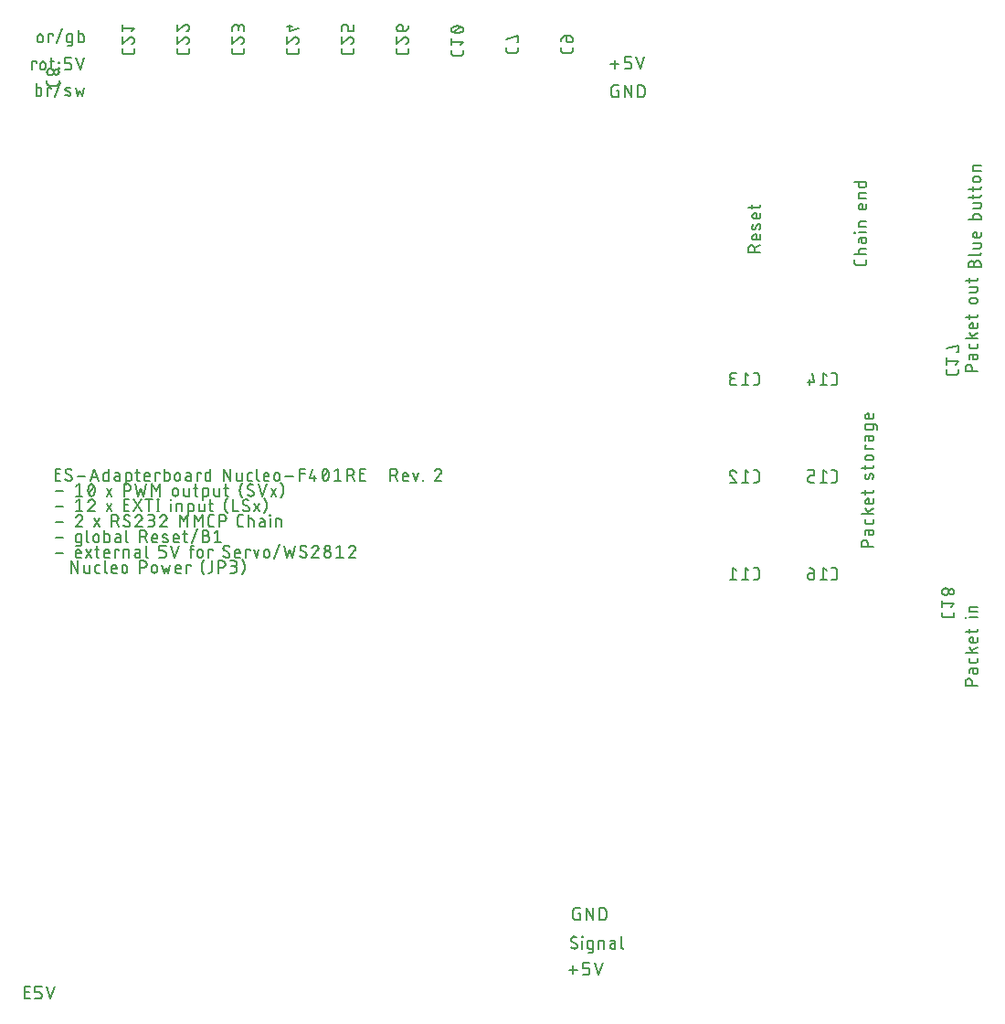
<source format=gbr>
G04 EAGLE Gerber RS-274X export*
G75*
%MOMM*%
%FSLAX34Y34*%
%LPD*%
%INSilkscreen Bottom*%
%IPPOS*%
%AMOC8*
5,1,8,0,0,1.08239X$1,22.5*%
G01*
%ADD10C,0.152400*%


D10*
X520042Y31778D02*
X527493Y31778D01*
X523767Y28053D02*
X523767Y35504D01*
X532855Y27432D02*
X536580Y27432D01*
X536678Y27434D01*
X536775Y27440D01*
X536872Y27449D01*
X536969Y27463D01*
X537065Y27480D01*
X537160Y27501D01*
X537254Y27525D01*
X537348Y27554D01*
X537440Y27586D01*
X537531Y27621D01*
X537620Y27660D01*
X537708Y27703D01*
X537794Y27749D01*
X537878Y27798D01*
X537960Y27851D01*
X538040Y27906D01*
X538118Y27965D01*
X538193Y28027D01*
X538266Y28092D01*
X538336Y28160D01*
X538404Y28230D01*
X538469Y28303D01*
X538531Y28378D01*
X538590Y28456D01*
X538645Y28536D01*
X538698Y28618D01*
X538747Y28702D01*
X538793Y28788D01*
X538836Y28876D01*
X538875Y28965D01*
X538910Y29056D01*
X538942Y29148D01*
X538971Y29242D01*
X538995Y29336D01*
X539016Y29431D01*
X539033Y29527D01*
X539047Y29624D01*
X539056Y29721D01*
X539062Y29818D01*
X539064Y29916D01*
X539064Y31157D01*
X539062Y31255D01*
X539056Y31352D01*
X539047Y31449D01*
X539033Y31546D01*
X539016Y31642D01*
X538995Y31737D01*
X538971Y31831D01*
X538942Y31925D01*
X538910Y32017D01*
X538875Y32108D01*
X538836Y32197D01*
X538793Y32285D01*
X538747Y32371D01*
X538698Y32455D01*
X538645Y32537D01*
X538590Y32617D01*
X538531Y32695D01*
X538469Y32770D01*
X538404Y32843D01*
X538336Y32913D01*
X538266Y32981D01*
X538193Y33046D01*
X538118Y33108D01*
X538040Y33167D01*
X537960Y33222D01*
X537878Y33275D01*
X537794Y33324D01*
X537708Y33370D01*
X537620Y33413D01*
X537531Y33452D01*
X537440Y33487D01*
X537348Y33519D01*
X537254Y33548D01*
X537160Y33572D01*
X537065Y33593D01*
X536969Y33610D01*
X536872Y33624D01*
X536775Y33633D01*
X536678Y33639D01*
X536580Y33641D01*
X532855Y33641D01*
X532855Y38608D01*
X539064Y38608D01*
X543664Y38608D02*
X547389Y27432D01*
X551115Y38608D01*
X558565Y870608D02*
X566016Y870608D01*
X562291Y866883D02*
X562291Y874334D01*
X571378Y866262D02*
X575104Y866262D01*
X575202Y866264D01*
X575299Y866270D01*
X575396Y866279D01*
X575493Y866293D01*
X575589Y866310D01*
X575684Y866331D01*
X575778Y866355D01*
X575872Y866384D01*
X575964Y866416D01*
X576055Y866451D01*
X576144Y866490D01*
X576232Y866533D01*
X576318Y866579D01*
X576402Y866628D01*
X576484Y866681D01*
X576564Y866736D01*
X576642Y866795D01*
X576717Y866857D01*
X576790Y866922D01*
X576860Y866990D01*
X576928Y867060D01*
X576993Y867133D01*
X577055Y867208D01*
X577114Y867286D01*
X577169Y867366D01*
X577222Y867448D01*
X577271Y867532D01*
X577317Y867618D01*
X577360Y867706D01*
X577399Y867795D01*
X577434Y867886D01*
X577466Y867978D01*
X577495Y868072D01*
X577519Y868166D01*
X577540Y868261D01*
X577557Y868357D01*
X577571Y868454D01*
X577580Y868551D01*
X577586Y868648D01*
X577588Y868746D01*
X577587Y868746D02*
X577587Y869987D01*
X577588Y869987D02*
X577586Y870085D01*
X577580Y870182D01*
X577571Y870279D01*
X577557Y870376D01*
X577540Y870472D01*
X577519Y870567D01*
X577495Y870661D01*
X577466Y870755D01*
X577434Y870847D01*
X577399Y870938D01*
X577360Y871027D01*
X577317Y871115D01*
X577271Y871201D01*
X577222Y871285D01*
X577169Y871367D01*
X577114Y871447D01*
X577055Y871525D01*
X576993Y871600D01*
X576928Y871673D01*
X576860Y871743D01*
X576790Y871811D01*
X576717Y871876D01*
X576642Y871938D01*
X576564Y871997D01*
X576484Y872052D01*
X576402Y872105D01*
X576318Y872154D01*
X576232Y872200D01*
X576144Y872243D01*
X576055Y872282D01*
X575964Y872317D01*
X575872Y872349D01*
X575778Y872378D01*
X575684Y872402D01*
X575589Y872423D01*
X575493Y872440D01*
X575396Y872454D01*
X575299Y872463D01*
X575202Y872469D01*
X575104Y872471D01*
X571378Y872471D01*
X571378Y877438D01*
X577587Y877438D01*
X582187Y877438D02*
X585913Y866262D01*
X589638Y877438D01*
X530061Y84441D02*
X528198Y84441D01*
X530061Y84441D02*
X530061Y78232D01*
X526336Y78232D01*
X526238Y78234D01*
X526141Y78240D01*
X526044Y78249D01*
X525947Y78263D01*
X525851Y78280D01*
X525756Y78301D01*
X525662Y78325D01*
X525568Y78354D01*
X525476Y78386D01*
X525385Y78421D01*
X525296Y78460D01*
X525208Y78503D01*
X525122Y78549D01*
X525038Y78598D01*
X524956Y78651D01*
X524876Y78706D01*
X524798Y78765D01*
X524723Y78827D01*
X524650Y78892D01*
X524580Y78960D01*
X524512Y79030D01*
X524447Y79103D01*
X524385Y79178D01*
X524326Y79256D01*
X524271Y79336D01*
X524218Y79418D01*
X524169Y79502D01*
X524123Y79588D01*
X524080Y79676D01*
X524041Y79765D01*
X524006Y79856D01*
X523974Y79948D01*
X523945Y80042D01*
X523921Y80136D01*
X523900Y80231D01*
X523883Y80327D01*
X523869Y80424D01*
X523860Y80521D01*
X523854Y80618D01*
X523852Y80716D01*
X523852Y86924D01*
X523854Y87022D01*
X523860Y87119D01*
X523869Y87216D01*
X523883Y87313D01*
X523900Y87409D01*
X523921Y87504D01*
X523945Y87598D01*
X523974Y87692D01*
X524006Y87784D01*
X524041Y87875D01*
X524080Y87964D01*
X524123Y88052D01*
X524169Y88138D01*
X524218Y88222D01*
X524271Y88304D01*
X524326Y88384D01*
X524385Y88462D01*
X524447Y88537D01*
X524512Y88610D01*
X524580Y88680D01*
X524650Y88748D01*
X524723Y88813D01*
X524798Y88875D01*
X524876Y88934D01*
X524956Y88989D01*
X525038Y89042D01*
X525122Y89091D01*
X525208Y89137D01*
X525296Y89180D01*
X525385Y89219D01*
X525476Y89254D01*
X525568Y89286D01*
X525662Y89315D01*
X525756Y89339D01*
X525851Y89360D01*
X525947Y89377D01*
X526044Y89391D01*
X526141Y89400D01*
X526238Y89406D01*
X526336Y89408D01*
X530061Y89408D01*
X536044Y89408D02*
X536044Y78232D01*
X542253Y78232D02*
X536044Y89408D01*
X542253Y89408D02*
X542253Y78232D01*
X548236Y78232D02*
X548236Y89408D01*
X551340Y89408D01*
X551451Y89406D01*
X551561Y89400D01*
X551672Y89390D01*
X551782Y89376D01*
X551891Y89359D01*
X552000Y89337D01*
X552108Y89312D01*
X552214Y89282D01*
X552320Y89249D01*
X552425Y89212D01*
X552528Y89172D01*
X552629Y89127D01*
X552729Y89080D01*
X552828Y89028D01*
X552924Y88973D01*
X553018Y88915D01*
X553110Y88854D01*
X553200Y88789D01*
X553288Y88721D01*
X553373Y88650D01*
X553455Y88576D01*
X553535Y88499D01*
X553612Y88419D01*
X553686Y88337D01*
X553757Y88252D01*
X553825Y88164D01*
X553890Y88074D01*
X553951Y87982D01*
X554009Y87888D01*
X554064Y87792D01*
X554116Y87693D01*
X554163Y87593D01*
X554208Y87492D01*
X554248Y87389D01*
X554285Y87284D01*
X554318Y87178D01*
X554348Y87072D01*
X554373Y86964D01*
X554395Y86855D01*
X554412Y86746D01*
X554426Y86636D01*
X554436Y86525D01*
X554442Y86415D01*
X554444Y86304D01*
X554445Y86304D02*
X554445Y81336D01*
X554444Y81336D02*
X554442Y81225D01*
X554436Y81115D01*
X554426Y81004D01*
X554412Y80894D01*
X554395Y80785D01*
X554373Y80676D01*
X554348Y80568D01*
X554318Y80462D01*
X554285Y80356D01*
X554248Y80251D01*
X554208Y80148D01*
X554163Y80047D01*
X554116Y79947D01*
X554064Y79848D01*
X554009Y79752D01*
X553951Y79658D01*
X553890Y79566D01*
X553825Y79476D01*
X553757Y79388D01*
X553686Y79303D01*
X553612Y79221D01*
X553535Y79141D01*
X553455Y79064D01*
X553373Y78990D01*
X553288Y78919D01*
X553200Y78851D01*
X553110Y78786D01*
X553018Y78725D01*
X552924Y78667D01*
X552828Y78612D01*
X552729Y78560D01*
X552629Y78513D01*
X552528Y78468D01*
X552425Y78428D01*
X552320Y78391D01*
X552214Y78358D01*
X552108Y78328D01*
X552000Y78303D01*
X551891Y78281D01*
X551782Y78264D01*
X551672Y78250D01*
X551561Y78240D01*
X551451Y78234D01*
X551340Y78232D01*
X548236Y78232D01*
X563758Y846121D02*
X565621Y846121D01*
X565621Y839912D01*
X561896Y839912D01*
X561798Y839914D01*
X561701Y839920D01*
X561604Y839929D01*
X561507Y839943D01*
X561411Y839960D01*
X561316Y839981D01*
X561222Y840005D01*
X561128Y840034D01*
X561036Y840066D01*
X560945Y840101D01*
X560856Y840140D01*
X560768Y840183D01*
X560682Y840229D01*
X560598Y840278D01*
X560516Y840331D01*
X560436Y840386D01*
X560358Y840445D01*
X560283Y840507D01*
X560210Y840572D01*
X560140Y840640D01*
X560072Y840710D01*
X560007Y840783D01*
X559945Y840858D01*
X559886Y840936D01*
X559831Y841016D01*
X559778Y841098D01*
X559729Y841182D01*
X559683Y841268D01*
X559640Y841356D01*
X559601Y841445D01*
X559566Y841536D01*
X559534Y841628D01*
X559505Y841722D01*
X559481Y841816D01*
X559460Y841911D01*
X559443Y842007D01*
X559429Y842104D01*
X559420Y842201D01*
X559414Y842298D01*
X559412Y842396D01*
X559412Y848604D01*
X559414Y848702D01*
X559420Y848799D01*
X559429Y848896D01*
X559443Y848993D01*
X559460Y849089D01*
X559481Y849184D01*
X559505Y849278D01*
X559534Y849372D01*
X559566Y849464D01*
X559601Y849555D01*
X559640Y849644D01*
X559683Y849732D01*
X559729Y849818D01*
X559778Y849902D01*
X559831Y849984D01*
X559886Y850064D01*
X559945Y850142D01*
X560007Y850217D01*
X560072Y850290D01*
X560140Y850360D01*
X560210Y850428D01*
X560283Y850493D01*
X560358Y850555D01*
X560436Y850614D01*
X560516Y850669D01*
X560598Y850722D01*
X560682Y850771D01*
X560768Y850817D01*
X560856Y850860D01*
X560945Y850899D01*
X561036Y850934D01*
X561128Y850966D01*
X561222Y850995D01*
X561316Y851019D01*
X561411Y851040D01*
X561507Y851057D01*
X561604Y851071D01*
X561701Y851080D01*
X561798Y851086D01*
X561896Y851088D01*
X565621Y851088D01*
X571604Y851088D02*
X571604Y839912D01*
X577813Y839912D02*
X571604Y851088D01*
X577813Y851088D02*
X577813Y839912D01*
X583796Y839912D02*
X583796Y851088D01*
X586900Y851088D01*
X587011Y851086D01*
X587121Y851080D01*
X587232Y851070D01*
X587342Y851056D01*
X587451Y851039D01*
X587560Y851017D01*
X587668Y850992D01*
X587774Y850962D01*
X587880Y850929D01*
X587985Y850892D01*
X588088Y850852D01*
X588189Y850807D01*
X588289Y850760D01*
X588388Y850708D01*
X588484Y850653D01*
X588578Y850595D01*
X588670Y850534D01*
X588760Y850469D01*
X588848Y850401D01*
X588933Y850330D01*
X589015Y850256D01*
X589095Y850179D01*
X589172Y850099D01*
X589246Y850017D01*
X589317Y849932D01*
X589385Y849844D01*
X589450Y849754D01*
X589511Y849662D01*
X589569Y849568D01*
X589624Y849472D01*
X589676Y849373D01*
X589723Y849273D01*
X589768Y849172D01*
X589808Y849069D01*
X589845Y848964D01*
X589878Y848858D01*
X589908Y848752D01*
X589933Y848644D01*
X589955Y848535D01*
X589972Y848426D01*
X589986Y848316D01*
X589996Y848205D01*
X590002Y848095D01*
X590004Y847984D01*
X590005Y847984D02*
X590005Y843016D01*
X590004Y843016D02*
X590002Y842905D01*
X589996Y842795D01*
X589986Y842684D01*
X589972Y842574D01*
X589955Y842465D01*
X589933Y842356D01*
X589908Y842248D01*
X589878Y842142D01*
X589845Y842036D01*
X589808Y841931D01*
X589768Y841828D01*
X589723Y841727D01*
X589676Y841627D01*
X589624Y841528D01*
X589569Y841432D01*
X589511Y841338D01*
X589450Y841246D01*
X589385Y841156D01*
X589317Y841068D01*
X589246Y840983D01*
X589172Y840901D01*
X589095Y840821D01*
X589015Y840744D01*
X588933Y840670D01*
X588848Y840599D01*
X588760Y840531D01*
X588670Y840466D01*
X588578Y840405D01*
X588484Y840347D01*
X588388Y840292D01*
X588289Y840240D01*
X588189Y840193D01*
X588088Y840148D01*
X587985Y840108D01*
X587880Y840071D01*
X587774Y840038D01*
X587668Y840008D01*
X587560Y839983D01*
X587451Y839961D01*
X587342Y839944D01*
X587232Y839930D01*
X587121Y839920D01*
X587011Y839914D01*
X586900Y839912D01*
X583796Y839912D01*
X20549Y5092D02*
X15582Y5092D01*
X15582Y16268D01*
X20549Y16268D01*
X19307Y11301D02*
X15582Y11301D01*
X25078Y5092D02*
X28804Y5092D01*
X28902Y5094D01*
X28999Y5100D01*
X29096Y5109D01*
X29193Y5123D01*
X29289Y5140D01*
X29384Y5161D01*
X29478Y5185D01*
X29572Y5214D01*
X29664Y5246D01*
X29755Y5281D01*
X29844Y5320D01*
X29932Y5363D01*
X30018Y5409D01*
X30102Y5458D01*
X30184Y5511D01*
X30264Y5566D01*
X30342Y5625D01*
X30417Y5687D01*
X30490Y5752D01*
X30560Y5820D01*
X30628Y5890D01*
X30693Y5963D01*
X30755Y6038D01*
X30814Y6116D01*
X30869Y6196D01*
X30922Y6278D01*
X30971Y6362D01*
X31017Y6448D01*
X31060Y6536D01*
X31099Y6625D01*
X31134Y6716D01*
X31166Y6808D01*
X31195Y6902D01*
X31219Y6996D01*
X31240Y7091D01*
X31257Y7187D01*
X31271Y7284D01*
X31280Y7381D01*
X31286Y7478D01*
X31288Y7576D01*
X31287Y7576D02*
X31287Y8817D01*
X31288Y8817D02*
X31286Y8915D01*
X31280Y9012D01*
X31271Y9109D01*
X31257Y9206D01*
X31240Y9302D01*
X31219Y9397D01*
X31195Y9491D01*
X31166Y9585D01*
X31134Y9677D01*
X31099Y9768D01*
X31060Y9857D01*
X31017Y9945D01*
X30971Y10031D01*
X30922Y10115D01*
X30869Y10197D01*
X30814Y10277D01*
X30755Y10355D01*
X30693Y10430D01*
X30628Y10503D01*
X30560Y10573D01*
X30490Y10641D01*
X30417Y10706D01*
X30342Y10768D01*
X30264Y10827D01*
X30184Y10882D01*
X30102Y10935D01*
X30018Y10984D01*
X29932Y11030D01*
X29844Y11073D01*
X29755Y11112D01*
X29664Y11147D01*
X29572Y11179D01*
X29478Y11208D01*
X29384Y11232D01*
X29289Y11253D01*
X29193Y11270D01*
X29096Y11284D01*
X28999Y11293D01*
X28902Y11299D01*
X28804Y11301D01*
X25078Y11301D01*
X25078Y16268D01*
X31287Y16268D01*
X35887Y16268D02*
X39613Y5092D01*
X43338Y16268D01*
X685892Y696722D02*
X697068Y696722D01*
X685892Y696722D02*
X685892Y699826D01*
X685894Y699937D01*
X685900Y700047D01*
X685910Y700158D01*
X685924Y700268D01*
X685941Y700377D01*
X685963Y700486D01*
X685988Y700594D01*
X686018Y700700D01*
X686051Y700806D01*
X686088Y700911D01*
X686128Y701014D01*
X686173Y701115D01*
X686220Y701215D01*
X686272Y701314D01*
X686327Y701410D01*
X686385Y701504D01*
X686446Y701596D01*
X686511Y701686D01*
X686579Y701774D01*
X686650Y701859D01*
X686724Y701941D01*
X686801Y702021D01*
X686881Y702098D01*
X686963Y702172D01*
X687048Y702243D01*
X687136Y702311D01*
X687226Y702376D01*
X687318Y702437D01*
X687412Y702495D01*
X687508Y702550D01*
X687607Y702602D01*
X687707Y702649D01*
X687808Y702694D01*
X687911Y702734D01*
X688016Y702771D01*
X688122Y702804D01*
X688228Y702834D01*
X688336Y702859D01*
X688445Y702881D01*
X688554Y702898D01*
X688664Y702912D01*
X688775Y702922D01*
X688885Y702928D01*
X688996Y702930D01*
X689107Y702928D01*
X689217Y702922D01*
X689328Y702912D01*
X689438Y702898D01*
X689547Y702881D01*
X689656Y702859D01*
X689764Y702834D01*
X689870Y702804D01*
X689976Y702771D01*
X690081Y702734D01*
X690184Y702694D01*
X690285Y702649D01*
X690385Y702602D01*
X690484Y702550D01*
X690580Y702495D01*
X690674Y702437D01*
X690766Y702376D01*
X690856Y702311D01*
X690944Y702243D01*
X691029Y702172D01*
X691111Y702098D01*
X691191Y702021D01*
X691268Y701941D01*
X691342Y701859D01*
X691413Y701774D01*
X691481Y701686D01*
X691546Y701596D01*
X691607Y701504D01*
X691665Y701410D01*
X691720Y701314D01*
X691772Y701215D01*
X691819Y701115D01*
X691864Y701014D01*
X691904Y700911D01*
X691941Y700806D01*
X691974Y700700D01*
X692004Y700594D01*
X692029Y700486D01*
X692051Y700377D01*
X692068Y700268D01*
X692082Y700158D01*
X692092Y700047D01*
X692098Y699937D01*
X692100Y699826D01*
X692101Y699826D02*
X692101Y696722D01*
X692101Y700447D02*
X697068Y702931D01*
X697068Y709782D02*
X697068Y712886D01*
X697068Y709782D02*
X697066Y709696D01*
X697060Y709610D01*
X697050Y709525D01*
X697036Y709440D01*
X697019Y709355D01*
X696997Y709272D01*
X696971Y709190D01*
X696942Y709109D01*
X696909Y709030D01*
X696873Y708952D01*
X696833Y708875D01*
X696789Y708801D01*
X696742Y708729D01*
X696692Y708659D01*
X696638Y708592D01*
X696582Y708527D01*
X696522Y708465D01*
X696460Y708405D01*
X696395Y708349D01*
X696328Y708295D01*
X696258Y708245D01*
X696186Y708198D01*
X696112Y708154D01*
X696035Y708114D01*
X695958Y708078D01*
X695878Y708045D01*
X695797Y708016D01*
X695715Y707990D01*
X695632Y707968D01*
X695547Y707951D01*
X695462Y707937D01*
X695377Y707927D01*
X695291Y707921D01*
X695205Y707919D01*
X692101Y707919D01*
X692101Y707918D02*
X692002Y707920D01*
X691904Y707926D01*
X691805Y707936D01*
X691708Y707949D01*
X691610Y707967D01*
X691514Y707988D01*
X691418Y708014D01*
X691324Y708043D01*
X691231Y708075D01*
X691139Y708112D01*
X691049Y708152D01*
X690960Y708196D01*
X690873Y708243D01*
X690788Y708293D01*
X690706Y708347D01*
X690625Y708404D01*
X690547Y708464D01*
X690471Y708528D01*
X690398Y708594D01*
X690327Y708663D01*
X690259Y708735D01*
X690195Y708810D01*
X690133Y708887D01*
X690074Y708966D01*
X690019Y709048D01*
X689966Y709132D01*
X689918Y709217D01*
X689872Y709305D01*
X689830Y709395D01*
X689792Y709486D01*
X689758Y709578D01*
X689727Y709672D01*
X689700Y709767D01*
X689676Y709863D01*
X689657Y709960D01*
X689641Y710057D01*
X689629Y710155D01*
X689621Y710254D01*
X689617Y710353D01*
X689617Y710451D01*
X689621Y710550D01*
X689629Y710649D01*
X689641Y710747D01*
X689657Y710844D01*
X689676Y710941D01*
X689700Y711037D01*
X689727Y711132D01*
X689758Y711226D01*
X689792Y711318D01*
X689830Y711409D01*
X689872Y711499D01*
X689918Y711587D01*
X689966Y711672D01*
X690019Y711756D01*
X690074Y711838D01*
X690133Y711917D01*
X690195Y711994D01*
X690259Y712069D01*
X690327Y712141D01*
X690398Y712210D01*
X690471Y712276D01*
X690547Y712340D01*
X690625Y712400D01*
X690706Y712457D01*
X690788Y712511D01*
X690873Y712561D01*
X690960Y712608D01*
X691049Y712652D01*
X691139Y712692D01*
X691231Y712729D01*
X691324Y712761D01*
X691418Y712790D01*
X691514Y712816D01*
X691610Y712837D01*
X691708Y712855D01*
X691805Y712868D01*
X691904Y712878D01*
X692002Y712884D01*
X692101Y712886D01*
X693343Y712886D01*
X693343Y707919D01*
X692722Y718756D02*
X693964Y721861D01*
X692722Y718756D02*
X692691Y718684D01*
X692657Y718614D01*
X692619Y718545D01*
X692578Y718478D01*
X692534Y718413D01*
X692486Y718351D01*
X692436Y718291D01*
X692383Y718233D01*
X692327Y718178D01*
X692268Y718126D01*
X692207Y718077D01*
X692144Y718031D01*
X692079Y717988D01*
X692011Y717948D01*
X691942Y717911D01*
X691871Y717878D01*
X691798Y717849D01*
X691724Y717823D01*
X691649Y717800D01*
X691573Y717782D01*
X691496Y717767D01*
X691418Y717755D01*
X691340Y717748D01*
X691262Y717744D01*
X691184Y717745D01*
X691105Y717749D01*
X691027Y717756D01*
X690950Y717768D01*
X690873Y717783D01*
X690797Y717803D01*
X690722Y717825D01*
X690648Y717852D01*
X690576Y717882D01*
X690505Y717915D01*
X690436Y717952D01*
X690368Y717992D01*
X690303Y718036D01*
X690240Y718082D01*
X690179Y718132D01*
X690121Y718184D01*
X690065Y718239D01*
X690012Y718297D01*
X689962Y718358D01*
X689915Y718420D01*
X689872Y718485D01*
X689831Y718552D01*
X689793Y718621D01*
X689760Y718692D01*
X689729Y718764D01*
X689702Y718838D01*
X689679Y718912D01*
X689659Y718988D01*
X689643Y719065D01*
X689631Y719142D01*
X689623Y719220D01*
X689618Y719299D01*
X689617Y719377D01*
X689618Y719377D02*
X689622Y719546D01*
X689631Y719716D01*
X689643Y719885D01*
X689660Y720053D01*
X689681Y720222D01*
X689705Y720389D01*
X689734Y720556D01*
X689767Y720723D01*
X689804Y720888D01*
X689845Y721053D01*
X689889Y721216D01*
X689938Y721379D01*
X689990Y721540D01*
X690047Y721700D01*
X690107Y721858D01*
X690171Y722015D01*
X690239Y722171D01*
X693963Y721861D02*
X693994Y721933D01*
X694028Y722003D01*
X694066Y722072D01*
X694107Y722139D01*
X694151Y722204D01*
X694199Y722266D01*
X694249Y722326D01*
X694302Y722384D01*
X694358Y722439D01*
X694417Y722491D01*
X694478Y722540D01*
X694541Y722586D01*
X694606Y722629D01*
X694674Y722669D01*
X694743Y722706D01*
X694814Y722739D01*
X694887Y722768D01*
X694961Y722794D01*
X695036Y722817D01*
X695112Y722835D01*
X695189Y722850D01*
X695267Y722862D01*
X695345Y722869D01*
X695423Y722873D01*
X695501Y722872D01*
X695580Y722868D01*
X695658Y722861D01*
X695735Y722849D01*
X695812Y722834D01*
X695888Y722814D01*
X695963Y722792D01*
X696037Y722765D01*
X696109Y722735D01*
X696180Y722702D01*
X696249Y722665D01*
X696317Y722625D01*
X696382Y722581D01*
X696445Y722535D01*
X696506Y722485D01*
X696564Y722433D01*
X696620Y722378D01*
X696673Y722320D01*
X696723Y722259D01*
X696770Y722197D01*
X696813Y722132D01*
X696854Y722065D01*
X696892Y721996D01*
X696925Y721925D01*
X696956Y721853D01*
X696983Y721779D01*
X697006Y721705D01*
X697026Y721629D01*
X697042Y721552D01*
X697054Y721475D01*
X697062Y721397D01*
X697067Y721318D01*
X697068Y721240D01*
X697068Y721239D02*
X697061Y720990D01*
X697049Y720742D01*
X697031Y720493D01*
X697007Y720245D01*
X696977Y719998D01*
X696941Y719752D01*
X696899Y719506D01*
X696852Y719262D01*
X696798Y719018D01*
X696740Y718776D01*
X696675Y718536D01*
X696605Y718297D01*
X696529Y718060D01*
X696447Y717825D01*
X697068Y729593D02*
X697068Y732698D01*
X697068Y729593D02*
X697066Y729507D01*
X697060Y729421D01*
X697050Y729336D01*
X697036Y729251D01*
X697019Y729166D01*
X696997Y729083D01*
X696971Y729001D01*
X696942Y728920D01*
X696909Y728841D01*
X696873Y728763D01*
X696833Y728686D01*
X696789Y728612D01*
X696742Y728540D01*
X696692Y728470D01*
X696638Y728403D01*
X696582Y728338D01*
X696522Y728276D01*
X696460Y728216D01*
X696395Y728160D01*
X696328Y728106D01*
X696258Y728056D01*
X696186Y728009D01*
X696112Y727965D01*
X696035Y727925D01*
X695958Y727889D01*
X695878Y727856D01*
X695797Y727827D01*
X695715Y727801D01*
X695632Y727779D01*
X695547Y727762D01*
X695462Y727748D01*
X695377Y727738D01*
X695291Y727732D01*
X695205Y727730D01*
X695205Y727731D02*
X692101Y727731D01*
X692101Y727730D02*
X692002Y727732D01*
X691904Y727738D01*
X691805Y727748D01*
X691708Y727761D01*
X691610Y727779D01*
X691514Y727800D01*
X691418Y727826D01*
X691324Y727855D01*
X691231Y727887D01*
X691139Y727924D01*
X691049Y727964D01*
X690960Y728008D01*
X690873Y728055D01*
X690788Y728105D01*
X690706Y728159D01*
X690625Y728216D01*
X690547Y728276D01*
X690471Y728340D01*
X690398Y728406D01*
X690327Y728475D01*
X690259Y728547D01*
X690195Y728622D01*
X690133Y728699D01*
X690074Y728778D01*
X690019Y728860D01*
X689966Y728944D01*
X689918Y729029D01*
X689872Y729117D01*
X689830Y729207D01*
X689792Y729298D01*
X689758Y729390D01*
X689727Y729484D01*
X689700Y729579D01*
X689676Y729675D01*
X689657Y729772D01*
X689641Y729869D01*
X689629Y729967D01*
X689621Y730066D01*
X689617Y730165D01*
X689617Y730263D01*
X689621Y730362D01*
X689629Y730461D01*
X689641Y730559D01*
X689657Y730656D01*
X689676Y730753D01*
X689700Y730849D01*
X689727Y730944D01*
X689758Y731038D01*
X689792Y731130D01*
X689830Y731221D01*
X689872Y731311D01*
X689918Y731399D01*
X689966Y731484D01*
X690019Y731568D01*
X690074Y731650D01*
X690133Y731729D01*
X690195Y731806D01*
X690259Y731881D01*
X690327Y731953D01*
X690398Y732022D01*
X690471Y732088D01*
X690547Y732152D01*
X690625Y732212D01*
X690706Y732269D01*
X690788Y732323D01*
X690873Y732373D01*
X690960Y732420D01*
X691049Y732464D01*
X691139Y732504D01*
X691231Y732541D01*
X691324Y732573D01*
X691418Y732602D01*
X691514Y732628D01*
X691610Y732649D01*
X691708Y732667D01*
X691805Y732680D01*
X691904Y732690D01*
X692002Y732696D01*
X692101Y732698D01*
X693343Y732698D01*
X693343Y727731D01*
X689617Y736618D02*
X689617Y740344D01*
X685892Y737860D02*
X695205Y737860D01*
X695289Y737862D01*
X695372Y737868D01*
X695455Y737877D01*
X695538Y737890D01*
X695620Y737907D01*
X695701Y737927D01*
X695781Y737951D01*
X695860Y737979D01*
X695937Y738010D01*
X696013Y738044D01*
X696088Y738082D01*
X696161Y738124D01*
X696231Y738168D01*
X696300Y738216D01*
X696367Y738266D01*
X696431Y738320D01*
X696492Y738376D01*
X696552Y738436D01*
X696608Y738497D01*
X696662Y738561D01*
X696712Y738628D01*
X696760Y738697D01*
X696804Y738767D01*
X696846Y738840D01*
X696884Y738915D01*
X696918Y738991D01*
X696949Y739068D01*
X696977Y739147D01*
X697001Y739227D01*
X697021Y739308D01*
X697038Y739390D01*
X697051Y739473D01*
X697061Y739556D01*
X697066Y739639D01*
X697068Y739723D01*
X697068Y740344D01*
X895329Y685856D02*
X895329Y682752D01*
X895330Y685856D02*
X895332Y685967D01*
X895338Y686077D01*
X895348Y686188D01*
X895362Y686298D01*
X895379Y686407D01*
X895401Y686516D01*
X895426Y686624D01*
X895456Y686730D01*
X895489Y686836D01*
X895526Y686941D01*
X895566Y687044D01*
X895611Y687145D01*
X895658Y687245D01*
X895710Y687344D01*
X895765Y687440D01*
X895823Y687534D01*
X895884Y687626D01*
X895949Y687716D01*
X896017Y687804D01*
X896088Y687889D01*
X896162Y687971D01*
X896239Y688051D01*
X896319Y688128D01*
X896401Y688202D01*
X896486Y688273D01*
X896574Y688341D01*
X896664Y688406D01*
X896756Y688467D01*
X896850Y688525D01*
X896946Y688580D01*
X897045Y688632D01*
X897145Y688679D01*
X897246Y688724D01*
X897349Y688764D01*
X897454Y688801D01*
X897560Y688834D01*
X897666Y688864D01*
X897774Y688889D01*
X897883Y688911D01*
X897992Y688928D01*
X898102Y688942D01*
X898213Y688952D01*
X898323Y688958D01*
X898434Y688960D01*
X898545Y688958D01*
X898655Y688952D01*
X898766Y688942D01*
X898876Y688928D01*
X898985Y688911D01*
X899094Y688889D01*
X899202Y688864D01*
X899308Y688834D01*
X899414Y688801D01*
X899519Y688764D01*
X899622Y688724D01*
X899723Y688679D01*
X899823Y688632D01*
X899922Y688580D01*
X900018Y688525D01*
X900112Y688467D01*
X900204Y688406D01*
X900294Y688341D01*
X900382Y688273D01*
X900467Y688202D01*
X900549Y688128D01*
X900629Y688051D01*
X900706Y687971D01*
X900780Y687889D01*
X900851Y687804D01*
X900919Y687716D01*
X900984Y687626D01*
X901045Y687534D01*
X901103Y687440D01*
X901158Y687344D01*
X901210Y687245D01*
X901257Y687145D01*
X901302Y687044D01*
X901342Y686941D01*
X901379Y686836D01*
X901412Y686730D01*
X901442Y686624D01*
X901467Y686516D01*
X901489Y686407D01*
X901506Y686298D01*
X901520Y686188D01*
X901530Y686077D01*
X901536Y685967D01*
X901538Y685856D01*
X901538Y682752D01*
X890362Y682752D01*
X890362Y685856D01*
X890364Y685955D01*
X890370Y686053D01*
X890380Y686152D01*
X890393Y686249D01*
X890411Y686347D01*
X890432Y686443D01*
X890458Y686539D01*
X890487Y686633D01*
X890519Y686726D01*
X890556Y686818D01*
X890596Y686908D01*
X890640Y686997D01*
X890687Y687084D01*
X890737Y687169D01*
X890791Y687251D01*
X890848Y687332D01*
X890908Y687410D01*
X890972Y687486D01*
X891038Y687559D01*
X891107Y687630D01*
X891179Y687698D01*
X891254Y687762D01*
X891331Y687824D01*
X891410Y687883D01*
X891492Y687938D01*
X891576Y687991D01*
X891661Y688039D01*
X891749Y688085D01*
X891839Y688127D01*
X891930Y688165D01*
X892022Y688199D01*
X892116Y688230D01*
X892211Y688257D01*
X892307Y688281D01*
X892404Y688300D01*
X892501Y688316D01*
X892599Y688328D01*
X892698Y688336D01*
X892797Y688340D01*
X892895Y688340D01*
X892994Y688336D01*
X893093Y688328D01*
X893191Y688316D01*
X893288Y688300D01*
X893385Y688281D01*
X893481Y688257D01*
X893576Y688230D01*
X893670Y688199D01*
X893762Y688165D01*
X893853Y688127D01*
X893943Y688085D01*
X894031Y688039D01*
X894116Y687991D01*
X894200Y687938D01*
X894282Y687883D01*
X894361Y687824D01*
X894438Y687762D01*
X894513Y687698D01*
X894585Y687630D01*
X894654Y687559D01*
X894720Y687486D01*
X894784Y687410D01*
X894844Y687332D01*
X894901Y687251D01*
X894955Y687169D01*
X895005Y687084D01*
X895052Y686997D01*
X895096Y686908D01*
X895136Y686818D01*
X895173Y686726D01*
X895205Y686633D01*
X895234Y686539D01*
X895260Y686443D01*
X895281Y686347D01*
X895299Y686249D01*
X895312Y686152D01*
X895322Y686053D01*
X895328Y685955D01*
X895330Y685856D01*
X899675Y693540D02*
X890362Y693540D01*
X899675Y693540D02*
X899759Y693542D01*
X899842Y693548D01*
X899925Y693557D01*
X900008Y693570D01*
X900090Y693587D01*
X900171Y693607D01*
X900251Y693631D01*
X900330Y693659D01*
X900407Y693690D01*
X900483Y693724D01*
X900558Y693762D01*
X900631Y693804D01*
X900701Y693848D01*
X900770Y693896D01*
X900837Y693946D01*
X900901Y694000D01*
X900962Y694056D01*
X901022Y694116D01*
X901078Y694177D01*
X901132Y694241D01*
X901182Y694308D01*
X901230Y694377D01*
X901274Y694447D01*
X901316Y694520D01*
X901354Y694595D01*
X901388Y694671D01*
X901419Y694748D01*
X901447Y694827D01*
X901471Y694907D01*
X901491Y694988D01*
X901508Y695070D01*
X901521Y695153D01*
X901531Y695236D01*
X901536Y695319D01*
X901538Y695403D01*
X899675Y699925D02*
X894087Y699925D01*
X899675Y699925D02*
X899759Y699927D01*
X899842Y699933D01*
X899925Y699942D01*
X900008Y699955D01*
X900090Y699972D01*
X900171Y699992D01*
X900251Y700016D01*
X900330Y700044D01*
X900407Y700075D01*
X900483Y700109D01*
X900558Y700147D01*
X900631Y700189D01*
X900701Y700233D01*
X900770Y700281D01*
X900837Y700331D01*
X900901Y700385D01*
X900962Y700441D01*
X901022Y700501D01*
X901078Y700562D01*
X901132Y700626D01*
X901182Y700693D01*
X901230Y700762D01*
X901274Y700832D01*
X901316Y700905D01*
X901354Y700980D01*
X901388Y701056D01*
X901419Y701133D01*
X901447Y701212D01*
X901471Y701292D01*
X901491Y701373D01*
X901508Y701455D01*
X901521Y701538D01*
X901531Y701621D01*
X901536Y701704D01*
X901538Y701788D01*
X901538Y704892D01*
X894087Y704892D01*
X901538Y712075D02*
X901538Y715179D01*
X901538Y712075D02*
X901536Y711989D01*
X901530Y711903D01*
X901520Y711818D01*
X901506Y711733D01*
X901489Y711648D01*
X901467Y711565D01*
X901441Y711483D01*
X901412Y711402D01*
X901379Y711323D01*
X901343Y711245D01*
X901303Y711168D01*
X901259Y711094D01*
X901212Y711022D01*
X901162Y710952D01*
X901108Y710885D01*
X901052Y710820D01*
X900992Y710758D01*
X900930Y710698D01*
X900865Y710642D01*
X900798Y710588D01*
X900728Y710538D01*
X900656Y710491D01*
X900582Y710447D01*
X900505Y710407D01*
X900428Y710371D01*
X900348Y710338D01*
X900267Y710309D01*
X900185Y710283D01*
X900102Y710261D01*
X900017Y710244D01*
X899932Y710230D01*
X899847Y710220D01*
X899761Y710214D01*
X899675Y710212D01*
X896571Y710212D01*
X896472Y710214D01*
X896374Y710220D01*
X896275Y710230D01*
X896178Y710243D01*
X896080Y710261D01*
X895984Y710282D01*
X895888Y710308D01*
X895794Y710337D01*
X895701Y710369D01*
X895609Y710406D01*
X895519Y710446D01*
X895430Y710490D01*
X895343Y710537D01*
X895258Y710587D01*
X895176Y710641D01*
X895095Y710698D01*
X895017Y710758D01*
X894941Y710822D01*
X894868Y710888D01*
X894797Y710957D01*
X894729Y711029D01*
X894665Y711104D01*
X894603Y711181D01*
X894544Y711260D01*
X894489Y711342D01*
X894436Y711426D01*
X894388Y711511D01*
X894342Y711599D01*
X894300Y711689D01*
X894262Y711780D01*
X894228Y711872D01*
X894197Y711966D01*
X894170Y712061D01*
X894146Y712157D01*
X894127Y712254D01*
X894111Y712351D01*
X894099Y712449D01*
X894091Y712548D01*
X894087Y712647D01*
X894087Y712745D01*
X894091Y712844D01*
X894099Y712943D01*
X894111Y713041D01*
X894127Y713138D01*
X894146Y713235D01*
X894170Y713331D01*
X894197Y713426D01*
X894228Y713520D01*
X894262Y713612D01*
X894300Y713703D01*
X894342Y713793D01*
X894388Y713881D01*
X894436Y713966D01*
X894489Y714050D01*
X894544Y714132D01*
X894603Y714211D01*
X894665Y714288D01*
X894729Y714363D01*
X894797Y714435D01*
X894868Y714504D01*
X894941Y714570D01*
X895017Y714634D01*
X895095Y714694D01*
X895176Y714751D01*
X895258Y714805D01*
X895343Y714855D01*
X895430Y714902D01*
X895519Y714946D01*
X895609Y714986D01*
X895701Y715023D01*
X895794Y715055D01*
X895888Y715084D01*
X895984Y715110D01*
X896080Y715131D01*
X896178Y715149D01*
X896275Y715162D01*
X896374Y715172D01*
X896472Y715178D01*
X896571Y715180D01*
X896571Y715179D02*
X897813Y715179D01*
X897813Y710212D01*
X901538Y726669D02*
X890362Y726669D01*
X901538Y726669D02*
X901538Y729773D01*
X901536Y729857D01*
X901531Y729940D01*
X901521Y730023D01*
X901508Y730106D01*
X901491Y730188D01*
X901471Y730269D01*
X901447Y730349D01*
X901419Y730428D01*
X901388Y730505D01*
X901354Y730581D01*
X901316Y730656D01*
X901274Y730729D01*
X901230Y730799D01*
X901182Y730868D01*
X901132Y730935D01*
X901078Y730999D01*
X901022Y731060D01*
X900962Y731120D01*
X900901Y731176D01*
X900837Y731230D01*
X900770Y731280D01*
X900701Y731328D01*
X900631Y731372D01*
X900558Y731414D01*
X900483Y731452D01*
X900407Y731486D01*
X900330Y731517D01*
X900251Y731545D01*
X900171Y731569D01*
X900090Y731589D01*
X900008Y731606D01*
X899925Y731619D01*
X899842Y731629D01*
X899759Y731634D01*
X899675Y731636D01*
X895950Y731636D01*
X895864Y731634D01*
X895778Y731628D01*
X895693Y731618D01*
X895608Y731604D01*
X895523Y731587D01*
X895440Y731565D01*
X895358Y731539D01*
X895277Y731510D01*
X895198Y731477D01*
X895120Y731441D01*
X895043Y731401D01*
X894969Y731357D01*
X894897Y731310D01*
X894827Y731260D01*
X894760Y731206D01*
X894695Y731150D01*
X894633Y731090D01*
X894573Y731028D01*
X894517Y730963D01*
X894463Y730896D01*
X894413Y730826D01*
X894366Y730754D01*
X894322Y730680D01*
X894282Y730603D01*
X894246Y730526D01*
X894213Y730446D01*
X894184Y730365D01*
X894158Y730283D01*
X894136Y730200D01*
X894119Y730115D01*
X894105Y730030D01*
X894095Y729945D01*
X894089Y729859D01*
X894087Y729773D01*
X894087Y726669D01*
X894087Y736882D02*
X899675Y736882D01*
X899759Y736884D01*
X899842Y736890D01*
X899925Y736899D01*
X900008Y736912D01*
X900090Y736929D01*
X900171Y736949D01*
X900251Y736973D01*
X900330Y737001D01*
X900407Y737032D01*
X900483Y737066D01*
X900558Y737104D01*
X900631Y737146D01*
X900701Y737190D01*
X900770Y737238D01*
X900837Y737288D01*
X900901Y737342D01*
X900962Y737398D01*
X901022Y737458D01*
X901078Y737519D01*
X901132Y737583D01*
X901182Y737650D01*
X901230Y737719D01*
X901274Y737789D01*
X901316Y737862D01*
X901354Y737937D01*
X901388Y738013D01*
X901419Y738090D01*
X901447Y738169D01*
X901471Y738249D01*
X901491Y738330D01*
X901508Y738412D01*
X901521Y738495D01*
X901531Y738578D01*
X901536Y738661D01*
X901538Y738745D01*
X901538Y741849D01*
X894087Y741849D01*
X894087Y746150D02*
X894087Y749876D01*
X890362Y747392D02*
X899675Y747392D01*
X899759Y747394D01*
X899842Y747400D01*
X899925Y747409D01*
X900008Y747422D01*
X900090Y747439D01*
X900171Y747459D01*
X900251Y747483D01*
X900330Y747511D01*
X900407Y747542D01*
X900483Y747576D01*
X900558Y747614D01*
X900631Y747656D01*
X900701Y747700D01*
X900770Y747748D01*
X900837Y747798D01*
X900901Y747852D01*
X900962Y747908D01*
X901022Y747968D01*
X901078Y748029D01*
X901132Y748093D01*
X901182Y748160D01*
X901230Y748229D01*
X901274Y748299D01*
X901316Y748372D01*
X901354Y748447D01*
X901388Y748523D01*
X901419Y748600D01*
X901447Y748679D01*
X901471Y748759D01*
X901491Y748840D01*
X901508Y748922D01*
X901521Y749005D01*
X901531Y749088D01*
X901536Y749171D01*
X901538Y749255D01*
X901538Y749876D01*
X894087Y753389D02*
X894087Y757115D01*
X890362Y754631D02*
X899675Y754631D01*
X899759Y754633D01*
X899842Y754639D01*
X899925Y754648D01*
X900008Y754661D01*
X900090Y754678D01*
X900171Y754698D01*
X900251Y754722D01*
X900330Y754750D01*
X900407Y754781D01*
X900483Y754815D01*
X900558Y754853D01*
X900631Y754895D01*
X900701Y754939D01*
X900770Y754987D01*
X900837Y755037D01*
X900901Y755091D01*
X900962Y755147D01*
X901022Y755207D01*
X901078Y755268D01*
X901132Y755332D01*
X901182Y755399D01*
X901230Y755468D01*
X901274Y755538D01*
X901316Y755611D01*
X901354Y755686D01*
X901388Y755762D01*
X901419Y755839D01*
X901447Y755918D01*
X901471Y755998D01*
X901491Y756079D01*
X901508Y756161D01*
X901521Y756244D01*
X901531Y756327D01*
X901536Y756410D01*
X901538Y756494D01*
X901538Y757115D01*
X899054Y761647D02*
X896571Y761647D01*
X896571Y761646D02*
X896472Y761648D01*
X896374Y761654D01*
X896275Y761664D01*
X896178Y761677D01*
X896080Y761695D01*
X895984Y761716D01*
X895888Y761742D01*
X895794Y761771D01*
X895701Y761803D01*
X895609Y761840D01*
X895519Y761880D01*
X895430Y761924D01*
X895343Y761971D01*
X895258Y762021D01*
X895176Y762075D01*
X895095Y762132D01*
X895017Y762192D01*
X894941Y762256D01*
X894868Y762322D01*
X894797Y762391D01*
X894729Y762463D01*
X894665Y762538D01*
X894603Y762615D01*
X894544Y762694D01*
X894489Y762776D01*
X894436Y762860D01*
X894388Y762945D01*
X894342Y763033D01*
X894300Y763123D01*
X894262Y763214D01*
X894228Y763306D01*
X894197Y763400D01*
X894170Y763495D01*
X894146Y763591D01*
X894127Y763688D01*
X894111Y763785D01*
X894099Y763883D01*
X894091Y763982D01*
X894087Y764081D01*
X894087Y764179D01*
X894091Y764278D01*
X894099Y764377D01*
X894111Y764475D01*
X894127Y764572D01*
X894146Y764669D01*
X894170Y764765D01*
X894197Y764860D01*
X894228Y764954D01*
X894262Y765046D01*
X894300Y765137D01*
X894342Y765227D01*
X894388Y765315D01*
X894436Y765400D01*
X894489Y765484D01*
X894544Y765566D01*
X894603Y765645D01*
X894665Y765722D01*
X894729Y765797D01*
X894797Y765869D01*
X894868Y765938D01*
X894941Y766004D01*
X895017Y766068D01*
X895095Y766128D01*
X895176Y766185D01*
X895258Y766239D01*
X895343Y766289D01*
X895430Y766336D01*
X895519Y766380D01*
X895609Y766420D01*
X895701Y766457D01*
X895794Y766489D01*
X895888Y766518D01*
X895984Y766544D01*
X896080Y766565D01*
X896178Y766583D01*
X896275Y766596D01*
X896374Y766606D01*
X896472Y766612D01*
X896571Y766614D01*
X899054Y766614D01*
X899153Y766612D01*
X899251Y766606D01*
X899350Y766596D01*
X899447Y766583D01*
X899545Y766565D01*
X899641Y766544D01*
X899737Y766518D01*
X899831Y766489D01*
X899924Y766457D01*
X900016Y766420D01*
X900106Y766380D01*
X900195Y766336D01*
X900282Y766289D01*
X900367Y766239D01*
X900449Y766185D01*
X900530Y766128D01*
X900608Y766068D01*
X900684Y766004D01*
X900757Y765938D01*
X900828Y765869D01*
X900896Y765797D01*
X900960Y765722D01*
X901022Y765645D01*
X901081Y765566D01*
X901136Y765484D01*
X901189Y765400D01*
X901237Y765315D01*
X901283Y765227D01*
X901325Y765137D01*
X901363Y765046D01*
X901397Y764954D01*
X901428Y764860D01*
X901455Y764765D01*
X901479Y764669D01*
X901498Y764572D01*
X901514Y764475D01*
X901526Y764377D01*
X901534Y764278D01*
X901538Y764179D01*
X901538Y764081D01*
X901534Y763982D01*
X901526Y763883D01*
X901514Y763785D01*
X901498Y763688D01*
X901479Y763591D01*
X901455Y763495D01*
X901428Y763400D01*
X901397Y763306D01*
X901363Y763214D01*
X901325Y763123D01*
X901283Y763033D01*
X901237Y762945D01*
X901189Y762860D01*
X901136Y762776D01*
X901081Y762694D01*
X901022Y762615D01*
X900960Y762538D01*
X900896Y762463D01*
X900828Y762391D01*
X900757Y762322D01*
X900684Y762256D01*
X900608Y762192D01*
X900530Y762132D01*
X900449Y762075D01*
X900367Y762021D01*
X900282Y761971D01*
X900195Y761924D01*
X900106Y761880D01*
X900016Y761840D01*
X899924Y761803D01*
X899831Y761771D01*
X899737Y761742D01*
X899641Y761716D01*
X899545Y761695D01*
X899447Y761677D01*
X899350Y761664D01*
X899251Y761654D01*
X899153Y761648D01*
X899054Y761646D01*
X901538Y771934D02*
X894087Y771934D01*
X894087Y775038D01*
X894089Y775122D01*
X894095Y775205D01*
X894104Y775288D01*
X894117Y775371D01*
X894134Y775453D01*
X894154Y775534D01*
X894178Y775614D01*
X894206Y775693D01*
X894237Y775770D01*
X894271Y775846D01*
X894309Y775921D01*
X894351Y775994D01*
X894395Y776064D01*
X894443Y776133D01*
X894493Y776200D01*
X894547Y776264D01*
X894603Y776325D01*
X894663Y776385D01*
X894724Y776441D01*
X894788Y776495D01*
X894855Y776545D01*
X894924Y776593D01*
X894994Y776637D01*
X895067Y776679D01*
X895142Y776717D01*
X895218Y776751D01*
X895295Y776782D01*
X895374Y776810D01*
X895454Y776834D01*
X895535Y776854D01*
X895617Y776871D01*
X895700Y776884D01*
X895783Y776894D01*
X895866Y776899D01*
X895950Y776901D01*
X901538Y776901D01*
X795528Y689589D02*
X795528Y687106D01*
X795526Y687008D01*
X795520Y686911D01*
X795511Y686814D01*
X795497Y686717D01*
X795480Y686621D01*
X795459Y686526D01*
X795435Y686432D01*
X795406Y686338D01*
X795374Y686246D01*
X795339Y686155D01*
X795300Y686066D01*
X795257Y685978D01*
X795211Y685892D01*
X795162Y685808D01*
X795109Y685726D01*
X795054Y685646D01*
X794995Y685568D01*
X794933Y685493D01*
X794868Y685420D01*
X794800Y685350D01*
X794730Y685282D01*
X794657Y685217D01*
X794582Y685155D01*
X794504Y685096D01*
X794424Y685041D01*
X794342Y684988D01*
X794258Y684939D01*
X794172Y684893D01*
X794084Y684850D01*
X793995Y684811D01*
X793904Y684776D01*
X793812Y684744D01*
X793718Y684715D01*
X793624Y684691D01*
X793529Y684670D01*
X793433Y684653D01*
X793336Y684639D01*
X793239Y684630D01*
X793142Y684624D01*
X793044Y684622D01*
X786836Y684622D01*
X786738Y684624D01*
X786641Y684630D01*
X786544Y684639D01*
X786447Y684653D01*
X786351Y684670D01*
X786256Y684691D01*
X786162Y684715D01*
X786068Y684744D01*
X785976Y684776D01*
X785885Y684811D01*
X785796Y684850D01*
X785708Y684893D01*
X785622Y684939D01*
X785538Y684988D01*
X785456Y685041D01*
X785376Y685096D01*
X785298Y685155D01*
X785223Y685217D01*
X785150Y685282D01*
X785080Y685350D01*
X785012Y685420D01*
X784947Y685493D01*
X784885Y685568D01*
X784826Y685646D01*
X784771Y685726D01*
X784718Y685808D01*
X784669Y685892D01*
X784623Y685978D01*
X784580Y686066D01*
X784541Y686155D01*
X784506Y686246D01*
X784474Y686338D01*
X784445Y686432D01*
X784421Y686526D01*
X784400Y686621D01*
X784383Y686717D01*
X784369Y686814D01*
X784360Y686911D01*
X784354Y687008D01*
X784352Y687106D01*
X784352Y689589D01*
X784352Y694428D02*
X795528Y694428D01*
X788077Y694428D02*
X788077Y697533D01*
X788079Y697617D01*
X788085Y697700D01*
X788094Y697783D01*
X788107Y697866D01*
X788124Y697948D01*
X788144Y698029D01*
X788168Y698109D01*
X788196Y698188D01*
X788227Y698265D01*
X788261Y698341D01*
X788299Y698416D01*
X788341Y698489D01*
X788385Y698559D01*
X788433Y698628D01*
X788483Y698695D01*
X788537Y698759D01*
X788593Y698820D01*
X788653Y698880D01*
X788714Y698936D01*
X788778Y698990D01*
X788845Y699040D01*
X788914Y699088D01*
X788984Y699132D01*
X789057Y699174D01*
X789132Y699212D01*
X789208Y699246D01*
X789285Y699277D01*
X789364Y699305D01*
X789444Y699329D01*
X789525Y699349D01*
X789607Y699366D01*
X789690Y699379D01*
X789773Y699389D01*
X789856Y699394D01*
X789940Y699396D01*
X789940Y699395D02*
X795528Y699395D01*
X791182Y706815D02*
X791182Y709609D01*
X791182Y706815D02*
X791184Y706723D01*
X791190Y706631D01*
X791200Y706539D01*
X791213Y706448D01*
X791231Y706357D01*
X791252Y706267D01*
X791277Y706179D01*
X791306Y706091D01*
X791339Y706005D01*
X791375Y705920D01*
X791415Y705837D01*
X791458Y705755D01*
X791505Y705676D01*
X791555Y705598D01*
X791608Y705523D01*
X791664Y705450D01*
X791724Y705379D01*
X791786Y705311D01*
X791851Y705246D01*
X791919Y705184D01*
X791990Y705124D01*
X792063Y705068D01*
X792138Y705015D01*
X792216Y704965D01*
X792295Y704918D01*
X792377Y704875D01*
X792460Y704835D01*
X792545Y704799D01*
X792631Y704766D01*
X792719Y704737D01*
X792807Y704712D01*
X792897Y704691D01*
X792988Y704673D01*
X793079Y704660D01*
X793171Y704650D01*
X793263Y704644D01*
X793355Y704642D01*
X793447Y704644D01*
X793539Y704650D01*
X793631Y704660D01*
X793722Y704673D01*
X793813Y704691D01*
X793903Y704712D01*
X793991Y704737D01*
X794079Y704766D01*
X794165Y704799D01*
X794250Y704835D01*
X794333Y704875D01*
X794415Y704918D01*
X794494Y704965D01*
X794572Y705015D01*
X794647Y705068D01*
X794720Y705124D01*
X794791Y705184D01*
X794859Y705246D01*
X794924Y705311D01*
X794986Y705379D01*
X795046Y705450D01*
X795102Y705523D01*
X795155Y705598D01*
X795205Y705676D01*
X795252Y705755D01*
X795295Y705837D01*
X795335Y705920D01*
X795371Y706005D01*
X795404Y706091D01*
X795433Y706179D01*
X795458Y706267D01*
X795479Y706357D01*
X795497Y706448D01*
X795510Y706539D01*
X795520Y706631D01*
X795526Y706723D01*
X795528Y706815D01*
X795528Y709609D01*
X789940Y709609D01*
X789854Y709607D01*
X789768Y709601D01*
X789683Y709591D01*
X789598Y709577D01*
X789513Y709560D01*
X789430Y709538D01*
X789348Y709512D01*
X789267Y709483D01*
X789188Y709450D01*
X789110Y709414D01*
X789033Y709374D01*
X788959Y709330D01*
X788887Y709283D01*
X788817Y709233D01*
X788750Y709179D01*
X788685Y709123D01*
X788623Y709063D01*
X788563Y709001D01*
X788507Y708936D01*
X788453Y708869D01*
X788403Y708799D01*
X788356Y708727D01*
X788312Y708653D01*
X788272Y708576D01*
X788236Y708499D01*
X788203Y708419D01*
X788174Y708338D01*
X788148Y708256D01*
X788126Y708173D01*
X788109Y708088D01*
X788095Y708003D01*
X788085Y707918D01*
X788079Y707832D01*
X788077Y707746D01*
X788077Y705263D01*
X788077Y714819D02*
X795528Y714819D01*
X784973Y714508D02*
X784352Y714508D01*
X784352Y715129D01*
X784973Y715129D01*
X784973Y714508D01*
X788077Y719955D02*
X795528Y719955D01*
X788077Y719955D02*
X788077Y723060D01*
X788079Y723144D01*
X788085Y723227D01*
X788094Y723310D01*
X788107Y723393D01*
X788124Y723475D01*
X788144Y723556D01*
X788168Y723636D01*
X788196Y723715D01*
X788227Y723792D01*
X788261Y723868D01*
X788299Y723943D01*
X788341Y724016D01*
X788385Y724086D01*
X788433Y724155D01*
X788483Y724222D01*
X788537Y724286D01*
X788593Y724347D01*
X788653Y724407D01*
X788714Y724463D01*
X788778Y724517D01*
X788845Y724567D01*
X788914Y724615D01*
X788984Y724659D01*
X789057Y724701D01*
X789132Y724739D01*
X789208Y724773D01*
X789285Y724804D01*
X789364Y724832D01*
X789444Y724856D01*
X789525Y724876D01*
X789607Y724893D01*
X789690Y724906D01*
X789773Y724916D01*
X789856Y724921D01*
X789940Y724923D01*
X789940Y724922D02*
X795528Y724922D01*
X795528Y738201D02*
X795528Y741305D01*
X795528Y738201D02*
X795526Y738115D01*
X795520Y738029D01*
X795510Y737944D01*
X795496Y737859D01*
X795479Y737774D01*
X795457Y737691D01*
X795431Y737609D01*
X795402Y737528D01*
X795369Y737449D01*
X795333Y737371D01*
X795293Y737294D01*
X795249Y737220D01*
X795202Y737148D01*
X795152Y737078D01*
X795098Y737011D01*
X795042Y736946D01*
X794982Y736884D01*
X794920Y736824D01*
X794855Y736768D01*
X794788Y736714D01*
X794718Y736664D01*
X794646Y736617D01*
X794572Y736573D01*
X794495Y736533D01*
X794418Y736497D01*
X794338Y736464D01*
X794257Y736435D01*
X794175Y736409D01*
X794092Y736387D01*
X794007Y736370D01*
X793922Y736356D01*
X793837Y736346D01*
X793751Y736340D01*
X793665Y736338D01*
X790561Y736338D01*
X790462Y736340D01*
X790364Y736346D01*
X790265Y736356D01*
X790168Y736369D01*
X790070Y736387D01*
X789974Y736408D01*
X789878Y736434D01*
X789784Y736463D01*
X789691Y736495D01*
X789599Y736532D01*
X789509Y736572D01*
X789420Y736616D01*
X789333Y736663D01*
X789248Y736713D01*
X789166Y736767D01*
X789085Y736824D01*
X789007Y736884D01*
X788931Y736948D01*
X788858Y737014D01*
X788787Y737083D01*
X788719Y737155D01*
X788655Y737230D01*
X788593Y737307D01*
X788534Y737386D01*
X788479Y737468D01*
X788426Y737552D01*
X788378Y737637D01*
X788332Y737725D01*
X788290Y737815D01*
X788252Y737906D01*
X788218Y737998D01*
X788187Y738092D01*
X788160Y738187D01*
X788136Y738283D01*
X788117Y738380D01*
X788101Y738477D01*
X788089Y738575D01*
X788081Y738674D01*
X788077Y738773D01*
X788077Y738871D01*
X788081Y738970D01*
X788089Y739069D01*
X788101Y739167D01*
X788117Y739264D01*
X788136Y739361D01*
X788160Y739457D01*
X788187Y739552D01*
X788218Y739646D01*
X788252Y739738D01*
X788290Y739829D01*
X788332Y739919D01*
X788378Y740007D01*
X788426Y740092D01*
X788479Y740176D01*
X788534Y740258D01*
X788593Y740337D01*
X788655Y740414D01*
X788719Y740489D01*
X788787Y740561D01*
X788858Y740630D01*
X788931Y740696D01*
X789007Y740760D01*
X789085Y740820D01*
X789166Y740877D01*
X789248Y740931D01*
X789333Y740981D01*
X789420Y741028D01*
X789509Y741072D01*
X789599Y741112D01*
X789691Y741149D01*
X789784Y741181D01*
X789878Y741210D01*
X789974Y741236D01*
X790070Y741257D01*
X790168Y741275D01*
X790265Y741288D01*
X790364Y741298D01*
X790462Y741304D01*
X790561Y741306D01*
X790561Y741305D02*
X791803Y741305D01*
X791803Y736338D01*
X795528Y746625D02*
X788077Y746625D01*
X788077Y749730D01*
X788079Y749814D01*
X788085Y749897D01*
X788094Y749980D01*
X788107Y750063D01*
X788124Y750145D01*
X788144Y750226D01*
X788168Y750306D01*
X788196Y750385D01*
X788227Y750462D01*
X788261Y750538D01*
X788299Y750613D01*
X788341Y750686D01*
X788385Y750756D01*
X788433Y750825D01*
X788483Y750892D01*
X788537Y750956D01*
X788593Y751017D01*
X788653Y751077D01*
X788714Y751133D01*
X788778Y751187D01*
X788845Y751237D01*
X788914Y751285D01*
X788984Y751329D01*
X789057Y751371D01*
X789132Y751409D01*
X789208Y751443D01*
X789285Y751474D01*
X789364Y751502D01*
X789444Y751526D01*
X789525Y751546D01*
X789607Y751563D01*
X789690Y751576D01*
X789773Y751586D01*
X789856Y751591D01*
X789940Y751593D01*
X789940Y751592D02*
X795528Y751592D01*
X795528Y761806D02*
X784352Y761806D01*
X795528Y761806D02*
X795528Y758701D01*
X795526Y758615D01*
X795520Y758529D01*
X795510Y758444D01*
X795496Y758359D01*
X795479Y758274D01*
X795457Y758191D01*
X795431Y758109D01*
X795402Y758028D01*
X795369Y757949D01*
X795333Y757871D01*
X795293Y757794D01*
X795249Y757720D01*
X795202Y757648D01*
X795152Y757578D01*
X795098Y757511D01*
X795042Y757446D01*
X794982Y757384D01*
X794920Y757324D01*
X794855Y757268D01*
X794788Y757214D01*
X794718Y757164D01*
X794646Y757117D01*
X794572Y757073D01*
X794495Y757033D01*
X794418Y756997D01*
X794338Y756964D01*
X794257Y756935D01*
X794175Y756909D01*
X794092Y756887D01*
X794007Y756870D01*
X793922Y756856D01*
X793837Y756846D01*
X793751Y756840D01*
X793665Y756838D01*
X793665Y756839D02*
X789940Y756839D01*
X789940Y756838D02*
X789856Y756840D01*
X789773Y756845D01*
X789690Y756855D01*
X789607Y756868D01*
X789525Y756885D01*
X789444Y756905D01*
X789364Y756929D01*
X789285Y756957D01*
X789208Y756988D01*
X789132Y757022D01*
X789057Y757060D01*
X788984Y757102D01*
X788914Y757146D01*
X788845Y757194D01*
X788778Y757244D01*
X788714Y757298D01*
X788653Y757354D01*
X788593Y757414D01*
X788537Y757475D01*
X788483Y757539D01*
X788433Y757606D01*
X788385Y757675D01*
X788341Y757745D01*
X788299Y757818D01*
X788261Y757893D01*
X788227Y757969D01*
X788196Y758046D01*
X788168Y758125D01*
X788144Y758205D01*
X788124Y758286D01*
X788107Y758368D01*
X788094Y758451D01*
X788084Y758534D01*
X788079Y758617D01*
X788077Y758701D01*
X788077Y761806D01*
X27432Y893516D02*
X27432Y895999D01*
X27434Y896098D01*
X27440Y896196D01*
X27450Y896295D01*
X27463Y896392D01*
X27481Y896490D01*
X27502Y896586D01*
X27528Y896682D01*
X27557Y896776D01*
X27589Y896869D01*
X27626Y896961D01*
X27666Y897051D01*
X27710Y897140D01*
X27757Y897227D01*
X27807Y897312D01*
X27861Y897394D01*
X27918Y897475D01*
X27978Y897553D01*
X28042Y897629D01*
X28108Y897702D01*
X28177Y897773D01*
X28249Y897841D01*
X28324Y897905D01*
X28401Y897967D01*
X28480Y898026D01*
X28562Y898081D01*
X28646Y898134D01*
X28731Y898182D01*
X28819Y898228D01*
X28909Y898270D01*
X29000Y898308D01*
X29092Y898342D01*
X29186Y898373D01*
X29281Y898400D01*
X29377Y898424D01*
X29474Y898443D01*
X29571Y898459D01*
X29669Y898471D01*
X29768Y898479D01*
X29867Y898483D01*
X29965Y898483D01*
X30064Y898479D01*
X30163Y898471D01*
X30261Y898459D01*
X30358Y898443D01*
X30455Y898424D01*
X30551Y898400D01*
X30646Y898373D01*
X30740Y898342D01*
X30832Y898308D01*
X30923Y898270D01*
X31013Y898228D01*
X31101Y898182D01*
X31186Y898134D01*
X31270Y898081D01*
X31352Y898026D01*
X31431Y897967D01*
X31508Y897905D01*
X31583Y897841D01*
X31655Y897773D01*
X31724Y897702D01*
X31790Y897629D01*
X31854Y897553D01*
X31914Y897475D01*
X31971Y897394D01*
X32025Y897312D01*
X32075Y897227D01*
X32122Y897140D01*
X32166Y897051D01*
X32206Y896961D01*
X32243Y896869D01*
X32275Y896776D01*
X32304Y896682D01*
X32330Y896586D01*
X32351Y896490D01*
X32369Y896392D01*
X32382Y896295D01*
X32392Y896196D01*
X32398Y896098D01*
X32400Y895999D01*
X32399Y895999D02*
X32399Y893516D01*
X32400Y893516D02*
X32398Y893417D01*
X32392Y893319D01*
X32382Y893220D01*
X32369Y893123D01*
X32351Y893025D01*
X32330Y892929D01*
X32304Y892833D01*
X32275Y892739D01*
X32243Y892646D01*
X32206Y892554D01*
X32166Y892464D01*
X32122Y892375D01*
X32075Y892288D01*
X32025Y892203D01*
X31971Y892121D01*
X31914Y892040D01*
X31854Y891962D01*
X31790Y891886D01*
X31724Y891813D01*
X31655Y891742D01*
X31583Y891674D01*
X31508Y891610D01*
X31431Y891548D01*
X31352Y891489D01*
X31270Y891434D01*
X31186Y891381D01*
X31101Y891333D01*
X31013Y891287D01*
X30923Y891245D01*
X30832Y891207D01*
X30740Y891173D01*
X30646Y891142D01*
X30551Y891115D01*
X30455Y891091D01*
X30358Y891072D01*
X30261Y891056D01*
X30163Y891044D01*
X30064Y891036D01*
X29965Y891032D01*
X29867Y891032D01*
X29768Y891036D01*
X29669Y891044D01*
X29571Y891056D01*
X29474Y891072D01*
X29377Y891091D01*
X29281Y891115D01*
X29186Y891142D01*
X29092Y891173D01*
X29000Y891207D01*
X28909Y891245D01*
X28819Y891287D01*
X28731Y891333D01*
X28646Y891381D01*
X28562Y891434D01*
X28480Y891489D01*
X28401Y891548D01*
X28324Y891610D01*
X28249Y891674D01*
X28177Y891742D01*
X28108Y891813D01*
X28042Y891886D01*
X27978Y891962D01*
X27918Y892040D01*
X27861Y892121D01*
X27807Y892203D01*
X27757Y892288D01*
X27710Y892375D01*
X27666Y892464D01*
X27626Y892554D01*
X27589Y892646D01*
X27557Y892739D01*
X27528Y892833D01*
X27502Y892929D01*
X27481Y893025D01*
X27463Y893123D01*
X27450Y893220D01*
X27440Y893319D01*
X27434Y893417D01*
X27432Y893516D01*
X37802Y891032D02*
X37802Y898483D01*
X41527Y898483D01*
X41527Y897241D01*
X44958Y889790D02*
X49925Y903450D01*
X56272Y891032D02*
X59376Y891032D01*
X56272Y891032D02*
X56188Y891034D01*
X56105Y891039D01*
X56022Y891049D01*
X55939Y891062D01*
X55857Y891079D01*
X55776Y891099D01*
X55696Y891123D01*
X55617Y891151D01*
X55540Y891182D01*
X55464Y891216D01*
X55389Y891254D01*
X55316Y891296D01*
X55246Y891340D01*
X55177Y891388D01*
X55110Y891438D01*
X55046Y891492D01*
X54985Y891548D01*
X54925Y891608D01*
X54869Y891669D01*
X54815Y891733D01*
X54765Y891800D01*
X54717Y891869D01*
X54673Y891939D01*
X54631Y892012D01*
X54593Y892087D01*
X54559Y892163D01*
X54528Y892240D01*
X54500Y892319D01*
X54476Y892399D01*
X54456Y892480D01*
X54439Y892562D01*
X54426Y892645D01*
X54416Y892728D01*
X54411Y892811D01*
X54409Y892895D01*
X54409Y896620D01*
X54411Y896704D01*
X54417Y896787D01*
X54426Y896870D01*
X54439Y896953D01*
X54456Y897035D01*
X54476Y897116D01*
X54500Y897196D01*
X54528Y897275D01*
X54559Y897352D01*
X54593Y897428D01*
X54631Y897503D01*
X54673Y897576D01*
X54717Y897646D01*
X54765Y897715D01*
X54815Y897782D01*
X54869Y897846D01*
X54925Y897907D01*
X54985Y897967D01*
X55046Y898023D01*
X55110Y898077D01*
X55177Y898127D01*
X55246Y898175D01*
X55316Y898219D01*
X55389Y898261D01*
X55464Y898299D01*
X55540Y898333D01*
X55617Y898364D01*
X55696Y898392D01*
X55776Y898416D01*
X55857Y898436D01*
X55939Y898453D01*
X56022Y898466D01*
X56105Y898476D01*
X56188Y898481D01*
X56272Y898483D01*
X59376Y898483D01*
X59376Y889169D01*
X59377Y889169D02*
X59375Y889083D01*
X59369Y888997D01*
X59359Y888912D01*
X59345Y888827D01*
X59328Y888742D01*
X59306Y888659D01*
X59280Y888577D01*
X59251Y888496D01*
X59218Y888417D01*
X59182Y888339D01*
X59142Y888262D01*
X59098Y888188D01*
X59051Y888116D01*
X59001Y888046D01*
X58947Y887979D01*
X58891Y887914D01*
X58831Y887852D01*
X58769Y887792D01*
X58704Y887736D01*
X58637Y887682D01*
X58567Y887632D01*
X58495Y887585D01*
X58421Y887541D01*
X58344Y887501D01*
X58267Y887465D01*
X58187Y887432D01*
X58106Y887403D01*
X58024Y887377D01*
X57941Y887355D01*
X57856Y887338D01*
X57771Y887324D01*
X57686Y887314D01*
X57600Y887308D01*
X57514Y887306D01*
X57514Y887307D02*
X55030Y887307D01*
X65225Y891032D02*
X65225Y902208D01*
X65225Y891032D02*
X68329Y891032D01*
X68413Y891034D01*
X68496Y891040D01*
X68579Y891049D01*
X68662Y891062D01*
X68744Y891079D01*
X68825Y891099D01*
X68905Y891123D01*
X68984Y891151D01*
X69061Y891182D01*
X69137Y891216D01*
X69212Y891254D01*
X69285Y891296D01*
X69355Y891340D01*
X69424Y891388D01*
X69491Y891438D01*
X69555Y891492D01*
X69616Y891548D01*
X69676Y891608D01*
X69732Y891669D01*
X69786Y891733D01*
X69836Y891800D01*
X69884Y891869D01*
X69928Y891939D01*
X69970Y892012D01*
X70008Y892087D01*
X70042Y892163D01*
X70073Y892240D01*
X70101Y892319D01*
X70125Y892399D01*
X70145Y892480D01*
X70162Y892562D01*
X70175Y892645D01*
X70185Y892728D01*
X70190Y892811D01*
X70192Y892895D01*
X70192Y896620D01*
X70190Y896704D01*
X70185Y896787D01*
X70175Y896870D01*
X70162Y896953D01*
X70145Y897035D01*
X70125Y897116D01*
X70101Y897196D01*
X70073Y897275D01*
X70042Y897352D01*
X70008Y897428D01*
X69970Y897503D01*
X69928Y897576D01*
X69884Y897646D01*
X69836Y897715D01*
X69786Y897782D01*
X69732Y897846D01*
X69676Y897907D01*
X69616Y897967D01*
X69555Y898023D01*
X69491Y898077D01*
X69424Y898127D01*
X69355Y898175D01*
X69285Y898219D01*
X69212Y898261D01*
X69137Y898299D01*
X69061Y898333D01*
X68984Y898364D01*
X68905Y898392D01*
X68825Y898416D01*
X68744Y898436D01*
X68662Y898453D01*
X68579Y898466D01*
X68496Y898476D01*
X68413Y898481D01*
X68329Y898483D01*
X65225Y898483D01*
X22352Y873083D02*
X22352Y865632D01*
X22352Y873083D02*
X26077Y873083D01*
X26077Y871841D01*
X29889Y870599D02*
X29889Y868116D01*
X29889Y870599D02*
X29891Y870698D01*
X29897Y870796D01*
X29907Y870895D01*
X29920Y870992D01*
X29938Y871090D01*
X29959Y871186D01*
X29985Y871282D01*
X30014Y871376D01*
X30046Y871469D01*
X30083Y871561D01*
X30123Y871651D01*
X30167Y871740D01*
X30214Y871827D01*
X30264Y871912D01*
X30318Y871994D01*
X30375Y872075D01*
X30435Y872153D01*
X30499Y872229D01*
X30565Y872302D01*
X30634Y872373D01*
X30706Y872441D01*
X30781Y872505D01*
X30858Y872567D01*
X30937Y872626D01*
X31019Y872681D01*
X31103Y872734D01*
X31188Y872782D01*
X31276Y872828D01*
X31366Y872870D01*
X31457Y872908D01*
X31549Y872942D01*
X31643Y872973D01*
X31738Y873000D01*
X31834Y873024D01*
X31931Y873043D01*
X32028Y873059D01*
X32126Y873071D01*
X32225Y873079D01*
X32324Y873083D01*
X32422Y873083D01*
X32521Y873079D01*
X32620Y873071D01*
X32718Y873059D01*
X32815Y873043D01*
X32912Y873024D01*
X33008Y873000D01*
X33103Y872973D01*
X33197Y872942D01*
X33289Y872908D01*
X33380Y872870D01*
X33470Y872828D01*
X33558Y872782D01*
X33643Y872734D01*
X33727Y872681D01*
X33809Y872626D01*
X33888Y872567D01*
X33965Y872505D01*
X34040Y872441D01*
X34112Y872373D01*
X34181Y872302D01*
X34247Y872229D01*
X34311Y872153D01*
X34371Y872075D01*
X34428Y871994D01*
X34482Y871912D01*
X34532Y871827D01*
X34579Y871740D01*
X34623Y871651D01*
X34663Y871561D01*
X34700Y871469D01*
X34732Y871376D01*
X34761Y871282D01*
X34787Y871186D01*
X34808Y871090D01*
X34826Y870992D01*
X34839Y870895D01*
X34849Y870796D01*
X34855Y870698D01*
X34857Y870599D01*
X34856Y870599D02*
X34856Y868116D01*
X34857Y868116D02*
X34855Y868017D01*
X34849Y867919D01*
X34839Y867820D01*
X34826Y867723D01*
X34808Y867625D01*
X34787Y867529D01*
X34761Y867433D01*
X34732Y867339D01*
X34700Y867246D01*
X34663Y867154D01*
X34623Y867064D01*
X34579Y866975D01*
X34532Y866888D01*
X34482Y866803D01*
X34428Y866721D01*
X34371Y866640D01*
X34311Y866562D01*
X34247Y866486D01*
X34181Y866413D01*
X34112Y866342D01*
X34040Y866274D01*
X33965Y866210D01*
X33888Y866148D01*
X33809Y866089D01*
X33727Y866034D01*
X33643Y865981D01*
X33558Y865933D01*
X33470Y865887D01*
X33380Y865845D01*
X33289Y865807D01*
X33197Y865773D01*
X33103Y865742D01*
X33008Y865715D01*
X32912Y865691D01*
X32815Y865672D01*
X32718Y865656D01*
X32620Y865644D01*
X32521Y865636D01*
X32422Y865632D01*
X32324Y865632D01*
X32225Y865636D01*
X32126Y865644D01*
X32028Y865656D01*
X31931Y865672D01*
X31834Y865691D01*
X31738Y865715D01*
X31643Y865742D01*
X31549Y865773D01*
X31457Y865807D01*
X31366Y865845D01*
X31276Y865887D01*
X31188Y865933D01*
X31103Y865981D01*
X31019Y866034D01*
X30937Y866089D01*
X30858Y866148D01*
X30781Y866210D01*
X30706Y866274D01*
X30634Y866342D01*
X30565Y866413D01*
X30499Y866486D01*
X30435Y866562D01*
X30375Y866640D01*
X30318Y866721D01*
X30264Y866803D01*
X30214Y866888D01*
X30167Y866975D01*
X30123Y867064D01*
X30083Y867154D01*
X30046Y867246D01*
X30014Y867339D01*
X29985Y867433D01*
X29959Y867529D01*
X29938Y867625D01*
X29920Y867723D01*
X29907Y867820D01*
X29897Y867919D01*
X29891Y868017D01*
X29889Y868116D01*
X38776Y873083D02*
X42502Y873083D01*
X40018Y876808D02*
X40018Y867495D01*
X40020Y867411D01*
X40025Y867328D01*
X40035Y867245D01*
X40048Y867162D01*
X40065Y867080D01*
X40085Y866999D01*
X40109Y866919D01*
X40137Y866840D01*
X40168Y866763D01*
X40202Y866687D01*
X40240Y866612D01*
X40282Y866539D01*
X40326Y866469D01*
X40374Y866400D01*
X40424Y866333D01*
X40478Y866269D01*
X40534Y866208D01*
X40594Y866148D01*
X40655Y866092D01*
X40719Y866038D01*
X40786Y865988D01*
X40855Y865940D01*
X40925Y865896D01*
X40998Y865854D01*
X41073Y865816D01*
X41149Y865782D01*
X41226Y865751D01*
X41305Y865723D01*
X41385Y865699D01*
X41466Y865679D01*
X41548Y865662D01*
X41631Y865649D01*
X41714Y865639D01*
X41797Y865634D01*
X41881Y865632D01*
X42502Y865632D01*
X46921Y866563D02*
X46921Y867184D01*
X47542Y867184D01*
X47542Y866563D01*
X46921Y866563D01*
X46921Y871530D02*
X46921Y872151D01*
X47542Y872151D01*
X47542Y871530D01*
X46921Y871530D01*
X52509Y865632D02*
X56234Y865632D01*
X56332Y865634D01*
X56429Y865640D01*
X56526Y865649D01*
X56623Y865663D01*
X56719Y865680D01*
X56814Y865701D01*
X56908Y865725D01*
X57002Y865754D01*
X57094Y865786D01*
X57185Y865821D01*
X57274Y865860D01*
X57362Y865903D01*
X57448Y865949D01*
X57532Y865998D01*
X57614Y866051D01*
X57694Y866106D01*
X57772Y866165D01*
X57847Y866227D01*
X57920Y866292D01*
X57990Y866360D01*
X58058Y866430D01*
X58123Y866503D01*
X58185Y866578D01*
X58244Y866656D01*
X58299Y866736D01*
X58352Y866818D01*
X58401Y866902D01*
X58447Y866988D01*
X58490Y867076D01*
X58529Y867165D01*
X58564Y867256D01*
X58596Y867348D01*
X58625Y867442D01*
X58649Y867536D01*
X58670Y867631D01*
X58687Y867727D01*
X58701Y867824D01*
X58710Y867921D01*
X58716Y868018D01*
X58718Y868116D01*
X58718Y869357D01*
X58716Y869455D01*
X58710Y869552D01*
X58701Y869649D01*
X58687Y869746D01*
X58670Y869842D01*
X58649Y869937D01*
X58625Y870031D01*
X58596Y870125D01*
X58564Y870217D01*
X58529Y870308D01*
X58490Y870397D01*
X58447Y870485D01*
X58401Y870571D01*
X58352Y870655D01*
X58299Y870737D01*
X58244Y870817D01*
X58185Y870895D01*
X58123Y870970D01*
X58058Y871043D01*
X57990Y871113D01*
X57920Y871181D01*
X57847Y871246D01*
X57772Y871308D01*
X57694Y871367D01*
X57614Y871422D01*
X57532Y871475D01*
X57448Y871524D01*
X57362Y871570D01*
X57274Y871613D01*
X57185Y871652D01*
X57094Y871687D01*
X57002Y871719D01*
X56908Y871748D01*
X56814Y871772D01*
X56719Y871793D01*
X56623Y871810D01*
X56526Y871824D01*
X56429Y871833D01*
X56332Y871839D01*
X56234Y871841D01*
X52509Y871841D01*
X52509Y876808D01*
X58718Y876808D01*
X63318Y876808D02*
X67043Y865632D01*
X70769Y876808D01*
X26162Y852678D02*
X26162Y841502D01*
X29266Y841502D01*
X29350Y841504D01*
X29433Y841510D01*
X29516Y841519D01*
X29599Y841532D01*
X29681Y841549D01*
X29762Y841569D01*
X29842Y841593D01*
X29921Y841621D01*
X29998Y841652D01*
X30074Y841686D01*
X30149Y841724D01*
X30222Y841766D01*
X30292Y841810D01*
X30361Y841858D01*
X30428Y841908D01*
X30492Y841962D01*
X30553Y842018D01*
X30613Y842078D01*
X30669Y842139D01*
X30723Y842203D01*
X30773Y842270D01*
X30821Y842339D01*
X30865Y842409D01*
X30907Y842482D01*
X30945Y842557D01*
X30979Y842633D01*
X31010Y842710D01*
X31038Y842789D01*
X31062Y842869D01*
X31082Y842950D01*
X31099Y843032D01*
X31112Y843115D01*
X31122Y843198D01*
X31127Y843281D01*
X31129Y843365D01*
X31129Y847090D01*
X31127Y847174D01*
X31122Y847257D01*
X31112Y847340D01*
X31099Y847423D01*
X31082Y847505D01*
X31062Y847586D01*
X31038Y847666D01*
X31010Y847745D01*
X30979Y847822D01*
X30945Y847898D01*
X30907Y847973D01*
X30865Y848046D01*
X30821Y848116D01*
X30773Y848185D01*
X30723Y848252D01*
X30669Y848316D01*
X30613Y848377D01*
X30553Y848437D01*
X30492Y848493D01*
X30428Y848547D01*
X30361Y848597D01*
X30292Y848645D01*
X30222Y848689D01*
X30149Y848731D01*
X30074Y848769D01*
X29998Y848803D01*
X29921Y848834D01*
X29842Y848862D01*
X29762Y848886D01*
X29681Y848906D01*
X29599Y848923D01*
X29516Y848936D01*
X29433Y848946D01*
X29350Y848951D01*
X29266Y848953D01*
X26162Y848953D01*
X36458Y848953D02*
X36458Y841502D01*
X36458Y848953D02*
X40184Y848953D01*
X40184Y847711D01*
X43614Y840260D02*
X48581Y853920D01*
X54071Y845848D02*
X57175Y844606D01*
X54070Y845848D02*
X53998Y845879D01*
X53928Y845913D01*
X53859Y845951D01*
X53792Y845992D01*
X53727Y846036D01*
X53665Y846084D01*
X53605Y846134D01*
X53547Y846187D01*
X53492Y846243D01*
X53440Y846302D01*
X53391Y846363D01*
X53345Y846426D01*
X53302Y846491D01*
X53262Y846559D01*
X53225Y846628D01*
X53192Y846699D01*
X53163Y846772D01*
X53137Y846846D01*
X53114Y846921D01*
X53096Y846997D01*
X53081Y847074D01*
X53069Y847152D01*
X53062Y847230D01*
X53058Y847308D01*
X53059Y847386D01*
X53063Y847465D01*
X53070Y847543D01*
X53082Y847620D01*
X53097Y847697D01*
X53117Y847773D01*
X53139Y847848D01*
X53166Y847922D01*
X53196Y847994D01*
X53229Y848065D01*
X53266Y848134D01*
X53306Y848202D01*
X53350Y848267D01*
X53396Y848330D01*
X53446Y848391D01*
X53498Y848449D01*
X53553Y848505D01*
X53611Y848558D01*
X53672Y848608D01*
X53734Y848655D01*
X53799Y848698D01*
X53866Y848739D01*
X53935Y848777D01*
X54006Y848810D01*
X54078Y848841D01*
X54152Y848868D01*
X54226Y848891D01*
X54302Y848911D01*
X54379Y848927D01*
X54456Y848939D01*
X54534Y848947D01*
X54613Y848952D01*
X54691Y848953D01*
X54692Y848952D02*
X54861Y848948D01*
X55031Y848939D01*
X55200Y848927D01*
X55368Y848910D01*
X55537Y848889D01*
X55704Y848865D01*
X55871Y848836D01*
X56038Y848803D01*
X56203Y848766D01*
X56368Y848725D01*
X56531Y848681D01*
X56694Y848632D01*
X56855Y848580D01*
X57015Y848523D01*
X57173Y848463D01*
X57330Y848399D01*
X57486Y848331D01*
X57175Y844607D02*
X57247Y844576D01*
X57317Y844542D01*
X57386Y844504D01*
X57453Y844463D01*
X57518Y844419D01*
X57580Y844371D01*
X57640Y844321D01*
X57698Y844268D01*
X57753Y844212D01*
X57805Y844153D01*
X57854Y844092D01*
X57900Y844029D01*
X57943Y843964D01*
X57983Y843896D01*
X58020Y843827D01*
X58053Y843756D01*
X58082Y843683D01*
X58108Y843609D01*
X58131Y843534D01*
X58149Y843458D01*
X58164Y843381D01*
X58176Y843303D01*
X58183Y843225D01*
X58187Y843147D01*
X58186Y843069D01*
X58182Y842990D01*
X58175Y842912D01*
X58163Y842835D01*
X58148Y842758D01*
X58128Y842682D01*
X58106Y842607D01*
X58079Y842533D01*
X58049Y842461D01*
X58016Y842390D01*
X57979Y842321D01*
X57939Y842253D01*
X57895Y842188D01*
X57849Y842125D01*
X57799Y842064D01*
X57747Y842006D01*
X57692Y841950D01*
X57634Y841897D01*
X57573Y841847D01*
X57511Y841800D01*
X57446Y841757D01*
X57379Y841716D01*
X57310Y841678D01*
X57239Y841645D01*
X57167Y841614D01*
X57093Y841587D01*
X57019Y841564D01*
X56943Y841544D01*
X56866Y841528D01*
X56789Y841516D01*
X56711Y841508D01*
X56632Y841503D01*
X56554Y841502D01*
X56305Y841509D01*
X56057Y841521D01*
X55808Y841539D01*
X55560Y841563D01*
X55313Y841593D01*
X55067Y841629D01*
X54821Y841671D01*
X54577Y841718D01*
X54333Y841772D01*
X54091Y841830D01*
X53851Y841895D01*
X53612Y841965D01*
X53375Y842041D01*
X53140Y842123D01*
X64809Y841502D02*
X62947Y848953D01*
X66672Y846469D02*
X64809Y841502D01*
X68535Y841502D02*
X66672Y846469D01*
X70397Y848953D02*
X68535Y841502D01*
X527671Y54046D02*
X527669Y53948D01*
X527663Y53851D01*
X527654Y53754D01*
X527640Y53657D01*
X527623Y53561D01*
X527602Y53466D01*
X527578Y53372D01*
X527549Y53278D01*
X527517Y53186D01*
X527482Y53095D01*
X527443Y53006D01*
X527400Y52918D01*
X527354Y52832D01*
X527305Y52748D01*
X527252Y52666D01*
X527197Y52586D01*
X527138Y52508D01*
X527076Y52433D01*
X527011Y52360D01*
X526943Y52290D01*
X526873Y52222D01*
X526800Y52157D01*
X526725Y52095D01*
X526647Y52036D01*
X526567Y51981D01*
X526485Y51928D01*
X526401Y51879D01*
X526315Y51833D01*
X526227Y51790D01*
X526138Y51751D01*
X526047Y51716D01*
X525955Y51684D01*
X525861Y51655D01*
X525767Y51631D01*
X525672Y51610D01*
X525576Y51593D01*
X525479Y51579D01*
X525382Y51570D01*
X525284Y51564D01*
X525187Y51562D01*
X525044Y51564D01*
X524901Y51570D01*
X524759Y51579D01*
X524617Y51593D01*
X524475Y51611D01*
X524334Y51632D01*
X524193Y51657D01*
X524053Y51686D01*
X523914Y51719D01*
X523776Y51755D01*
X523639Y51796D01*
X523503Y51840D01*
X523368Y51887D01*
X523235Y51939D01*
X523103Y51994D01*
X522973Y52052D01*
X522844Y52114D01*
X522717Y52180D01*
X522592Y52249D01*
X522469Y52321D01*
X522348Y52397D01*
X522229Y52475D01*
X522112Y52558D01*
X521997Y52643D01*
X521885Y52731D01*
X521775Y52823D01*
X521668Y52917D01*
X521563Y53014D01*
X521461Y53114D01*
X521772Y60254D02*
X521774Y60352D01*
X521780Y60449D01*
X521789Y60546D01*
X521803Y60643D01*
X521820Y60739D01*
X521841Y60834D01*
X521865Y60928D01*
X521894Y61022D01*
X521926Y61114D01*
X521961Y61205D01*
X522000Y61294D01*
X522043Y61382D01*
X522089Y61468D01*
X522138Y61552D01*
X522191Y61634D01*
X522246Y61714D01*
X522305Y61792D01*
X522367Y61867D01*
X522432Y61940D01*
X522500Y62010D01*
X522570Y62078D01*
X522643Y62143D01*
X522718Y62205D01*
X522796Y62264D01*
X522876Y62319D01*
X522958Y62372D01*
X523042Y62421D01*
X523128Y62467D01*
X523216Y62510D01*
X523305Y62549D01*
X523396Y62584D01*
X523488Y62616D01*
X523582Y62645D01*
X523676Y62669D01*
X523771Y62690D01*
X523867Y62707D01*
X523964Y62721D01*
X524061Y62730D01*
X524158Y62736D01*
X524256Y62738D01*
X524386Y62736D01*
X524516Y62731D01*
X524646Y62722D01*
X524776Y62709D01*
X524905Y62693D01*
X525034Y62673D01*
X525162Y62649D01*
X525290Y62622D01*
X525416Y62591D01*
X525542Y62557D01*
X525667Y62519D01*
X525790Y62478D01*
X525913Y62433D01*
X526034Y62385D01*
X526154Y62334D01*
X526272Y62279D01*
X526388Y62221D01*
X526503Y62160D01*
X526617Y62095D01*
X526728Y62028D01*
X526837Y61957D01*
X526945Y61883D01*
X527050Y61807D01*
X523015Y58081D02*
X522932Y58132D01*
X522851Y58186D01*
X522773Y58243D01*
X522697Y58303D01*
X522623Y58366D01*
X522552Y58432D01*
X522483Y58500D01*
X522417Y58571D01*
X522353Y58644D01*
X522293Y58720D01*
X522236Y58798D01*
X522181Y58879D01*
X522130Y58961D01*
X522082Y59045D01*
X522037Y59131D01*
X521995Y59219D01*
X521957Y59308D01*
X521923Y59398D01*
X521891Y59490D01*
X521864Y59583D01*
X521840Y59677D01*
X521819Y59772D01*
X521803Y59868D01*
X521790Y59964D01*
X521780Y60060D01*
X521775Y60157D01*
X521773Y60254D01*
X526428Y56219D02*
X526511Y56168D01*
X526592Y56114D01*
X526670Y56057D01*
X526746Y55997D01*
X526820Y55934D01*
X526891Y55868D01*
X526960Y55800D01*
X527026Y55729D01*
X527090Y55656D01*
X527150Y55580D01*
X527207Y55502D01*
X527262Y55421D01*
X527313Y55339D01*
X527361Y55255D01*
X527406Y55169D01*
X527448Y55081D01*
X527486Y54992D01*
X527520Y54902D01*
X527552Y54810D01*
X527579Y54717D01*
X527603Y54623D01*
X527624Y54528D01*
X527640Y54432D01*
X527653Y54336D01*
X527663Y54240D01*
X527668Y54143D01*
X527670Y54046D01*
X526429Y56219D02*
X523014Y58081D01*
X532186Y59013D02*
X532186Y51562D01*
X531876Y62117D02*
X531876Y62738D01*
X532497Y62738D01*
X532497Y62117D01*
X531876Y62117D01*
X538731Y51562D02*
X541835Y51562D01*
X538731Y51562D02*
X538647Y51564D01*
X538564Y51569D01*
X538481Y51579D01*
X538398Y51592D01*
X538316Y51609D01*
X538235Y51629D01*
X538155Y51653D01*
X538076Y51681D01*
X537999Y51712D01*
X537923Y51746D01*
X537848Y51784D01*
X537775Y51826D01*
X537705Y51870D01*
X537636Y51918D01*
X537569Y51968D01*
X537505Y52022D01*
X537444Y52078D01*
X537384Y52138D01*
X537328Y52199D01*
X537274Y52263D01*
X537224Y52330D01*
X537176Y52399D01*
X537132Y52469D01*
X537090Y52542D01*
X537052Y52617D01*
X537018Y52693D01*
X536987Y52770D01*
X536959Y52849D01*
X536935Y52929D01*
X536915Y53010D01*
X536898Y53092D01*
X536885Y53175D01*
X536875Y53258D01*
X536870Y53341D01*
X536868Y53425D01*
X536868Y57150D01*
X536870Y57234D01*
X536876Y57317D01*
X536885Y57400D01*
X536898Y57483D01*
X536915Y57565D01*
X536935Y57646D01*
X536959Y57726D01*
X536987Y57805D01*
X537018Y57882D01*
X537052Y57958D01*
X537090Y58033D01*
X537132Y58106D01*
X537176Y58176D01*
X537224Y58245D01*
X537274Y58312D01*
X537328Y58376D01*
X537384Y58437D01*
X537444Y58497D01*
X537505Y58553D01*
X537569Y58607D01*
X537636Y58657D01*
X537705Y58705D01*
X537775Y58749D01*
X537848Y58791D01*
X537923Y58829D01*
X537999Y58863D01*
X538076Y58894D01*
X538155Y58922D01*
X538235Y58946D01*
X538316Y58966D01*
X538398Y58983D01*
X538481Y58996D01*
X538564Y59006D01*
X538647Y59011D01*
X538731Y59013D01*
X541835Y59013D01*
X541835Y49699D01*
X541836Y49699D02*
X541834Y49613D01*
X541828Y49527D01*
X541818Y49442D01*
X541804Y49357D01*
X541787Y49272D01*
X541765Y49189D01*
X541739Y49107D01*
X541710Y49026D01*
X541677Y48947D01*
X541641Y48869D01*
X541601Y48792D01*
X541557Y48718D01*
X541510Y48646D01*
X541460Y48576D01*
X541406Y48509D01*
X541350Y48444D01*
X541290Y48382D01*
X541228Y48322D01*
X541163Y48266D01*
X541096Y48212D01*
X541026Y48162D01*
X540954Y48115D01*
X540880Y48071D01*
X540803Y48031D01*
X540726Y47995D01*
X540646Y47962D01*
X540565Y47933D01*
X540483Y47907D01*
X540400Y47885D01*
X540315Y47868D01*
X540230Y47854D01*
X540145Y47844D01*
X540059Y47838D01*
X539973Y47836D01*
X539973Y47837D02*
X537489Y47837D01*
X547610Y51562D02*
X547610Y59013D01*
X550714Y59013D01*
X550798Y59011D01*
X550881Y59006D01*
X550964Y58996D01*
X551047Y58983D01*
X551129Y58966D01*
X551210Y58946D01*
X551290Y58922D01*
X551369Y58894D01*
X551446Y58863D01*
X551522Y58829D01*
X551597Y58791D01*
X551670Y58749D01*
X551740Y58705D01*
X551809Y58657D01*
X551876Y58607D01*
X551940Y58553D01*
X552001Y58497D01*
X552061Y58437D01*
X552117Y58376D01*
X552171Y58312D01*
X552221Y58245D01*
X552269Y58176D01*
X552313Y58106D01*
X552355Y58033D01*
X552393Y57958D01*
X552427Y57882D01*
X552458Y57805D01*
X552486Y57726D01*
X552510Y57646D01*
X552530Y57565D01*
X552547Y57483D01*
X552560Y57400D01*
X552570Y57317D01*
X552575Y57234D01*
X552577Y57150D01*
X552577Y51562D01*
X559996Y55908D02*
X562790Y55908D01*
X559996Y55908D02*
X559904Y55906D01*
X559812Y55900D01*
X559720Y55890D01*
X559629Y55877D01*
X559538Y55859D01*
X559448Y55838D01*
X559360Y55813D01*
X559272Y55784D01*
X559186Y55751D01*
X559101Y55715D01*
X559018Y55675D01*
X558936Y55632D01*
X558857Y55585D01*
X558779Y55535D01*
X558704Y55482D01*
X558631Y55426D01*
X558560Y55366D01*
X558492Y55304D01*
X558427Y55239D01*
X558365Y55171D01*
X558305Y55100D01*
X558249Y55027D01*
X558196Y54952D01*
X558146Y54874D01*
X558099Y54795D01*
X558056Y54713D01*
X558016Y54630D01*
X557980Y54545D01*
X557947Y54459D01*
X557918Y54371D01*
X557893Y54283D01*
X557872Y54193D01*
X557854Y54102D01*
X557841Y54011D01*
X557831Y53919D01*
X557825Y53827D01*
X557823Y53735D01*
X557825Y53643D01*
X557831Y53551D01*
X557841Y53459D01*
X557854Y53368D01*
X557872Y53277D01*
X557893Y53187D01*
X557918Y53099D01*
X557947Y53011D01*
X557980Y52925D01*
X558016Y52840D01*
X558056Y52757D01*
X558099Y52675D01*
X558146Y52596D01*
X558196Y52518D01*
X558249Y52443D01*
X558305Y52370D01*
X558365Y52299D01*
X558427Y52231D01*
X558492Y52166D01*
X558560Y52104D01*
X558631Y52044D01*
X558704Y51988D01*
X558779Y51935D01*
X558857Y51885D01*
X558936Y51838D01*
X559018Y51795D01*
X559101Y51755D01*
X559186Y51719D01*
X559272Y51686D01*
X559360Y51657D01*
X559448Y51632D01*
X559538Y51611D01*
X559629Y51593D01*
X559720Y51580D01*
X559812Y51570D01*
X559904Y51564D01*
X559996Y51562D01*
X562790Y51562D01*
X562790Y57150D01*
X562791Y57150D02*
X562789Y57234D01*
X562784Y57317D01*
X562774Y57400D01*
X562761Y57483D01*
X562744Y57565D01*
X562724Y57646D01*
X562700Y57726D01*
X562672Y57805D01*
X562641Y57882D01*
X562607Y57958D01*
X562569Y58033D01*
X562527Y58106D01*
X562483Y58176D01*
X562435Y58245D01*
X562385Y58312D01*
X562331Y58376D01*
X562275Y58437D01*
X562215Y58497D01*
X562154Y58553D01*
X562090Y58607D01*
X562023Y58657D01*
X561954Y58705D01*
X561884Y58749D01*
X561811Y58791D01*
X561736Y58829D01*
X561660Y58863D01*
X561583Y58894D01*
X561504Y58922D01*
X561424Y58946D01*
X561343Y58966D01*
X561261Y58983D01*
X561178Y58996D01*
X561095Y59006D01*
X561012Y59011D01*
X560928Y59013D01*
X558444Y59013D01*
X568276Y62738D02*
X568276Y53425D01*
X568275Y53425D02*
X568277Y53341D01*
X568282Y53258D01*
X568292Y53175D01*
X568305Y53092D01*
X568322Y53010D01*
X568342Y52929D01*
X568366Y52849D01*
X568394Y52770D01*
X568425Y52693D01*
X568459Y52617D01*
X568497Y52542D01*
X568539Y52469D01*
X568583Y52399D01*
X568631Y52330D01*
X568681Y52263D01*
X568735Y52199D01*
X568791Y52138D01*
X568851Y52078D01*
X568912Y52022D01*
X568976Y51968D01*
X569043Y51918D01*
X569112Y51870D01*
X569182Y51826D01*
X569255Y51784D01*
X569330Y51746D01*
X569406Y51712D01*
X569483Y51681D01*
X569562Y51653D01*
X569642Y51629D01*
X569723Y51609D01*
X569805Y51592D01*
X569888Y51579D01*
X569971Y51569D01*
X570054Y51564D01*
X570138Y51562D01*
X48909Y484886D02*
X43942Y484886D01*
X43942Y496062D01*
X48909Y496062D01*
X47667Y491095D02*
X43942Y491095D01*
X56783Y484886D02*
X56880Y484888D01*
X56978Y484894D01*
X57075Y484903D01*
X57172Y484917D01*
X57268Y484934D01*
X57363Y484955D01*
X57457Y484979D01*
X57551Y485008D01*
X57643Y485040D01*
X57734Y485075D01*
X57823Y485114D01*
X57911Y485157D01*
X57997Y485203D01*
X58081Y485252D01*
X58163Y485305D01*
X58243Y485360D01*
X58321Y485419D01*
X58396Y485481D01*
X58469Y485546D01*
X58539Y485614D01*
X58607Y485684D01*
X58672Y485757D01*
X58734Y485832D01*
X58793Y485910D01*
X58848Y485990D01*
X58901Y486072D01*
X58950Y486156D01*
X58996Y486242D01*
X59039Y486330D01*
X59078Y486419D01*
X59113Y486510D01*
X59145Y486602D01*
X59174Y486696D01*
X59198Y486790D01*
X59219Y486885D01*
X59236Y486981D01*
X59250Y487078D01*
X59259Y487175D01*
X59265Y487272D01*
X59267Y487370D01*
X56783Y484886D02*
X56640Y484888D01*
X56497Y484894D01*
X56355Y484903D01*
X56213Y484917D01*
X56071Y484935D01*
X55930Y484956D01*
X55789Y484981D01*
X55649Y485010D01*
X55510Y485043D01*
X55372Y485079D01*
X55235Y485120D01*
X55099Y485164D01*
X54964Y485211D01*
X54831Y485263D01*
X54699Y485318D01*
X54569Y485376D01*
X54440Y485438D01*
X54313Y485504D01*
X54188Y485573D01*
X54065Y485645D01*
X53944Y485721D01*
X53825Y485799D01*
X53708Y485882D01*
X53593Y485967D01*
X53481Y486055D01*
X53371Y486147D01*
X53264Y486241D01*
X53159Y486338D01*
X53057Y486438D01*
X53368Y493578D02*
X53370Y493676D01*
X53376Y493773D01*
X53385Y493870D01*
X53399Y493967D01*
X53416Y494063D01*
X53437Y494158D01*
X53461Y494252D01*
X53490Y494346D01*
X53522Y494438D01*
X53557Y494529D01*
X53596Y494618D01*
X53639Y494706D01*
X53685Y494792D01*
X53734Y494876D01*
X53787Y494958D01*
X53842Y495038D01*
X53901Y495116D01*
X53963Y495191D01*
X54028Y495264D01*
X54096Y495334D01*
X54166Y495402D01*
X54239Y495467D01*
X54314Y495529D01*
X54392Y495588D01*
X54472Y495643D01*
X54554Y495696D01*
X54638Y495745D01*
X54724Y495791D01*
X54812Y495834D01*
X54901Y495873D01*
X54992Y495908D01*
X55084Y495940D01*
X55178Y495969D01*
X55272Y495993D01*
X55367Y496014D01*
X55463Y496031D01*
X55560Y496045D01*
X55657Y496054D01*
X55754Y496060D01*
X55852Y496062D01*
X55982Y496060D01*
X56112Y496055D01*
X56242Y496046D01*
X56372Y496033D01*
X56501Y496017D01*
X56630Y495997D01*
X56758Y495973D01*
X56886Y495946D01*
X57012Y495915D01*
X57138Y495881D01*
X57263Y495843D01*
X57386Y495802D01*
X57509Y495757D01*
X57630Y495709D01*
X57750Y495658D01*
X57868Y495603D01*
X57984Y495545D01*
X58099Y495484D01*
X58213Y495419D01*
X58324Y495352D01*
X58433Y495281D01*
X58541Y495207D01*
X58646Y495131D01*
X54611Y491405D02*
X54528Y491456D01*
X54447Y491510D01*
X54369Y491567D01*
X54293Y491627D01*
X54219Y491690D01*
X54148Y491756D01*
X54079Y491824D01*
X54013Y491895D01*
X53949Y491968D01*
X53889Y492044D01*
X53832Y492122D01*
X53777Y492203D01*
X53726Y492285D01*
X53678Y492369D01*
X53633Y492455D01*
X53591Y492543D01*
X53553Y492632D01*
X53519Y492722D01*
X53487Y492814D01*
X53460Y492907D01*
X53436Y493001D01*
X53415Y493096D01*
X53399Y493192D01*
X53386Y493288D01*
X53376Y493384D01*
X53371Y493481D01*
X53369Y493578D01*
X58024Y489543D02*
X58107Y489492D01*
X58188Y489438D01*
X58266Y489381D01*
X58342Y489321D01*
X58416Y489258D01*
X58487Y489192D01*
X58556Y489124D01*
X58622Y489053D01*
X58686Y488980D01*
X58746Y488904D01*
X58803Y488826D01*
X58858Y488745D01*
X58909Y488663D01*
X58957Y488579D01*
X59002Y488493D01*
X59044Y488405D01*
X59082Y488316D01*
X59116Y488226D01*
X59148Y488134D01*
X59175Y488041D01*
X59199Y487947D01*
X59220Y487852D01*
X59236Y487756D01*
X59249Y487660D01*
X59259Y487564D01*
X59264Y487467D01*
X59266Y487370D01*
X58025Y489543D02*
X54610Y491405D01*
X64248Y489232D02*
X71699Y489232D01*
X76440Y484886D02*
X80165Y496062D01*
X83890Y484886D01*
X82959Y487680D02*
X77371Y487680D01*
X93243Y484886D02*
X93243Y496062D01*
X93243Y484886D02*
X90139Y484886D01*
X90055Y484888D01*
X89972Y484893D01*
X89889Y484903D01*
X89806Y484916D01*
X89724Y484933D01*
X89643Y484953D01*
X89563Y484977D01*
X89484Y485005D01*
X89407Y485036D01*
X89331Y485070D01*
X89256Y485108D01*
X89183Y485150D01*
X89113Y485194D01*
X89044Y485242D01*
X88977Y485292D01*
X88913Y485346D01*
X88852Y485402D01*
X88792Y485462D01*
X88736Y485523D01*
X88682Y485587D01*
X88632Y485654D01*
X88584Y485723D01*
X88540Y485793D01*
X88498Y485866D01*
X88460Y485941D01*
X88426Y486017D01*
X88395Y486094D01*
X88367Y486173D01*
X88343Y486253D01*
X88323Y486334D01*
X88306Y486416D01*
X88293Y486499D01*
X88283Y486582D01*
X88278Y486665D01*
X88276Y486749D01*
X88276Y490474D01*
X88278Y490558D01*
X88284Y490641D01*
X88293Y490724D01*
X88306Y490807D01*
X88323Y490889D01*
X88343Y490970D01*
X88367Y491050D01*
X88395Y491129D01*
X88426Y491206D01*
X88460Y491282D01*
X88498Y491357D01*
X88540Y491430D01*
X88584Y491500D01*
X88632Y491569D01*
X88682Y491636D01*
X88736Y491700D01*
X88792Y491761D01*
X88852Y491821D01*
X88913Y491877D01*
X88977Y491931D01*
X89044Y491981D01*
X89113Y492029D01*
X89183Y492073D01*
X89256Y492115D01*
X89331Y492153D01*
X89407Y492187D01*
X89484Y492218D01*
X89563Y492246D01*
X89643Y492270D01*
X89724Y492290D01*
X89806Y492307D01*
X89889Y492320D01*
X89972Y492330D01*
X90055Y492335D01*
X90139Y492337D01*
X93243Y492337D01*
X100736Y489232D02*
X103530Y489232D01*
X100736Y489232D02*
X100644Y489230D01*
X100552Y489224D01*
X100460Y489214D01*
X100369Y489201D01*
X100278Y489183D01*
X100188Y489162D01*
X100100Y489137D01*
X100012Y489108D01*
X99926Y489075D01*
X99841Y489039D01*
X99758Y488999D01*
X99676Y488956D01*
X99597Y488909D01*
X99519Y488859D01*
X99444Y488806D01*
X99371Y488750D01*
X99300Y488690D01*
X99232Y488628D01*
X99167Y488563D01*
X99105Y488495D01*
X99045Y488424D01*
X98989Y488351D01*
X98936Y488276D01*
X98886Y488198D01*
X98839Y488119D01*
X98796Y488037D01*
X98756Y487954D01*
X98720Y487869D01*
X98687Y487783D01*
X98658Y487695D01*
X98633Y487607D01*
X98612Y487517D01*
X98594Y487426D01*
X98581Y487335D01*
X98571Y487243D01*
X98565Y487151D01*
X98563Y487059D01*
X98565Y486967D01*
X98571Y486875D01*
X98581Y486783D01*
X98594Y486692D01*
X98612Y486601D01*
X98633Y486511D01*
X98658Y486423D01*
X98687Y486335D01*
X98720Y486249D01*
X98756Y486164D01*
X98796Y486081D01*
X98839Y485999D01*
X98886Y485920D01*
X98936Y485842D01*
X98989Y485767D01*
X99045Y485694D01*
X99105Y485623D01*
X99167Y485555D01*
X99232Y485490D01*
X99300Y485428D01*
X99371Y485368D01*
X99444Y485312D01*
X99519Y485259D01*
X99597Y485209D01*
X99676Y485162D01*
X99758Y485119D01*
X99841Y485079D01*
X99926Y485043D01*
X100012Y485010D01*
X100100Y484981D01*
X100188Y484956D01*
X100278Y484935D01*
X100369Y484917D01*
X100460Y484904D01*
X100552Y484894D01*
X100644Y484888D01*
X100736Y484886D01*
X103530Y484886D01*
X103530Y490474D01*
X103528Y490558D01*
X103523Y490641D01*
X103513Y490724D01*
X103500Y490807D01*
X103483Y490889D01*
X103463Y490970D01*
X103439Y491050D01*
X103411Y491129D01*
X103380Y491206D01*
X103346Y491282D01*
X103308Y491357D01*
X103266Y491430D01*
X103222Y491500D01*
X103174Y491569D01*
X103124Y491636D01*
X103070Y491700D01*
X103014Y491761D01*
X102954Y491821D01*
X102893Y491877D01*
X102829Y491931D01*
X102762Y491981D01*
X102693Y492029D01*
X102623Y492073D01*
X102550Y492115D01*
X102475Y492153D01*
X102399Y492187D01*
X102322Y492218D01*
X102243Y492246D01*
X102163Y492270D01*
X102082Y492290D01*
X102000Y492307D01*
X101917Y492320D01*
X101834Y492330D01*
X101751Y492335D01*
X101667Y492337D01*
X99184Y492337D01*
X109378Y492337D02*
X109378Y481161D01*
X109378Y492337D02*
X112483Y492337D01*
X112567Y492335D01*
X112650Y492330D01*
X112733Y492320D01*
X112816Y492307D01*
X112898Y492290D01*
X112979Y492270D01*
X113059Y492246D01*
X113138Y492218D01*
X113215Y492187D01*
X113291Y492153D01*
X113366Y492115D01*
X113439Y492073D01*
X113509Y492029D01*
X113578Y491981D01*
X113645Y491931D01*
X113709Y491877D01*
X113770Y491821D01*
X113830Y491761D01*
X113886Y491700D01*
X113940Y491636D01*
X113990Y491569D01*
X114038Y491500D01*
X114082Y491430D01*
X114124Y491357D01*
X114162Y491282D01*
X114196Y491206D01*
X114227Y491129D01*
X114255Y491050D01*
X114279Y490970D01*
X114299Y490889D01*
X114316Y490807D01*
X114329Y490724D01*
X114339Y490641D01*
X114344Y490558D01*
X114346Y490474D01*
X114345Y490474D02*
X114345Y486749D01*
X114346Y486749D02*
X114344Y486663D01*
X114338Y486577D01*
X114328Y486492D01*
X114314Y486407D01*
X114297Y486322D01*
X114275Y486239D01*
X114249Y486157D01*
X114220Y486076D01*
X114187Y485997D01*
X114151Y485919D01*
X114111Y485842D01*
X114067Y485768D01*
X114020Y485696D01*
X113970Y485626D01*
X113916Y485559D01*
X113860Y485494D01*
X113800Y485432D01*
X113738Y485372D01*
X113673Y485316D01*
X113606Y485262D01*
X113536Y485212D01*
X113464Y485165D01*
X113390Y485121D01*
X113313Y485081D01*
X113236Y485045D01*
X113156Y485012D01*
X113075Y484983D01*
X112993Y484957D01*
X112910Y484935D01*
X112825Y484918D01*
X112740Y484904D01*
X112655Y484894D01*
X112569Y484888D01*
X112483Y484886D01*
X109378Y484886D01*
X118192Y492337D02*
X121917Y492337D01*
X119434Y496062D02*
X119434Y486749D01*
X119433Y486749D02*
X119435Y486665D01*
X119440Y486582D01*
X119450Y486499D01*
X119463Y486416D01*
X119480Y486334D01*
X119500Y486253D01*
X119524Y486173D01*
X119552Y486094D01*
X119583Y486017D01*
X119617Y485941D01*
X119655Y485866D01*
X119697Y485793D01*
X119741Y485723D01*
X119789Y485654D01*
X119839Y485587D01*
X119893Y485523D01*
X119949Y485462D01*
X120009Y485402D01*
X120070Y485346D01*
X120134Y485292D01*
X120201Y485242D01*
X120270Y485194D01*
X120340Y485150D01*
X120413Y485108D01*
X120488Y485070D01*
X120564Y485036D01*
X120641Y485005D01*
X120720Y484977D01*
X120800Y484953D01*
X120881Y484933D01*
X120963Y484916D01*
X121046Y484903D01*
X121129Y484893D01*
X121212Y484888D01*
X121296Y484886D01*
X121917Y484886D01*
X128312Y484886D02*
X131417Y484886D01*
X128312Y484886D02*
X128228Y484888D01*
X128145Y484893D01*
X128062Y484903D01*
X127979Y484916D01*
X127897Y484933D01*
X127816Y484953D01*
X127736Y484977D01*
X127657Y485005D01*
X127580Y485036D01*
X127504Y485070D01*
X127429Y485108D01*
X127356Y485150D01*
X127286Y485194D01*
X127217Y485242D01*
X127150Y485292D01*
X127086Y485346D01*
X127025Y485402D01*
X126965Y485462D01*
X126909Y485523D01*
X126855Y485587D01*
X126805Y485654D01*
X126757Y485723D01*
X126713Y485793D01*
X126671Y485866D01*
X126633Y485941D01*
X126599Y486017D01*
X126568Y486094D01*
X126540Y486173D01*
X126516Y486253D01*
X126496Y486334D01*
X126479Y486416D01*
X126466Y486499D01*
X126456Y486582D01*
X126451Y486665D01*
X126449Y486749D01*
X126449Y489853D01*
X126451Y489952D01*
X126457Y490050D01*
X126467Y490149D01*
X126480Y490246D01*
X126498Y490344D01*
X126519Y490440D01*
X126545Y490536D01*
X126574Y490630D01*
X126606Y490723D01*
X126643Y490815D01*
X126683Y490905D01*
X126727Y490994D01*
X126774Y491081D01*
X126824Y491166D01*
X126878Y491248D01*
X126935Y491329D01*
X126995Y491407D01*
X127059Y491483D01*
X127125Y491556D01*
X127194Y491627D01*
X127266Y491695D01*
X127341Y491759D01*
X127418Y491821D01*
X127497Y491880D01*
X127579Y491935D01*
X127663Y491988D01*
X127748Y492036D01*
X127836Y492082D01*
X127926Y492124D01*
X128017Y492162D01*
X128109Y492196D01*
X128203Y492227D01*
X128298Y492254D01*
X128394Y492278D01*
X128491Y492297D01*
X128588Y492313D01*
X128686Y492325D01*
X128785Y492333D01*
X128884Y492337D01*
X128982Y492337D01*
X129081Y492333D01*
X129180Y492325D01*
X129278Y492313D01*
X129375Y492297D01*
X129472Y492278D01*
X129568Y492254D01*
X129663Y492227D01*
X129757Y492196D01*
X129849Y492162D01*
X129940Y492124D01*
X130030Y492082D01*
X130118Y492036D01*
X130203Y491988D01*
X130287Y491935D01*
X130369Y491880D01*
X130448Y491821D01*
X130525Y491759D01*
X130600Y491695D01*
X130672Y491627D01*
X130741Y491556D01*
X130807Y491483D01*
X130871Y491407D01*
X130931Y491329D01*
X130988Y491248D01*
X131042Y491166D01*
X131092Y491081D01*
X131139Y490994D01*
X131183Y490905D01*
X131223Y490815D01*
X131260Y490723D01*
X131292Y490630D01*
X131321Y490536D01*
X131347Y490440D01*
X131368Y490344D01*
X131386Y490246D01*
X131399Y490149D01*
X131409Y490050D01*
X131415Y489952D01*
X131417Y489853D01*
X131417Y488611D01*
X126449Y488611D01*
X136819Y484886D02*
X136819Y492337D01*
X140545Y492337D01*
X140545Y491095D01*
X144811Y496062D02*
X144811Y484886D01*
X147915Y484886D01*
X147999Y484888D01*
X148082Y484894D01*
X148165Y484903D01*
X148248Y484916D01*
X148330Y484933D01*
X148411Y484953D01*
X148491Y484977D01*
X148570Y485005D01*
X148647Y485036D01*
X148723Y485070D01*
X148798Y485108D01*
X148871Y485150D01*
X148941Y485194D01*
X149010Y485242D01*
X149077Y485292D01*
X149141Y485346D01*
X149202Y485402D01*
X149262Y485462D01*
X149318Y485523D01*
X149372Y485587D01*
X149422Y485654D01*
X149470Y485723D01*
X149514Y485793D01*
X149556Y485866D01*
X149594Y485941D01*
X149628Y486017D01*
X149659Y486094D01*
X149687Y486173D01*
X149711Y486253D01*
X149731Y486334D01*
X149748Y486416D01*
X149761Y486499D01*
X149771Y486582D01*
X149776Y486665D01*
X149778Y486749D01*
X149778Y490474D01*
X149776Y490558D01*
X149771Y490641D01*
X149761Y490724D01*
X149748Y490807D01*
X149731Y490889D01*
X149711Y490970D01*
X149687Y491050D01*
X149659Y491129D01*
X149628Y491206D01*
X149594Y491282D01*
X149556Y491357D01*
X149514Y491430D01*
X149470Y491500D01*
X149422Y491569D01*
X149372Y491636D01*
X149318Y491700D01*
X149262Y491761D01*
X149202Y491821D01*
X149141Y491877D01*
X149077Y491931D01*
X149010Y491981D01*
X148941Y492029D01*
X148871Y492073D01*
X148798Y492115D01*
X148723Y492153D01*
X148647Y492187D01*
X148570Y492218D01*
X148491Y492246D01*
X148411Y492270D01*
X148330Y492290D01*
X148248Y492307D01*
X148165Y492320D01*
X148082Y492330D01*
X147999Y492335D01*
X147915Y492337D01*
X144811Y492337D01*
X154643Y489853D02*
X154643Y487370D01*
X154643Y489853D02*
X154645Y489952D01*
X154651Y490050D01*
X154661Y490149D01*
X154674Y490246D01*
X154692Y490344D01*
X154713Y490440D01*
X154739Y490536D01*
X154768Y490630D01*
X154800Y490723D01*
X154837Y490815D01*
X154877Y490905D01*
X154921Y490994D01*
X154968Y491081D01*
X155018Y491166D01*
X155072Y491248D01*
X155129Y491329D01*
X155189Y491407D01*
X155253Y491483D01*
X155319Y491556D01*
X155388Y491627D01*
X155460Y491695D01*
X155535Y491759D01*
X155612Y491821D01*
X155691Y491880D01*
X155773Y491935D01*
X155857Y491988D01*
X155942Y492036D01*
X156030Y492082D01*
X156120Y492124D01*
X156211Y492162D01*
X156303Y492196D01*
X156397Y492227D01*
X156492Y492254D01*
X156588Y492278D01*
X156685Y492297D01*
X156782Y492313D01*
X156880Y492325D01*
X156979Y492333D01*
X157078Y492337D01*
X157176Y492337D01*
X157275Y492333D01*
X157374Y492325D01*
X157472Y492313D01*
X157569Y492297D01*
X157666Y492278D01*
X157762Y492254D01*
X157857Y492227D01*
X157951Y492196D01*
X158043Y492162D01*
X158134Y492124D01*
X158224Y492082D01*
X158312Y492036D01*
X158397Y491988D01*
X158481Y491935D01*
X158563Y491880D01*
X158642Y491821D01*
X158719Y491759D01*
X158794Y491695D01*
X158866Y491627D01*
X158935Y491556D01*
X159001Y491483D01*
X159065Y491407D01*
X159125Y491329D01*
X159182Y491248D01*
X159236Y491166D01*
X159286Y491081D01*
X159333Y490994D01*
X159377Y490905D01*
X159417Y490815D01*
X159454Y490723D01*
X159486Y490630D01*
X159515Y490536D01*
X159541Y490440D01*
X159562Y490344D01*
X159580Y490246D01*
X159593Y490149D01*
X159603Y490050D01*
X159609Y489952D01*
X159611Y489853D01*
X159610Y489853D02*
X159610Y487370D01*
X159611Y487370D02*
X159609Y487271D01*
X159603Y487173D01*
X159593Y487074D01*
X159580Y486977D01*
X159562Y486879D01*
X159541Y486783D01*
X159515Y486687D01*
X159486Y486593D01*
X159454Y486500D01*
X159417Y486408D01*
X159377Y486318D01*
X159333Y486229D01*
X159286Y486142D01*
X159236Y486057D01*
X159182Y485975D01*
X159125Y485894D01*
X159065Y485816D01*
X159001Y485740D01*
X158935Y485667D01*
X158866Y485596D01*
X158794Y485528D01*
X158719Y485464D01*
X158642Y485402D01*
X158563Y485343D01*
X158481Y485288D01*
X158397Y485235D01*
X158312Y485187D01*
X158224Y485141D01*
X158134Y485099D01*
X158043Y485061D01*
X157951Y485027D01*
X157857Y484996D01*
X157762Y484969D01*
X157666Y484945D01*
X157569Y484926D01*
X157472Y484910D01*
X157374Y484898D01*
X157275Y484890D01*
X157176Y484886D01*
X157078Y484886D01*
X156979Y484890D01*
X156880Y484898D01*
X156782Y484910D01*
X156685Y484926D01*
X156588Y484945D01*
X156492Y484969D01*
X156397Y484996D01*
X156303Y485027D01*
X156211Y485061D01*
X156120Y485099D01*
X156030Y485141D01*
X155942Y485187D01*
X155857Y485235D01*
X155773Y485288D01*
X155691Y485343D01*
X155612Y485402D01*
X155535Y485464D01*
X155460Y485528D01*
X155388Y485596D01*
X155319Y485667D01*
X155253Y485740D01*
X155189Y485816D01*
X155129Y485894D01*
X155072Y485975D01*
X155018Y486057D01*
X154968Y486142D01*
X154921Y486229D01*
X154877Y486318D01*
X154837Y486408D01*
X154800Y486500D01*
X154768Y486593D01*
X154739Y486687D01*
X154713Y486783D01*
X154692Y486879D01*
X154674Y486977D01*
X154661Y487074D01*
X154651Y487173D01*
X154645Y487271D01*
X154643Y487370D01*
X166649Y489232D02*
X169443Y489232D01*
X166649Y489232D02*
X166557Y489230D01*
X166465Y489224D01*
X166373Y489214D01*
X166282Y489201D01*
X166191Y489183D01*
X166101Y489162D01*
X166013Y489137D01*
X165925Y489108D01*
X165839Y489075D01*
X165754Y489039D01*
X165671Y488999D01*
X165589Y488956D01*
X165510Y488909D01*
X165432Y488859D01*
X165357Y488806D01*
X165284Y488750D01*
X165213Y488690D01*
X165145Y488628D01*
X165080Y488563D01*
X165018Y488495D01*
X164958Y488424D01*
X164902Y488351D01*
X164849Y488276D01*
X164799Y488198D01*
X164752Y488119D01*
X164709Y488037D01*
X164669Y487954D01*
X164633Y487869D01*
X164600Y487783D01*
X164571Y487695D01*
X164546Y487607D01*
X164525Y487517D01*
X164507Y487426D01*
X164494Y487335D01*
X164484Y487243D01*
X164478Y487151D01*
X164476Y487059D01*
X164478Y486967D01*
X164484Y486875D01*
X164494Y486783D01*
X164507Y486692D01*
X164525Y486601D01*
X164546Y486511D01*
X164571Y486423D01*
X164600Y486335D01*
X164633Y486249D01*
X164669Y486164D01*
X164709Y486081D01*
X164752Y485999D01*
X164799Y485920D01*
X164849Y485842D01*
X164902Y485767D01*
X164958Y485694D01*
X165018Y485623D01*
X165080Y485555D01*
X165145Y485490D01*
X165213Y485428D01*
X165284Y485368D01*
X165357Y485312D01*
X165432Y485259D01*
X165510Y485209D01*
X165589Y485162D01*
X165671Y485119D01*
X165754Y485079D01*
X165839Y485043D01*
X165925Y485010D01*
X166013Y484981D01*
X166101Y484956D01*
X166191Y484935D01*
X166282Y484917D01*
X166373Y484904D01*
X166465Y484894D01*
X166557Y484888D01*
X166649Y484886D01*
X169443Y484886D01*
X169443Y490474D01*
X169441Y490558D01*
X169436Y490641D01*
X169426Y490724D01*
X169413Y490807D01*
X169396Y490889D01*
X169376Y490970D01*
X169352Y491050D01*
X169324Y491129D01*
X169293Y491206D01*
X169259Y491282D01*
X169221Y491357D01*
X169179Y491430D01*
X169135Y491500D01*
X169087Y491569D01*
X169037Y491636D01*
X168983Y491700D01*
X168927Y491761D01*
X168867Y491821D01*
X168806Y491877D01*
X168742Y491931D01*
X168675Y491981D01*
X168606Y492029D01*
X168536Y492073D01*
X168463Y492115D01*
X168388Y492153D01*
X168312Y492187D01*
X168235Y492218D01*
X168156Y492246D01*
X168076Y492270D01*
X167995Y492290D01*
X167913Y492307D01*
X167830Y492320D01*
X167747Y492330D01*
X167664Y492335D01*
X167580Y492337D01*
X165097Y492337D01*
X175300Y492337D02*
X175300Y484886D01*
X175300Y492337D02*
X179026Y492337D01*
X179026Y491095D01*
X187731Y496062D02*
X187731Y484886D01*
X184626Y484886D01*
X184542Y484888D01*
X184459Y484893D01*
X184376Y484903D01*
X184293Y484916D01*
X184211Y484933D01*
X184130Y484953D01*
X184050Y484977D01*
X183971Y485005D01*
X183894Y485036D01*
X183818Y485070D01*
X183743Y485108D01*
X183670Y485150D01*
X183600Y485194D01*
X183531Y485242D01*
X183464Y485292D01*
X183400Y485346D01*
X183339Y485402D01*
X183279Y485462D01*
X183223Y485523D01*
X183169Y485587D01*
X183119Y485654D01*
X183071Y485723D01*
X183027Y485793D01*
X182985Y485866D01*
X182947Y485941D01*
X182913Y486017D01*
X182882Y486094D01*
X182854Y486173D01*
X182830Y486253D01*
X182810Y486334D01*
X182793Y486416D01*
X182780Y486499D01*
X182770Y486582D01*
X182765Y486665D01*
X182763Y486749D01*
X182764Y486749D02*
X182764Y490474D01*
X182763Y490474D02*
X182765Y490558D01*
X182771Y490641D01*
X182780Y490724D01*
X182793Y490807D01*
X182810Y490889D01*
X182830Y490970D01*
X182854Y491050D01*
X182882Y491129D01*
X182913Y491206D01*
X182947Y491282D01*
X182985Y491357D01*
X183027Y491430D01*
X183071Y491500D01*
X183119Y491569D01*
X183169Y491636D01*
X183223Y491700D01*
X183279Y491761D01*
X183339Y491821D01*
X183400Y491877D01*
X183464Y491931D01*
X183531Y491981D01*
X183600Y492029D01*
X183670Y492073D01*
X183743Y492115D01*
X183818Y492153D01*
X183894Y492187D01*
X183971Y492218D01*
X184050Y492246D01*
X184130Y492270D01*
X184211Y492290D01*
X184293Y492307D01*
X184376Y492320D01*
X184459Y492330D01*
X184542Y492335D01*
X184626Y492337D01*
X187731Y492337D01*
X199742Y496062D02*
X199742Y484886D01*
X205951Y484886D02*
X199742Y496062D01*
X205951Y496062D02*
X205951Y484886D01*
X211793Y486749D02*
X211793Y492337D01*
X211793Y486749D02*
X211795Y486665D01*
X211800Y486582D01*
X211810Y486499D01*
X211823Y486416D01*
X211840Y486334D01*
X211860Y486253D01*
X211884Y486173D01*
X211912Y486094D01*
X211943Y486017D01*
X211977Y485941D01*
X212015Y485866D01*
X212057Y485793D01*
X212101Y485723D01*
X212149Y485654D01*
X212199Y485587D01*
X212253Y485523D01*
X212309Y485462D01*
X212369Y485402D01*
X212430Y485346D01*
X212494Y485292D01*
X212561Y485242D01*
X212630Y485194D01*
X212700Y485150D01*
X212773Y485108D01*
X212848Y485070D01*
X212924Y485036D01*
X213001Y485005D01*
X213080Y484977D01*
X213160Y484953D01*
X213241Y484933D01*
X213323Y484916D01*
X213406Y484903D01*
X213489Y484893D01*
X213572Y484888D01*
X213656Y484886D01*
X216760Y484886D01*
X216760Y492337D01*
X223959Y484886D02*
X226443Y484886D01*
X223959Y484886D02*
X223875Y484888D01*
X223792Y484893D01*
X223709Y484903D01*
X223626Y484916D01*
X223544Y484933D01*
X223463Y484953D01*
X223383Y484977D01*
X223304Y485005D01*
X223227Y485036D01*
X223151Y485070D01*
X223076Y485108D01*
X223003Y485150D01*
X222933Y485194D01*
X222864Y485242D01*
X222797Y485292D01*
X222733Y485346D01*
X222672Y485402D01*
X222612Y485462D01*
X222556Y485523D01*
X222502Y485587D01*
X222452Y485654D01*
X222404Y485723D01*
X222360Y485793D01*
X222318Y485866D01*
X222280Y485941D01*
X222246Y486017D01*
X222215Y486094D01*
X222187Y486173D01*
X222163Y486253D01*
X222143Y486334D01*
X222126Y486416D01*
X222113Y486499D01*
X222103Y486582D01*
X222098Y486665D01*
X222096Y486749D01*
X222097Y486749D02*
X222097Y490474D01*
X222096Y490474D02*
X222098Y490558D01*
X222104Y490641D01*
X222113Y490724D01*
X222126Y490807D01*
X222143Y490889D01*
X222163Y490970D01*
X222187Y491050D01*
X222215Y491129D01*
X222246Y491206D01*
X222280Y491282D01*
X222318Y491357D01*
X222360Y491430D01*
X222404Y491500D01*
X222452Y491569D01*
X222502Y491636D01*
X222556Y491700D01*
X222612Y491761D01*
X222672Y491821D01*
X222733Y491877D01*
X222797Y491931D01*
X222864Y491981D01*
X222933Y492029D01*
X223003Y492073D01*
X223076Y492115D01*
X223151Y492153D01*
X223227Y492187D01*
X223304Y492218D01*
X223383Y492246D01*
X223463Y492270D01*
X223544Y492290D01*
X223626Y492307D01*
X223709Y492320D01*
X223792Y492330D01*
X223875Y492335D01*
X223959Y492337D01*
X226443Y492337D01*
X230935Y496062D02*
X230935Y486749D01*
X230937Y486665D01*
X230942Y486582D01*
X230952Y486499D01*
X230965Y486416D01*
X230982Y486334D01*
X231002Y486253D01*
X231026Y486173D01*
X231054Y486094D01*
X231085Y486017D01*
X231119Y485941D01*
X231157Y485866D01*
X231199Y485793D01*
X231243Y485723D01*
X231291Y485654D01*
X231341Y485587D01*
X231395Y485523D01*
X231451Y485462D01*
X231511Y485402D01*
X231572Y485346D01*
X231636Y485292D01*
X231703Y485242D01*
X231772Y485194D01*
X231842Y485150D01*
X231915Y485108D01*
X231990Y485070D01*
X232066Y485036D01*
X232143Y485005D01*
X232222Y484977D01*
X232302Y484953D01*
X232383Y484933D01*
X232465Y484916D01*
X232548Y484903D01*
X232631Y484893D01*
X232714Y484888D01*
X232798Y484886D01*
X238802Y484886D02*
X241906Y484886D01*
X238802Y484886D02*
X238718Y484888D01*
X238635Y484893D01*
X238552Y484903D01*
X238469Y484916D01*
X238387Y484933D01*
X238306Y484953D01*
X238226Y484977D01*
X238147Y485005D01*
X238070Y485036D01*
X237994Y485070D01*
X237919Y485108D01*
X237846Y485150D01*
X237776Y485194D01*
X237707Y485242D01*
X237640Y485292D01*
X237576Y485346D01*
X237515Y485402D01*
X237455Y485462D01*
X237399Y485523D01*
X237345Y485587D01*
X237295Y485654D01*
X237247Y485723D01*
X237203Y485793D01*
X237161Y485866D01*
X237123Y485941D01*
X237089Y486017D01*
X237058Y486094D01*
X237030Y486173D01*
X237006Y486253D01*
X236986Y486334D01*
X236969Y486416D01*
X236956Y486499D01*
X236946Y486582D01*
X236941Y486665D01*
X236939Y486749D01*
X236939Y489853D01*
X236941Y489952D01*
X236947Y490050D01*
X236957Y490149D01*
X236970Y490246D01*
X236988Y490344D01*
X237009Y490440D01*
X237035Y490536D01*
X237064Y490630D01*
X237096Y490723D01*
X237133Y490815D01*
X237173Y490905D01*
X237217Y490994D01*
X237264Y491081D01*
X237314Y491166D01*
X237368Y491248D01*
X237425Y491329D01*
X237485Y491407D01*
X237549Y491483D01*
X237615Y491556D01*
X237684Y491627D01*
X237756Y491695D01*
X237831Y491759D01*
X237908Y491821D01*
X237987Y491880D01*
X238069Y491935D01*
X238153Y491988D01*
X238238Y492036D01*
X238326Y492082D01*
X238416Y492124D01*
X238507Y492162D01*
X238599Y492196D01*
X238693Y492227D01*
X238788Y492254D01*
X238884Y492278D01*
X238981Y492297D01*
X239078Y492313D01*
X239176Y492325D01*
X239275Y492333D01*
X239374Y492337D01*
X239472Y492337D01*
X239571Y492333D01*
X239670Y492325D01*
X239768Y492313D01*
X239865Y492297D01*
X239962Y492278D01*
X240058Y492254D01*
X240153Y492227D01*
X240247Y492196D01*
X240339Y492162D01*
X240430Y492124D01*
X240520Y492082D01*
X240608Y492036D01*
X240693Y491988D01*
X240777Y491935D01*
X240859Y491880D01*
X240938Y491821D01*
X241015Y491759D01*
X241090Y491695D01*
X241162Y491627D01*
X241231Y491556D01*
X241297Y491483D01*
X241361Y491407D01*
X241421Y491329D01*
X241478Y491248D01*
X241532Y491166D01*
X241582Y491081D01*
X241629Y490994D01*
X241673Y490905D01*
X241713Y490815D01*
X241750Y490723D01*
X241782Y490630D01*
X241811Y490536D01*
X241837Y490440D01*
X241858Y490344D01*
X241876Y490246D01*
X241889Y490149D01*
X241899Y490050D01*
X241905Y489952D01*
X241907Y489853D01*
X241906Y489853D02*
X241906Y488611D01*
X236939Y488611D01*
X246845Y487370D02*
X246845Y489853D01*
X246847Y489952D01*
X246853Y490050D01*
X246863Y490149D01*
X246876Y490246D01*
X246894Y490344D01*
X246915Y490440D01*
X246941Y490536D01*
X246970Y490630D01*
X247002Y490723D01*
X247039Y490815D01*
X247079Y490905D01*
X247123Y490994D01*
X247170Y491081D01*
X247220Y491166D01*
X247274Y491248D01*
X247331Y491329D01*
X247391Y491407D01*
X247455Y491483D01*
X247521Y491556D01*
X247590Y491627D01*
X247662Y491695D01*
X247737Y491759D01*
X247814Y491821D01*
X247893Y491880D01*
X247975Y491935D01*
X248059Y491988D01*
X248144Y492036D01*
X248232Y492082D01*
X248322Y492124D01*
X248413Y492162D01*
X248505Y492196D01*
X248599Y492227D01*
X248694Y492254D01*
X248790Y492278D01*
X248887Y492297D01*
X248984Y492313D01*
X249082Y492325D01*
X249181Y492333D01*
X249280Y492337D01*
X249378Y492337D01*
X249477Y492333D01*
X249576Y492325D01*
X249674Y492313D01*
X249771Y492297D01*
X249868Y492278D01*
X249964Y492254D01*
X250059Y492227D01*
X250153Y492196D01*
X250245Y492162D01*
X250336Y492124D01*
X250426Y492082D01*
X250514Y492036D01*
X250599Y491988D01*
X250683Y491935D01*
X250765Y491880D01*
X250844Y491821D01*
X250921Y491759D01*
X250996Y491695D01*
X251068Y491627D01*
X251137Y491556D01*
X251203Y491483D01*
X251267Y491407D01*
X251327Y491329D01*
X251384Y491248D01*
X251438Y491166D01*
X251488Y491081D01*
X251535Y490994D01*
X251579Y490905D01*
X251619Y490815D01*
X251656Y490723D01*
X251688Y490630D01*
X251717Y490536D01*
X251743Y490440D01*
X251764Y490344D01*
X251782Y490246D01*
X251795Y490149D01*
X251805Y490050D01*
X251811Y489952D01*
X251813Y489853D01*
X251812Y489853D02*
X251812Y487370D01*
X251813Y487370D02*
X251811Y487271D01*
X251805Y487173D01*
X251795Y487074D01*
X251782Y486977D01*
X251764Y486879D01*
X251743Y486783D01*
X251717Y486687D01*
X251688Y486593D01*
X251656Y486500D01*
X251619Y486408D01*
X251579Y486318D01*
X251535Y486229D01*
X251488Y486142D01*
X251438Y486057D01*
X251384Y485975D01*
X251327Y485894D01*
X251267Y485816D01*
X251203Y485740D01*
X251137Y485667D01*
X251068Y485596D01*
X250996Y485528D01*
X250921Y485464D01*
X250844Y485402D01*
X250765Y485343D01*
X250683Y485288D01*
X250599Y485235D01*
X250514Y485187D01*
X250426Y485141D01*
X250336Y485099D01*
X250245Y485061D01*
X250153Y485027D01*
X250059Y484996D01*
X249964Y484969D01*
X249868Y484945D01*
X249771Y484926D01*
X249674Y484910D01*
X249576Y484898D01*
X249477Y484890D01*
X249378Y484886D01*
X249280Y484886D01*
X249181Y484890D01*
X249082Y484898D01*
X248984Y484910D01*
X248887Y484926D01*
X248790Y484945D01*
X248694Y484969D01*
X248599Y484996D01*
X248505Y485027D01*
X248413Y485061D01*
X248322Y485099D01*
X248232Y485141D01*
X248144Y485187D01*
X248059Y485235D01*
X247975Y485288D01*
X247893Y485343D01*
X247814Y485402D01*
X247737Y485464D01*
X247662Y485528D01*
X247590Y485596D01*
X247521Y485667D01*
X247455Y485740D01*
X247391Y485816D01*
X247331Y485894D01*
X247274Y485975D01*
X247220Y486057D01*
X247170Y486142D01*
X247123Y486229D01*
X247079Y486318D01*
X247039Y486408D01*
X247002Y486500D01*
X246970Y486593D01*
X246941Y486687D01*
X246915Y486783D01*
X246894Y486879D01*
X246876Y486977D01*
X246863Y487074D01*
X246853Y487173D01*
X246847Y487271D01*
X246845Y487370D01*
X257033Y489232D02*
X264484Y489232D01*
X270255Y484886D02*
X270255Y496062D01*
X275222Y496062D01*
X275222Y491095D02*
X270255Y491095D01*
X279752Y487370D02*
X282236Y496062D01*
X279752Y487370D02*
X285961Y487370D01*
X284098Y489853D02*
X284098Y484886D01*
X291182Y490474D02*
X291185Y490694D01*
X291192Y490914D01*
X291206Y491133D01*
X291224Y491352D01*
X291248Y491571D01*
X291276Y491789D01*
X291310Y492006D01*
X291349Y492222D01*
X291394Y492438D01*
X291443Y492652D01*
X291498Y492865D01*
X291557Y493077D01*
X291622Y493287D01*
X291692Y493495D01*
X291766Y493702D01*
X291846Y493907D01*
X291930Y494110D01*
X292019Y494311D01*
X292113Y494510D01*
X292114Y494510D02*
X292147Y494599D01*
X292183Y494687D01*
X292223Y494773D01*
X292266Y494858D01*
X292313Y494940D01*
X292364Y495021D01*
X292417Y495099D01*
X292474Y495175D01*
X292534Y495249D01*
X292597Y495320D01*
X292662Y495389D01*
X292731Y495455D01*
X292802Y495517D01*
X292876Y495577D01*
X292952Y495634D01*
X293030Y495688D01*
X293111Y495738D01*
X293193Y495785D01*
X293278Y495828D01*
X293364Y495868D01*
X293452Y495905D01*
X293541Y495937D01*
X293631Y495966D01*
X293723Y495992D01*
X293815Y496013D01*
X293909Y496031D01*
X294003Y496044D01*
X294097Y496054D01*
X294192Y496060D01*
X294287Y496062D01*
X294382Y496060D01*
X294477Y496054D01*
X294571Y496044D01*
X294665Y496031D01*
X294759Y496013D01*
X294851Y495992D01*
X294943Y495966D01*
X295033Y495937D01*
X295122Y495905D01*
X295210Y495868D01*
X295296Y495828D01*
X295381Y495785D01*
X295463Y495738D01*
X295544Y495688D01*
X295622Y495634D01*
X295698Y495577D01*
X295772Y495517D01*
X295843Y495455D01*
X295912Y495389D01*
X295977Y495320D01*
X296040Y495249D01*
X296100Y495175D01*
X296157Y495099D01*
X296210Y495021D01*
X296261Y494940D01*
X296308Y494857D01*
X296351Y494773D01*
X296391Y494687D01*
X296427Y494599D01*
X296460Y494510D01*
X296554Y494311D01*
X296643Y494110D01*
X296727Y493907D01*
X296807Y493702D01*
X296881Y493495D01*
X296951Y493287D01*
X297016Y493077D01*
X297075Y492865D01*
X297130Y492652D01*
X297179Y492438D01*
X297224Y492222D01*
X297263Y492006D01*
X297297Y491789D01*
X297325Y491571D01*
X297349Y491352D01*
X297367Y491133D01*
X297381Y490914D01*
X297388Y490694D01*
X297391Y490474D01*
X291182Y490474D02*
X291185Y490254D01*
X291192Y490034D01*
X291206Y489815D01*
X291224Y489596D01*
X291248Y489377D01*
X291276Y489159D01*
X291310Y488942D01*
X291349Y488726D01*
X291394Y488510D01*
X291443Y488296D01*
X291498Y488083D01*
X291557Y487872D01*
X291622Y487661D01*
X291692Y487453D01*
X291766Y487246D01*
X291846Y487041D01*
X291930Y486838D01*
X292019Y486637D01*
X292113Y486438D01*
X292114Y486438D02*
X292147Y486349D01*
X292183Y486261D01*
X292223Y486175D01*
X292266Y486090D01*
X292313Y486008D01*
X292364Y485927D01*
X292417Y485849D01*
X292474Y485773D01*
X292534Y485699D01*
X292597Y485628D01*
X292662Y485559D01*
X292731Y485493D01*
X292802Y485431D01*
X292876Y485371D01*
X292952Y485314D01*
X293030Y485260D01*
X293111Y485210D01*
X293193Y485163D01*
X293278Y485120D01*
X293364Y485080D01*
X293452Y485043D01*
X293541Y485011D01*
X293631Y484982D01*
X293723Y484956D01*
X293815Y484935D01*
X293909Y484917D01*
X294003Y484904D01*
X294097Y484894D01*
X294192Y484888D01*
X294287Y484886D01*
X296460Y486438D02*
X296554Y486637D01*
X296643Y486838D01*
X296727Y487041D01*
X296807Y487246D01*
X296881Y487453D01*
X296951Y487661D01*
X297016Y487871D01*
X297075Y488083D01*
X297130Y488296D01*
X297179Y488510D01*
X297224Y488726D01*
X297263Y488942D01*
X297297Y489159D01*
X297325Y489377D01*
X297349Y489596D01*
X297367Y489815D01*
X297381Y490034D01*
X297388Y490254D01*
X297391Y490474D01*
X296460Y486438D02*
X296427Y486349D01*
X296391Y486261D01*
X296351Y486175D01*
X296308Y486090D01*
X296261Y486008D01*
X296210Y485927D01*
X296157Y485849D01*
X296100Y485773D01*
X296040Y485699D01*
X295977Y485628D01*
X295912Y485559D01*
X295843Y485493D01*
X295772Y485431D01*
X295698Y485371D01*
X295622Y485314D01*
X295544Y485260D01*
X295463Y485210D01*
X295381Y485163D01*
X295296Y485120D01*
X295210Y485080D01*
X295122Y485043D01*
X295033Y485011D01*
X294943Y484982D01*
X294851Y484956D01*
X294759Y484935D01*
X294665Y484917D01*
X294571Y484904D01*
X294477Y484894D01*
X294382Y484888D01*
X294287Y484886D01*
X291803Y487370D02*
X296770Y493578D01*
X302612Y493578D02*
X305717Y496062D01*
X305717Y484886D01*
X308821Y484886D02*
X302612Y484886D01*
X314515Y484886D02*
X314515Y496062D01*
X317620Y496062D01*
X317731Y496060D01*
X317841Y496054D01*
X317952Y496044D01*
X318062Y496030D01*
X318171Y496013D01*
X318280Y495991D01*
X318388Y495966D01*
X318494Y495936D01*
X318600Y495903D01*
X318705Y495866D01*
X318808Y495826D01*
X318909Y495781D01*
X319009Y495734D01*
X319108Y495682D01*
X319204Y495627D01*
X319298Y495569D01*
X319390Y495508D01*
X319480Y495443D01*
X319568Y495375D01*
X319653Y495304D01*
X319735Y495230D01*
X319815Y495153D01*
X319892Y495073D01*
X319966Y494991D01*
X320037Y494906D01*
X320105Y494818D01*
X320170Y494728D01*
X320231Y494636D01*
X320289Y494542D01*
X320344Y494446D01*
X320396Y494347D01*
X320443Y494247D01*
X320488Y494146D01*
X320528Y494043D01*
X320565Y493938D01*
X320598Y493832D01*
X320628Y493726D01*
X320653Y493618D01*
X320675Y493509D01*
X320692Y493400D01*
X320706Y493290D01*
X320716Y493179D01*
X320722Y493069D01*
X320724Y492958D01*
X320722Y492847D01*
X320716Y492737D01*
X320706Y492626D01*
X320692Y492516D01*
X320675Y492407D01*
X320653Y492298D01*
X320628Y492190D01*
X320598Y492084D01*
X320565Y491978D01*
X320528Y491873D01*
X320488Y491770D01*
X320443Y491669D01*
X320396Y491569D01*
X320344Y491470D01*
X320289Y491374D01*
X320231Y491280D01*
X320170Y491188D01*
X320105Y491098D01*
X320037Y491010D01*
X319966Y490925D01*
X319892Y490843D01*
X319815Y490763D01*
X319735Y490686D01*
X319653Y490612D01*
X319568Y490541D01*
X319480Y490473D01*
X319390Y490408D01*
X319298Y490347D01*
X319204Y490289D01*
X319108Y490234D01*
X319009Y490182D01*
X318909Y490135D01*
X318808Y490090D01*
X318705Y490050D01*
X318600Y490013D01*
X318494Y489980D01*
X318388Y489950D01*
X318280Y489925D01*
X318171Y489903D01*
X318062Y489886D01*
X317952Y489872D01*
X317841Y489862D01*
X317731Y489856D01*
X317620Y489854D01*
X317620Y489853D02*
X314515Y489853D01*
X318240Y489853D02*
X320724Y484886D01*
X326262Y484886D02*
X331229Y484886D01*
X326262Y484886D02*
X326262Y496062D01*
X331229Y496062D01*
X329988Y491095D02*
X326262Y491095D01*
X354520Y496062D02*
X354520Y484886D01*
X354520Y496062D02*
X357624Y496062D01*
X357735Y496060D01*
X357845Y496054D01*
X357956Y496044D01*
X358066Y496030D01*
X358175Y496013D01*
X358284Y495991D01*
X358392Y495966D01*
X358498Y495936D01*
X358604Y495903D01*
X358709Y495866D01*
X358812Y495826D01*
X358913Y495781D01*
X359013Y495734D01*
X359112Y495682D01*
X359208Y495627D01*
X359302Y495569D01*
X359394Y495508D01*
X359484Y495443D01*
X359572Y495375D01*
X359657Y495304D01*
X359739Y495230D01*
X359819Y495153D01*
X359896Y495073D01*
X359970Y494991D01*
X360041Y494906D01*
X360109Y494818D01*
X360174Y494728D01*
X360235Y494636D01*
X360293Y494542D01*
X360348Y494446D01*
X360400Y494347D01*
X360447Y494247D01*
X360492Y494146D01*
X360532Y494043D01*
X360569Y493938D01*
X360602Y493832D01*
X360632Y493726D01*
X360657Y493618D01*
X360679Y493509D01*
X360696Y493400D01*
X360710Y493290D01*
X360720Y493179D01*
X360726Y493069D01*
X360728Y492958D01*
X360726Y492847D01*
X360720Y492737D01*
X360710Y492626D01*
X360696Y492516D01*
X360679Y492407D01*
X360657Y492298D01*
X360632Y492190D01*
X360602Y492084D01*
X360569Y491978D01*
X360532Y491873D01*
X360492Y491770D01*
X360447Y491669D01*
X360400Y491569D01*
X360348Y491470D01*
X360293Y491374D01*
X360235Y491280D01*
X360174Y491188D01*
X360109Y491098D01*
X360041Y491010D01*
X359970Y490925D01*
X359896Y490843D01*
X359819Y490763D01*
X359739Y490686D01*
X359657Y490612D01*
X359572Y490541D01*
X359484Y490473D01*
X359394Y490408D01*
X359302Y490347D01*
X359208Y490289D01*
X359112Y490234D01*
X359013Y490182D01*
X358913Y490135D01*
X358812Y490090D01*
X358709Y490050D01*
X358604Y490013D01*
X358498Y489980D01*
X358392Y489950D01*
X358284Y489925D01*
X358175Y489903D01*
X358066Y489886D01*
X357956Y489872D01*
X357845Y489862D01*
X357735Y489856D01*
X357624Y489854D01*
X357624Y489853D02*
X354520Y489853D01*
X358245Y489853D02*
X360729Y484886D01*
X367579Y484886D02*
X370684Y484886D01*
X367579Y484886D02*
X367495Y484888D01*
X367412Y484893D01*
X367329Y484903D01*
X367246Y484916D01*
X367164Y484933D01*
X367083Y484953D01*
X367003Y484977D01*
X366924Y485005D01*
X366847Y485036D01*
X366771Y485070D01*
X366696Y485108D01*
X366623Y485150D01*
X366553Y485194D01*
X366484Y485242D01*
X366417Y485292D01*
X366353Y485346D01*
X366292Y485402D01*
X366232Y485462D01*
X366176Y485523D01*
X366122Y485587D01*
X366072Y485654D01*
X366024Y485723D01*
X365980Y485793D01*
X365938Y485866D01*
X365900Y485941D01*
X365866Y486017D01*
X365835Y486094D01*
X365807Y486173D01*
X365783Y486253D01*
X365763Y486334D01*
X365746Y486416D01*
X365733Y486499D01*
X365723Y486582D01*
X365718Y486665D01*
X365716Y486749D01*
X365717Y486749D02*
X365717Y489853D01*
X365716Y489853D02*
X365718Y489952D01*
X365724Y490050D01*
X365734Y490149D01*
X365747Y490246D01*
X365765Y490344D01*
X365786Y490440D01*
X365812Y490536D01*
X365841Y490630D01*
X365873Y490723D01*
X365910Y490815D01*
X365950Y490905D01*
X365994Y490994D01*
X366041Y491081D01*
X366091Y491166D01*
X366145Y491248D01*
X366202Y491329D01*
X366262Y491407D01*
X366326Y491483D01*
X366392Y491556D01*
X366461Y491627D01*
X366533Y491695D01*
X366608Y491759D01*
X366685Y491821D01*
X366764Y491880D01*
X366846Y491935D01*
X366930Y491988D01*
X367015Y492036D01*
X367103Y492082D01*
X367193Y492124D01*
X367284Y492162D01*
X367376Y492196D01*
X367470Y492227D01*
X367565Y492254D01*
X367661Y492278D01*
X367758Y492297D01*
X367855Y492313D01*
X367953Y492325D01*
X368052Y492333D01*
X368151Y492337D01*
X368249Y492337D01*
X368348Y492333D01*
X368447Y492325D01*
X368545Y492313D01*
X368642Y492297D01*
X368739Y492278D01*
X368835Y492254D01*
X368930Y492227D01*
X369024Y492196D01*
X369116Y492162D01*
X369207Y492124D01*
X369297Y492082D01*
X369385Y492036D01*
X369470Y491988D01*
X369554Y491935D01*
X369636Y491880D01*
X369715Y491821D01*
X369792Y491759D01*
X369867Y491695D01*
X369939Y491627D01*
X370008Y491556D01*
X370074Y491483D01*
X370138Y491407D01*
X370198Y491329D01*
X370255Y491248D01*
X370309Y491166D01*
X370359Y491081D01*
X370406Y490994D01*
X370450Y490905D01*
X370490Y490815D01*
X370527Y490723D01*
X370559Y490630D01*
X370588Y490536D01*
X370614Y490440D01*
X370635Y490344D01*
X370653Y490246D01*
X370666Y490149D01*
X370676Y490050D01*
X370682Y489952D01*
X370684Y489853D01*
X370684Y488611D01*
X365717Y488611D01*
X375242Y492337D02*
X377725Y484886D01*
X380209Y492337D01*
X384273Y485507D02*
X384273Y484886D01*
X384273Y485507D02*
X384894Y485507D01*
X384894Y484886D01*
X384273Y484886D01*
X398991Y496062D02*
X399095Y496060D01*
X399200Y496054D01*
X399304Y496044D01*
X399407Y496031D01*
X399510Y496013D01*
X399613Y495992D01*
X399714Y495967D01*
X399815Y495938D01*
X399914Y495905D01*
X400012Y495869D01*
X400108Y495829D01*
X400203Y495785D01*
X400297Y495738D01*
X400388Y495688D01*
X400477Y495634D01*
X400565Y495577D01*
X400650Y495516D01*
X400733Y495452D01*
X400813Y495386D01*
X400891Y495316D01*
X400967Y495244D01*
X401039Y495168D01*
X401109Y495090D01*
X401175Y495010D01*
X401239Y494927D01*
X401300Y494842D01*
X401357Y494754D01*
X401411Y494665D01*
X401461Y494574D01*
X401508Y494480D01*
X401552Y494385D01*
X401592Y494289D01*
X401628Y494191D01*
X401661Y494092D01*
X401690Y493991D01*
X401715Y493890D01*
X401736Y493787D01*
X401754Y493684D01*
X401767Y493581D01*
X401777Y493477D01*
X401783Y493372D01*
X401785Y493268D01*
X398991Y496063D02*
X398872Y496061D01*
X398754Y496055D01*
X398635Y496045D01*
X398517Y496032D01*
X398400Y496014D01*
X398283Y495992D01*
X398167Y495967D01*
X398052Y495938D01*
X397937Y495905D01*
X397824Y495868D01*
X397713Y495828D01*
X397602Y495784D01*
X397494Y495736D01*
X397387Y495685D01*
X397281Y495630D01*
X397178Y495571D01*
X397076Y495510D01*
X396977Y495445D01*
X396879Y495376D01*
X396785Y495305D01*
X396692Y495230D01*
X396602Y495153D01*
X396515Y495072D01*
X396430Y494989D01*
X396348Y494903D01*
X396269Y494814D01*
X396193Y494723D01*
X396120Y494629D01*
X396051Y494533D01*
X395984Y494434D01*
X395921Y494334D01*
X395861Y494231D01*
X395804Y494127D01*
X395752Y494020D01*
X395702Y493912D01*
X395656Y493803D01*
X395614Y493691D01*
X395576Y493579D01*
X400854Y491095D02*
X400929Y491169D01*
X401001Y491246D01*
X401071Y491325D01*
X401138Y491407D01*
X401202Y491491D01*
X401263Y491577D01*
X401321Y491665D01*
X401376Y491756D01*
X401428Y491848D01*
X401476Y491942D01*
X401521Y492037D01*
X401563Y492135D01*
X401601Y492233D01*
X401636Y492333D01*
X401667Y492434D01*
X401694Y492536D01*
X401718Y492639D01*
X401739Y492742D01*
X401755Y492847D01*
X401768Y492952D01*
X401778Y493057D01*
X401783Y493162D01*
X401785Y493268D01*
X400853Y491095D02*
X395576Y484886D01*
X401785Y484886D01*
X51393Y475008D02*
X43942Y475008D01*
X62851Y479354D02*
X65955Y481838D01*
X65955Y470662D01*
X62851Y470662D02*
X69060Y470662D01*
X74281Y476250D02*
X74284Y476470D01*
X74291Y476690D01*
X74305Y476909D01*
X74323Y477128D01*
X74347Y477347D01*
X74375Y477565D01*
X74409Y477782D01*
X74448Y477998D01*
X74493Y478214D01*
X74542Y478428D01*
X74597Y478641D01*
X74656Y478853D01*
X74721Y479063D01*
X74791Y479271D01*
X74865Y479478D01*
X74945Y479683D01*
X75029Y479886D01*
X75118Y480087D01*
X75212Y480286D01*
X75245Y480375D01*
X75281Y480463D01*
X75321Y480549D01*
X75364Y480634D01*
X75411Y480716D01*
X75462Y480797D01*
X75515Y480875D01*
X75572Y480951D01*
X75632Y481025D01*
X75695Y481096D01*
X75760Y481165D01*
X75829Y481231D01*
X75900Y481293D01*
X75974Y481353D01*
X76050Y481410D01*
X76128Y481464D01*
X76209Y481514D01*
X76291Y481561D01*
X76376Y481604D01*
X76462Y481644D01*
X76550Y481681D01*
X76639Y481713D01*
X76729Y481742D01*
X76821Y481768D01*
X76913Y481789D01*
X77007Y481807D01*
X77101Y481820D01*
X77195Y481830D01*
X77290Y481836D01*
X77385Y481838D01*
X77480Y481836D01*
X77575Y481830D01*
X77669Y481820D01*
X77763Y481807D01*
X77857Y481789D01*
X77949Y481768D01*
X78041Y481742D01*
X78131Y481713D01*
X78220Y481681D01*
X78308Y481644D01*
X78394Y481604D01*
X78479Y481561D01*
X78561Y481514D01*
X78642Y481464D01*
X78720Y481410D01*
X78796Y481353D01*
X78870Y481293D01*
X78941Y481231D01*
X79010Y481165D01*
X79075Y481096D01*
X79138Y481025D01*
X79198Y480951D01*
X79255Y480875D01*
X79308Y480797D01*
X79359Y480716D01*
X79406Y480633D01*
X79449Y480549D01*
X79489Y480463D01*
X79525Y480375D01*
X79558Y480286D01*
X79559Y480286D02*
X79653Y480087D01*
X79742Y479886D01*
X79826Y479683D01*
X79906Y479478D01*
X79980Y479271D01*
X80050Y479063D01*
X80115Y478853D01*
X80174Y478641D01*
X80229Y478428D01*
X80278Y478214D01*
X80323Y477998D01*
X80362Y477782D01*
X80396Y477565D01*
X80424Y477347D01*
X80448Y477128D01*
X80466Y476909D01*
X80480Y476690D01*
X80487Y476470D01*
X80490Y476250D01*
X74281Y476250D02*
X74284Y476030D01*
X74291Y475810D01*
X74305Y475591D01*
X74323Y475372D01*
X74347Y475153D01*
X74375Y474935D01*
X74409Y474718D01*
X74448Y474502D01*
X74493Y474286D01*
X74542Y474072D01*
X74597Y473859D01*
X74656Y473648D01*
X74721Y473437D01*
X74791Y473229D01*
X74865Y473022D01*
X74945Y472817D01*
X75029Y472614D01*
X75118Y472413D01*
X75212Y472214D01*
X75245Y472125D01*
X75281Y472037D01*
X75321Y471951D01*
X75364Y471866D01*
X75411Y471784D01*
X75462Y471703D01*
X75515Y471625D01*
X75572Y471549D01*
X75632Y471475D01*
X75695Y471404D01*
X75760Y471335D01*
X75829Y471269D01*
X75900Y471207D01*
X75974Y471147D01*
X76050Y471090D01*
X76128Y471036D01*
X76209Y470986D01*
X76291Y470939D01*
X76376Y470896D01*
X76462Y470856D01*
X76550Y470819D01*
X76639Y470787D01*
X76729Y470758D01*
X76821Y470732D01*
X76913Y470711D01*
X77007Y470693D01*
X77101Y470680D01*
X77195Y470670D01*
X77290Y470664D01*
X77385Y470662D01*
X79559Y472214D02*
X79653Y472413D01*
X79742Y472614D01*
X79826Y472817D01*
X79906Y473022D01*
X79980Y473229D01*
X80050Y473437D01*
X80115Y473647D01*
X80174Y473859D01*
X80229Y474072D01*
X80278Y474286D01*
X80323Y474502D01*
X80362Y474718D01*
X80396Y474935D01*
X80424Y475153D01*
X80448Y475372D01*
X80466Y475591D01*
X80480Y475810D01*
X80487Y476030D01*
X80490Y476250D01*
X79558Y472214D02*
X79525Y472125D01*
X79489Y472037D01*
X79449Y471951D01*
X79406Y471866D01*
X79359Y471784D01*
X79308Y471703D01*
X79255Y471625D01*
X79198Y471549D01*
X79138Y471475D01*
X79075Y471404D01*
X79010Y471335D01*
X78941Y471269D01*
X78870Y471207D01*
X78796Y471147D01*
X78720Y471090D01*
X78642Y471036D01*
X78561Y470986D01*
X78479Y470939D01*
X78394Y470896D01*
X78308Y470856D01*
X78220Y470819D01*
X78131Y470787D01*
X78041Y470758D01*
X77949Y470732D01*
X77857Y470711D01*
X77763Y470693D01*
X77669Y470680D01*
X77575Y470670D01*
X77480Y470664D01*
X77385Y470662D01*
X74902Y473146D02*
X79869Y479354D01*
X91285Y470662D02*
X96252Y478113D01*
X91285Y478113D02*
X96252Y470662D01*
X107639Y470662D02*
X107639Y481838D01*
X110744Y481838D01*
X110855Y481836D01*
X110965Y481830D01*
X111076Y481820D01*
X111186Y481806D01*
X111295Y481789D01*
X111404Y481767D01*
X111512Y481742D01*
X111618Y481712D01*
X111724Y481679D01*
X111829Y481642D01*
X111932Y481602D01*
X112033Y481557D01*
X112133Y481510D01*
X112232Y481458D01*
X112328Y481403D01*
X112422Y481345D01*
X112514Y481284D01*
X112604Y481219D01*
X112692Y481151D01*
X112777Y481080D01*
X112859Y481006D01*
X112939Y480929D01*
X113016Y480849D01*
X113090Y480767D01*
X113161Y480682D01*
X113229Y480594D01*
X113294Y480504D01*
X113355Y480412D01*
X113413Y480318D01*
X113468Y480222D01*
X113520Y480123D01*
X113567Y480023D01*
X113612Y479922D01*
X113652Y479819D01*
X113689Y479714D01*
X113722Y479608D01*
X113752Y479502D01*
X113777Y479394D01*
X113799Y479285D01*
X113816Y479176D01*
X113830Y479066D01*
X113840Y478955D01*
X113846Y478845D01*
X113848Y478734D01*
X113846Y478623D01*
X113840Y478513D01*
X113830Y478402D01*
X113816Y478292D01*
X113799Y478183D01*
X113777Y478074D01*
X113752Y477966D01*
X113722Y477860D01*
X113689Y477754D01*
X113652Y477649D01*
X113612Y477546D01*
X113567Y477445D01*
X113520Y477345D01*
X113468Y477246D01*
X113413Y477150D01*
X113355Y477056D01*
X113294Y476964D01*
X113229Y476874D01*
X113161Y476786D01*
X113090Y476701D01*
X113016Y476619D01*
X112939Y476539D01*
X112859Y476462D01*
X112777Y476388D01*
X112692Y476317D01*
X112604Y476249D01*
X112514Y476184D01*
X112422Y476123D01*
X112328Y476065D01*
X112232Y476010D01*
X112133Y475958D01*
X112033Y475911D01*
X111932Y475866D01*
X111829Y475826D01*
X111724Y475789D01*
X111618Y475756D01*
X111512Y475726D01*
X111404Y475701D01*
X111295Y475679D01*
X111186Y475662D01*
X111076Y475648D01*
X110965Y475638D01*
X110855Y475632D01*
X110744Y475630D01*
X110744Y475629D02*
X107639Y475629D01*
X118138Y481838D02*
X120622Y470662D01*
X123105Y478113D01*
X125589Y470662D01*
X128072Y481838D01*
X133477Y481838D02*
X133477Y470662D01*
X137202Y475629D02*
X133477Y481838D01*
X137202Y475629D02*
X140927Y481838D01*
X140927Y470662D01*
X152626Y473146D02*
X152626Y475629D01*
X152625Y475629D02*
X152627Y475728D01*
X152633Y475826D01*
X152643Y475925D01*
X152656Y476022D01*
X152674Y476120D01*
X152695Y476216D01*
X152721Y476312D01*
X152750Y476406D01*
X152782Y476499D01*
X152819Y476591D01*
X152859Y476681D01*
X152903Y476770D01*
X152950Y476857D01*
X153000Y476942D01*
X153054Y477024D01*
X153111Y477105D01*
X153171Y477183D01*
X153235Y477259D01*
X153301Y477332D01*
X153370Y477403D01*
X153442Y477471D01*
X153517Y477535D01*
X153594Y477597D01*
X153673Y477656D01*
X153755Y477711D01*
X153839Y477764D01*
X153924Y477812D01*
X154012Y477858D01*
X154102Y477900D01*
X154193Y477938D01*
X154285Y477972D01*
X154379Y478003D01*
X154474Y478030D01*
X154570Y478054D01*
X154667Y478073D01*
X154764Y478089D01*
X154862Y478101D01*
X154961Y478109D01*
X155060Y478113D01*
X155158Y478113D01*
X155257Y478109D01*
X155356Y478101D01*
X155454Y478089D01*
X155551Y478073D01*
X155648Y478054D01*
X155744Y478030D01*
X155839Y478003D01*
X155933Y477972D01*
X156025Y477938D01*
X156116Y477900D01*
X156206Y477858D01*
X156294Y477812D01*
X156379Y477764D01*
X156463Y477711D01*
X156545Y477656D01*
X156624Y477597D01*
X156701Y477535D01*
X156776Y477471D01*
X156848Y477403D01*
X156917Y477332D01*
X156983Y477259D01*
X157047Y477183D01*
X157107Y477105D01*
X157164Y477024D01*
X157218Y476942D01*
X157268Y476857D01*
X157315Y476770D01*
X157359Y476681D01*
X157399Y476591D01*
X157436Y476499D01*
X157468Y476406D01*
X157497Y476312D01*
X157523Y476216D01*
X157544Y476120D01*
X157562Y476022D01*
X157575Y475925D01*
X157585Y475826D01*
X157591Y475728D01*
X157593Y475629D01*
X157593Y473146D01*
X157591Y473047D01*
X157585Y472949D01*
X157575Y472850D01*
X157562Y472753D01*
X157544Y472655D01*
X157523Y472559D01*
X157497Y472463D01*
X157468Y472369D01*
X157436Y472276D01*
X157399Y472184D01*
X157359Y472094D01*
X157315Y472005D01*
X157268Y471918D01*
X157218Y471833D01*
X157164Y471751D01*
X157107Y471670D01*
X157047Y471592D01*
X156983Y471516D01*
X156917Y471443D01*
X156848Y471372D01*
X156776Y471304D01*
X156701Y471240D01*
X156624Y471178D01*
X156545Y471119D01*
X156463Y471064D01*
X156379Y471011D01*
X156294Y470963D01*
X156206Y470917D01*
X156116Y470875D01*
X156025Y470837D01*
X155933Y470803D01*
X155839Y470772D01*
X155744Y470745D01*
X155648Y470721D01*
X155551Y470702D01*
X155454Y470686D01*
X155356Y470674D01*
X155257Y470666D01*
X155158Y470662D01*
X155060Y470662D01*
X154961Y470666D01*
X154862Y470674D01*
X154764Y470686D01*
X154667Y470702D01*
X154570Y470721D01*
X154474Y470745D01*
X154379Y470772D01*
X154285Y470803D01*
X154193Y470837D01*
X154102Y470875D01*
X154012Y470917D01*
X153924Y470963D01*
X153839Y471011D01*
X153755Y471064D01*
X153673Y471119D01*
X153594Y471178D01*
X153517Y471240D01*
X153442Y471304D01*
X153370Y471372D01*
X153301Y471443D01*
X153235Y471516D01*
X153171Y471592D01*
X153111Y471670D01*
X153054Y471751D01*
X153000Y471833D01*
X152950Y471918D01*
X152903Y472005D01*
X152859Y472094D01*
X152819Y472184D01*
X152782Y472276D01*
X152750Y472369D01*
X152721Y472463D01*
X152695Y472559D01*
X152674Y472655D01*
X152656Y472753D01*
X152643Y472850D01*
X152633Y472949D01*
X152627Y473047D01*
X152625Y473146D01*
X162912Y472525D02*
X162912Y478113D01*
X162912Y472525D02*
X162914Y472441D01*
X162919Y472358D01*
X162929Y472275D01*
X162942Y472192D01*
X162959Y472110D01*
X162979Y472029D01*
X163003Y471949D01*
X163031Y471870D01*
X163062Y471793D01*
X163096Y471717D01*
X163134Y471642D01*
X163176Y471569D01*
X163220Y471499D01*
X163268Y471430D01*
X163318Y471363D01*
X163372Y471299D01*
X163428Y471238D01*
X163488Y471178D01*
X163549Y471122D01*
X163613Y471068D01*
X163680Y471018D01*
X163749Y470970D01*
X163819Y470926D01*
X163892Y470884D01*
X163967Y470846D01*
X164043Y470812D01*
X164120Y470781D01*
X164199Y470753D01*
X164279Y470729D01*
X164360Y470709D01*
X164442Y470692D01*
X164525Y470679D01*
X164608Y470669D01*
X164691Y470664D01*
X164775Y470662D01*
X167880Y470662D01*
X167880Y478113D01*
X172181Y478113D02*
X175906Y478113D01*
X173423Y481838D02*
X173423Y472525D01*
X173422Y472525D02*
X173424Y472441D01*
X173429Y472358D01*
X173439Y472275D01*
X173452Y472192D01*
X173469Y472110D01*
X173489Y472029D01*
X173513Y471949D01*
X173541Y471870D01*
X173572Y471793D01*
X173606Y471717D01*
X173644Y471642D01*
X173686Y471569D01*
X173730Y471499D01*
X173778Y471430D01*
X173828Y471363D01*
X173882Y471299D01*
X173938Y471238D01*
X173998Y471178D01*
X174059Y471122D01*
X174123Y471068D01*
X174190Y471018D01*
X174259Y470970D01*
X174329Y470926D01*
X174402Y470884D01*
X174477Y470846D01*
X174553Y470812D01*
X174630Y470781D01*
X174709Y470753D01*
X174789Y470729D01*
X174870Y470709D01*
X174952Y470692D01*
X175035Y470679D01*
X175118Y470669D01*
X175201Y470664D01*
X175285Y470662D01*
X175906Y470662D01*
X180893Y466937D02*
X180893Y478113D01*
X183997Y478113D01*
X184081Y478111D01*
X184164Y478106D01*
X184247Y478096D01*
X184330Y478083D01*
X184412Y478066D01*
X184493Y478046D01*
X184573Y478022D01*
X184652Y477994D01*
X184729Y477963D01*
X184805Y477929D01*
X184880Y477891D01*
X184953Y477849D01*
X185023Y477805D01*
X185092Y477757D01*
X185159Y477707D01*
X185223Y477653D01*
X185284Y477597D01*
X185344Y477537D01*
X185400Y477476D01*
X185454Y477412D01*
X185504Y477345D01*
X185552Y477276D01*
X185596Y477206D01*
X185638Y477133D01*
X185676Y477058D01*
X185710Y476982D01*
X185741Y476905D01*
X185769Y476826D01*
X185793Y476746D01*
X185813Y476665D01*
X185830Y476583D01*
X185843Y476500D01*
X185853Y476417D01*
X185858Y476334D01*
X185860Y476250D01*
X185860Y472525D01*
X185858Y472439D01*
X185852Y472353D01*
X185842Y472268D01*
X185828Y472183D01*
X185811Y472098D01*
X185789Y472015D01*
X185763Y471933D01*
X185734Y471852D01*
X185701Y471773D01*
X185665Y471695D01*
X185625Y471618D01*
X185581Y471544D01*
X185534Y471472D01*
X185484Y471402D01*
X185430Y471335D01*
X185374Y471270D01*
X185314Y471208D01*
X185252Y471148D01*
X185187Y471092D01*
X185120Y471038D01*
X185050Y470988D01*
X184978Y470941D01*
X184904Y470897D01*
X184827Y470857D01*
X184750Y470821D01*
X184670Y470788D01*
X184589Y470759D01*
X184507Y470733D01*
X184424Y470711D01*
X184339Y470694D01*
X184254Y470680D01*
X184169Y470670D01*
X184083Y470664D01*
X183997Y470662D01*
X180893Y470662D01*
X191106Y472525D02*
X191106Y478113D01*
X191106Y472525D02*
X191108Y472441D01*
X191113Y472358D01*
X191123Y472275D01*
X191136Y472192D01*
X191153Y472110D01*
X191173Y472029D01*
X191197Y471949D01*
X191225Y471870D01*
X191256Y471793D01*
X191290Y471717D01*
X191328Y471642D01*
X191370Y471569D01*
X191414Y471499D01*
X191462Y471430D01*
X191512Y471363D01*
X191566Y471299D01*
X191622Y471238D01*
X191682Y471178D01*
X191743Y471122D01*
X191807Y471068D01*
X191874Y471018D01*
X191943Y470970D01*
X192013Y470926D01*
X192086Y470884D01*
X192161Y470846D01*
X192237Y470812D01*
X192314Y470781D01*
X192393Y470753D01*
X192473Y470729D01*
X192554Y470709D01*
X192636Y470692D01*
X192719Y470679D01*
X192802Y470669D01*
X192885Y470664D01*
X192969Y470662D01*
X196073Y470662D01*
X196073Y478113D01*
X200375Y478113D02*
X204100Y478113D01*
X201617Y481838D02*
X201617Y472525D01*
X201616Y472525D02*
X201618Y472441D01*
X201623Y472358D01*
X201633Y472275D01*
X201646Y472192D01*
X201663Y472110D01*
X201683Y472029D01*
X201707Y471949D01*
X201735Y471870D01*
X201766Y471793D01*
X201800Y471717D01*
X201838Y471642D01*
X201880Y471569D01*
X201924Y471499D01*
X201972Y471430D01*
X202022Y471363D01*
X202076Y471299D01*
X202132Y471238D01*
X202192Y471178D01*
X202253Y471122D01*
X202317Y471068D01*
X202384Y471018D01*
X202453Y470970D01*
X202523Y470926D01*
X202596Y470884D01*
X202671Y470846D01*
X202747Y470812D01*
X202824Y470781D01*
X202903Y470753D01*
X202983Y470729D01*
X203064Y470709D01*
X203146Y470692D01*
X203229Y470679D01*
X203312Y470669D01*
X203395Y470664D01*
X203479Y470662D01*
X204100Y470662D01*
X214864Y476250D02*
X214867Y476506D01*
X214876Y476761D01*
X214892Y477017D01*
X214913Y477271D01*
X214941Y477526D01*
X214975Y477779D01*
X215014Y478032D01*
X215060Y478283D01*
X215112Y478534D01*
X215170Y478783D01*
X215234Y479031D01*
X215304Y479277D01*
X215380Y479521D01*
X215461Y479763D01*
X215549Y480004D01*
X215642Y480242D01*
X215741Y480478D01*
X215845Y480711D01*
X215955Y480942D01*
X216071Y481170D01*
X216192Y481395D01*
X216318Y481618D01*
X216450Y481837D01*
X216587Y482053D01*
X216729Y482265D01*
X216876Y482475D01*
X217029Y482680D01*
X217186Y482882D01*
X217348Y483080D01*
X214864Y476250D02*
X214867Y475994D01*
X214876Y475739D01*
X214892Y475483D01*
X214913Y475229D01*
X214941Y474974D01*
X214975Y474721D01*
X215014Y474468D01*
X215060Y474217D01*
X215112Y473966D01*
X215170Y473717D01*
X215234Y473469D01*
X215304Y473223D01*
X215380Y472979D01*
X215461Y472737D01*
X215549Y472496D01*
X215642Y472258D01*
X215741Y472022D01*
X215845Y471789D01*
X215955Y471558D01*
X216071Y471330D01*
X216192Y471105D01*
X216318Y470882D01*
X216450Y470663D01*
X216587Y470447D01*
X216729Y470235D01*
X216876Y470025D01*
X217029Y469820D01*
X217186Y469618D01*
X217348Y469420D01*
X225453Y470662D02*
X225550Y470664D01*
X225648Y470670D01*
X225745Y470679D01*
X225842Y470693D01*
X225938Y470710D01*
X226033Y470731D01*
X226127Y470755D01*
X226221Y470784D01*
X226313Y470816D01*
X226404Y470851D01*
X226493Y470890D01*
X226581Y470933D01*
X226667Y470979D01*
X226751Y471028D01*
X226833Y471081D01*
X226913Y471136D01*
X226991Y471195D01*
X227066Y471257D01*
X227139Y471322D01*
X227209Y471390D01*
X227277Y471460D01*
X227342Y471533D01*
X227404Y471608D01*
X227463Y471686D01*
X227518Y471766D01*
X227571Y471848D01*
X227620Y471932D01*
X227666Y472018D01*
X227709Y472106D01*
X227748Y472195D01*
X227783Y472286D01*
X227815Y472378D01*
X227844Y472472D01*
X227868Y472566D01*
X227889Y472661D01*
X227906Y472757D01*
X227920Y472854D01*
X227929Y472951D01*
X227935Y473048D01*
X227937Y473146D01*
X225453Y470662D02*
X225310Y470664D01*
X225167Y470670D01*
X225025Y470679D01*
X224883Y470693D01*
X224741Y470711D01*
X224600Y470732D01*
X224459Y470757D01*
X224319Y470786D01*
X224180Y470819D01*
X224042Y470855D01*
X223905Y470896D01*
X223769Y470940D01*
X223634Y470987D01*
X223501Y471039D01*
X223369Y471094D01*
X223239Y471152D01*
X223110Y471214D01*
X222983Y471280D01*
X222858Y471349D01*
X222735Y471421D01*
X222614Y471497D01*
X222495Y471575D01*
X222378Y471658D01*
X222263Y471743D01*
X222151Y471831D01*
X222041Y471923D01*
X221934Y472017D01*
X221829Y472114D01*
X221727Y472214D01*
X222037Y479354D02*
X222039Y479452D01*
X222045Y479549D01*
X222054Y479646D01*
X222068Y479743D01*
X222085Y479839D01*
X222106Y479934D01*
X222130Y480028D01*
X222159Y480122D01*
X222191Y480214D01*
X222226Y480305D01*
X222265Y480394D01*
X222308Y480482D01*
X222354Y480568D01*
X222403Y480652D01*
X222456Y480734D01*
X222511Y480814D01*
X222570Y480892D01*
X222632Y480967D01*
X222697Y481040D01*
X222765Y481110D01*
X222835Y481178D01*
X222908Y481243D01*
X222983Y481305D01*
X223061Y481364D01*
X223141Y481419D01*
X223223Y481472D01*
X223307Y481521D01*
X223393Y481567D01*
X223481Y481610D01*
X223570Y481649D01*
X223661Y481684D01*
X223753Y481716D01*
X223847Y481745D01*
X223941Y481769D01*
X224036Y481790D01*
X224132Y481807D01*
X224229Y481821D01*
X224326Y481830D01*
X224423Y481836D01*
X224521Y481838D01*
X224651Y481836D01*
X224781Y481831D01*
X224911Y481822D01*
X225041Y481809D01*
X225170Y481793D01*
X225299Y481773D01*
X225427Y481749D01*
X225555Y481722D01*
X225681Y481691D01*
X225807Y481657D01*
X225932Y481619D01*
X226055Y481578D01*
X226178Y481533D01*
X226299Y481485D01*
X226419Y481434D01*
X226537Y481379D01*
X226653Y481321D01*
X226768Y481260D01*
X226882Y481195D01*
X226993Y481128D01*
X227102Y481057D01*
X227210Y480983D01*
X227315Y480907D01*
X223280Y477181D02*
X223197Y477232D01*
X223116Y477286D01*
X223038Y477343D01*
X222962Y477403D01*
X222888Y477466D01*
X222817Y477532D01*
X222748Y477600D01*
X222682Y477671D01*
X222618Y477744D01*
X222558Y477820D01*
X222501Y477898D01*
X222446Y477979D01*
X222395Y478061D01*
X222347Y478145D01*
X222302Y478231D01*
X222260Y478319D01*
X222222Y478408D01*
X222188Y478498D01*
X222156Y478590D01*
X222129Y478683D01*
X222105Y478777D01*
X222084Y478872D01*
X222068Y478968D01*
X222055Y479064D01*
X222045Y479160D01*
X222040Y479257D01*
X222038Y479354D01*
X226694Y475319D02*
X226777Y475268D01*
X226858Y475214D01*
X226936Y475157D01*
X227012Y475097D01*
X227086Y475034D01*
X227157Y474968D01*
X227226Y474900D01*
X227292Y474829D01*
X227356Y474756D01*
X227416Y474680D01*
X227473Y474602D01*
X227528Y474521D01*
X227579Y474439D01*
X227627Y474355D01*
X227672Y474269D01*
X227714Y474181D01*
X227752Y474092D01*
X227786Y474002D01*
X227818Y473910D01*
X227845Y473817D01*
X227869Y473723D01*
X227890Y473628D01*
X227906Y473532D01*
X227919Y473436D01*
X227929Y473340D01*
X227934Y473243D01*
X227936Y473146D01*
X226694Y475319D02*
X223280Y477181D01*
X232155Y481838D02*
X235881Y470662D01*
X239606Y481838D01*
X248651Y478113D02*
X243684Y470662D01*
X248651Y470662D02*
X243684Y478113D01*
X255374Y476250D02*
X255371Y475994D01*
X255362Y475739D01*
X255346Y475483D01*
X255325Y475229D01*
X255297Y474974D01*
X255263Y474721D01*
X255224Y474468D01*
X255178Y474217D01*
X255126Y473966D01*
X255068Y473717D01*
X255004Y473469D01*
X254934Y473223D01*
X254858Y472979D01*
X254777Y472737D01*
X254689Y472496D01*
X254596Y472258D01*
X254497Y472022D01*
X254393Y471789D01*
X254283Y471558D01*
X254167Y471330D01*
X254046Y471105D01*
X253920Y470882D01*
X253788Y470663D01*
X253651Y470447D01*
X253509Y470235D01*
X253362Y470025D01*
X253209Y469820D01*
X253052Y469618D01*
X252890Y469420D01*
X255374Y476250D02*
X255371Y476506D01*
X255362Y476761D01*
X255346Y477017D01*
X255325Y477271D01*
X255297Y477526D01*
X255263Y477779D01*
X255224Y478032D01*
X255178Y478283D01*
X255126Y478534D01*
X255068Y478783D01*
X255004Y479031D01*
X254934Y479277D01*
X254858Y479521D01*
X254777Y479763D01*
X254689Y480004D01*
X254596Y480242D01*
X254497Y480478D01*
X254393Y480711D01*
X254283Y480942D01*
X254167Y481170D01*
X254046Y481395D01*
X253920Y481618D01*
X253788Y481837D01*
X253651Y482053D01*
X253509Y482265D01*
X253362Y482475D01*
X253209Y482680D01*
X253052Y482882D01*
X252890Y483080D01*
X51393Y460784D02*
X43942Y460784D01*
X62851Y465130D02*
X65955Y467614D01*
X65955Y456438D01*
X62851Y456438D02*
X69060Y456438D01*
X77696Y467614D02*
X77800Y467612D01*
X77905Y467606D01*
X78009Y467596D01*
X78112Y467583D01*
X78215Y467565D01*
X78318Y467544D01*
X78419Y467519D01*
X78520Y467490D01*
X78619Y467457D01*
X78717Y467421D01*
X78813Y467381D01*
X78908Y467337D01*
X79002Y467290D01*
X79093Y467240D01*
X79182Y467186D01*
X79270Y467129D01*
X79355Y467068D01*
X79438Y467004D01*
X79518Y466938D01*
X79596Y466868D01*
X79672Y466796D01*
X79744Y466720D01*
X79814Y466642D01*
X79880Y466562D01*
X79944Y466479D01*
X80005Y466394D01*
X80062Y466306D01*
X80116Y466217D01*
X80166Y466126D01*
X80213Y466032D01*
X80257Y465937D01*
X80297Y465841D01*
X80333Y465743D01*
X80366Y465644D01*
X80395Y465543D01*
X80420Y465442D01*
X80441Y465339D01*
X80459Y465236D01*
X80472Y465133D01*
X80482Y465029D01*
X80488Y464924D01*
X80490Y464820D01*
X77696Y467615D02*
X77577Y467613D01*
X77459Y467607D01*
X77340Y467597D01*
X77222Y467584D01*
X77105Y467566D01*
X76988Y467544D01*
X76872Y467519D01*
X76757Y467490D01*
X76642Y467457D01*
X76529Y467420D01*
X76418Y467380D01*
X76307Y467336D01*
X76199Y467288D01*
X76092Y467237D01*
X75986Y467182D01*
X75883Y467123D01*
X75781Y467062D01*
X75682Y466997D01*
X75584Y466928D01*
X75490Y466857D01*
X75397Y466782D01*
X75307Y466705D01*
X75220Y466624D01*
X75135Y466541D01*
X75053Y466455D01*
X74974Y466366D01*
X74898Y466275D01*
X74825Y466181D01*
X74756Y466085D01*
X74689Y465986D01*
X74626Y465886D01*
X74566Y465783D01*
X74509Y465679D01*
X74457Y465572D01*
X74407Y465464D01*
X74361Y465355D01*
X74319Y465243D01*
X74281Y465131D01*
X79559Y462647D02*
X79634Y462721D01*
X79706Y462798D01*
X79776Y462877D01*
X79843Y462959D01*
X79907Y463043D01*
X79968Y463129D01*
X80026Y463217D01*
X80081Y463308D01*
X80133Y463400D01*
X80181Y463494D01*
X80226Y463589D01*
X80268Y463687D01*
X80306Y463785D01*
X80341Y463885D01*
X80372Y463986D01*
X80399Y464088D01*
X80423Y464191D01*
X80444Y464294D01*
X80460Y464399D01*
X80473Y464504D01*
X80483Y464609D01*
X80488Y464714D01*
X80490Y464820D01*
X79558Y462647D02*
X74281Y456438D01*
X80490Y456438D01*
X91285Y456438D02*
X96252Y463889D01*
X91285Y463889D02*
X96252Y456438D01*
X107456Y456438D02*
X112423Y456438D01*
X107456Y456438D02*
X107456Y467614D01*
X112423Y467614D01*
X111181Y462647D02*
X107456Y462647D01*
X116332Y456438D02*
X123782Y467614D01*
X116332Y467614D02*
X123782Y456438D01*
X130725Y456438D02*
X130725Y467614D01*
X127621Y467614D02*
X133830Y467614D01*
X139107Y467614D02*
X139107Y456438D01*
X137865Y456438D02*
X140349Y456438D01*
X140349Y467614D02*
X137865Y467614D01*
X150918Y463889D02*
X150918Y456438D01*
X150608Y466993D02*
X150608Y467614D01*
X151229Y467614D01*
X151229Y466993D01*
X150608Y466993D01*
X156055Y463889D02*
X156055Y456438D01*
X156055Y463889D02*
X159159Y463889D01*
X159243Y463887D01*
X159326Y463882D01*
X159409Y463872D01*
X159492Y463859D01*
X159574Y463842D01*
X159655Y463822D01*
X159735Y463798D01*
X159814Y463770D01*
X159891Y463739D01*
X159967Y463705D01*
X160042Y463667D01*
X160115Y463625D01*
X160185Y463581D01*
X160254Y463533D01*
X160321Y463483D01*
X160385Y463429D01*
X160446Y463373D01*
X160506Y463313D01*
X160562Y463252D01*
X160616Y463188D01*
X160666Y463121D01*
X160714Y463052D01*
X160758Y462982D01*
X160800Y462909D01*
X160838Y462834D01*
X160872Y462758D01*
X160903Y462681D01*
X160931Y462602D01*
X160955Y462522D01*
X160975Y462441D01*
X160992Y462359D01*
X161005Y462276D01*
X161015Y462193D01*
X161020Y462110D01*
X161022Y462026D01*
X161022Y456438D01*
X166796Y452713D02*
X166796Y463889D01*
X169901Y463889D01*
X169985Y463887D01*
X170068Y463882D01*
X170151Y463872D01*
X170234Y463859D01*
X170316Y463842D01*
X170397Y463822D01*
X170477Y463798D01*
X170556Y463770D01*
X170633Y463739D01*
X170709Y463705D01*
X170784Y463667D01*
X170857Y463625D01*
X170927Y463581D01*
X170996Y463533D01*
X171063Y463483D01*
X171127Y463429D01*
X171188Y463373D01*
X171248Y463313D01*
X171304Y463252D01*
X171358Y463188D01*
X171408Y463121D01*
X171456Y463052D01*
X171500Y462982D01*
X171542Y462909D01*
X171580Y462834D01*
X171614Y462758D01*
X171645Y462681D01*
X171673Y462602D01*
X171697Y462522D01*
X171717Y462441D01*
X171734Y462359D01*
X171747Y462276D01*
X171757Y462193D01*
X171762Y462110D01*
X171764Y462026D01*
X171763Y462026D02*
X171763Y458301D01*
X171764Y458301D02*
X171762Y458215D01*
X171756Y458129D01*
X171746Y458044D01*
X171732Y457959D01*
X171715Y457874D01*
X171693Y457791D01*
X171667Y457709D01*
X171638Y457628D01*
X171605Y457549D01*
X171569Y457471D01*
X171529Y457394D01*
X171485Y457320D01*
X171438Y457248D01*
X171388Y457178D01*
X171334Y457111D01*
X171278Y457046D01*
X171218Y456984D01*
X171156Y456924D01*
X171091Y456868D01*
X171024Y456814D01*
X170954Y456764D01*
X170882Y456717D01*
X170808Y456673D01*
X170731Y456633D01*
X170654Y456597D01*
X170574Y456564D01*
X170493Y456535D01*
X170411Y456509D01*
X170328Y456487D01*
X170243Y456470D01*
X170158Y456456D01*
X170073Y456446D01*
X169987Y456440D01*
X169901Y456438D01*
X166796Y456438D01*
X177009Y458301D02*
X177009Y463889D01*
X177009Y458301D02*
X177011Y458217D01*
X177016Y458134D01*
X177026Y458051D01*
X177039Y457968D01*
X177056Y457886D01*
X177076Y457805D01*
X177100Y457725D01*
X177128Y457646D01*
X177159Y457569D01*
X177193Y457493D01*
X177231Y457418D01*
X177273Y457345D01*
X177317Y457275D01*
X177365Y457206D01*
X177415Y457139D01*
X177469Y457075D01*
X177525Y457014D01*
X177585Y456954D01*
X177646Y456898D01*
X177710Y456844D01*
X177777Y456794D01*
X177846Y456746D01*
X177916Y456702D01*
X177989Y456660D01*
X178064Y456622D01*
X178140Y456588D01*
X178217Y456557D01*
X178296Y456529D01*
X178376Y456505D01*
X178457Y456485D01*
X178539Y456468D01*
X178622Y456455D01*
X178705Y456445D01*
X178788Y456440D01*
X178872Y456438D01*
X181977Y456438D01*
X181977Y463889D01*
X186278Y463889D02*
X190003Y463889D01*
X187520Y467614D02*
X187520Y458301D01*
X187519Y458301D02*
X187521Y458217D01*
X187526Y458134D01*
X187536Y458051D01*
X187549Y457968D01*
X187566Y457886D01*
X187586Y457805D01*
X187610Y457725D01*
X187638Y457646D01*
X187669Y457569D01*
X187703Y457493D01*
X187741Y457418D01*
X187783Y457345D01*
X187827Y457275D01*
X187875Y457206D01*
X187925Y457139D01*
X187979Y457075D01*
X188035Y457014D01*
X188095Y456954D01*
X188156Y456898D01*
X188220Y456844D01*
X188287Y456794D01*
X188356Y456746D01*
X188426Y456702D01*
X188499Y456660D01*
X188574Y456622D01*
X188650Y456588D01*
X188727Y456557D01*
X188806Y456529D01*
X188886Y456505D01*
X188967Y456485D01*
X189049Y456468D01*
X189132Y456455D01*
X189215Y456445D01*
X189298Y456440D01*
X189382Y456438D01*
X190003Y456438D01*
X200767Y462026D02*
X200770Y462282D01*
X200779Y462537D01*
X200795Y462793D01*
X200816Y463047D01*
X200844Y463302D01*
X200878Y463555D01*
X200917Y463808D01*
X200963Y464059D01*
X201015Y464310D01*
X201073Y464559D01*
X201137Y464807D01*
X201207Y465053D01*
X201283Y465297D01*
X201364Y465539D01*
X201452Y465780D01*
X201545Y466018D01*
X201644Y466254D01*
X201748Y466487D01*
X201858Y466718D01*
X201974Y466946D01*
X202095Y467171D01*
X202221Y467394D01*
X202353Y467613D01*
X202490Y467829D01*
X202632Y468041D01*
X202779Y468251D01*
X202932Y468456D01*
X203089Y468658D01*
X203251Y468856D01*
X200767Y462026D02*
X200770Y461770D01*
X200779Y461515D01*
X200795Y461259D01*
X200816Y461005D01*
X200844Y460750D01*
X200878Y460497D01*
X200917Y460244D01*
X200963Y459993D01*
X201015Y459742D01*
X201073Y459493D01*
X201137Y459245D01*
X201207Y458999D01*
X201283Y458755D01*
X201364Y458513D01*
X201452Y458272D01*
X201545Y458034D01*
X201644Y457798D01*
X201748Y457565D01*
X201858Y457334D01*
X201974Y457106D01*
X202095Y456881D01*
X202221Y456658D01*
X202353Y456439D01*
X202490Y456223D01*
X202632Y456011D01*
X202779Y455801D01*
X202932Y455596D01*
X203089Y455394D01*
X203251Y455196D01*
X208421Y456438D02*
X208421Y467614D01*
X208421Y456438D02*
X213388Y456438D01*
X221262Y456438D02*
X221359Y456440D01*
X221457Y456446D01*
X221554Y456455D01*
X221651Y456469D01*
X221747Y456486D01*
X221842Y456507D01*
X221936Y456531D01*
X222030Y456560D01*
X222122Y456592D01*
X222213Y456627D01*
X222302Y456666D01*
X222390Y456709D01*
X222476Y456755D01*
X222560Y456804D01*
X222642Y456857D01*
X222722Y456912D01*
X222800Y456971D01*
X222875Y457033D01*
X222948Y457098D01*
X223018Y457166D01*
X223086Y457236D01*
X223151Y457309D01*
X223213Y457384D01*
X223272Y457462D01*
X223327Y457542D01*
X223380Y457624D01*
X223429Y457708D01*
X223475Y457794D01*
X223518Y457882D01*
X223557Y457971D01*
X223592Y458062D01*
X223624Y458154D01*
X223653Y458248D01*
X223677Y458342D01*
X223698Y458437D01*
X223715Y458533D01*
X223729Y458630D01*
X223738Y458727D01*
X223744Y458824D01*
X223746Y458922D01*
X221262Y456438D02*
X221119Y456440D01*
X220976Y456446D01*
X220834Y456455D01*
X220692Y456469D01*
X220550Y456487D01*
X220409Y456508D01*
X220268Y456533D01*
X220128Y456562D01*
X219989Y456595D01*
X219851Y456631D01*
X219714Y456672D01*
X219578Y456716D01*
X219443Y456763D01*
X219310Y456815D01*
X219178Y456870D01*
X219048Y456928D01*
X218919Y456990D01*
X218792Y457056D01*
X218667Y457125D01*
X218544Y457197D01*
X218423Y457273D01*
X218304Y457351D01*
X218187Y457434D01*
X218072Y457519D01*
X217960Y457607D01*
X217850Y457699D01*
X217743Y457793D01*
X217638Y457890D01*
X217536Y457990D01*
X217846Y465130D02*
X217848Y465228D01*
X217854Y465325D01*
X217863Y465422D01*
X217877Y465519D01*
X217894Y465615D01*
X217915Y465710D01*
X217939Y465804D01*
X217968Y465898D01*
X218000Y465990D01*
X218035Y466081D01*
X218074Y466170D01*
X218117Y466258D01*
X218163Y466344D01*
X218212Y466428D01*
X218265Y466510D01*
X218320Y466590D01*
X218379Y466668D01*
X218441Y466743D01*
X218506Y466816D01*
X218574Y466886D01*
X218644Y466954D01*
X218717Y467019D01*
X218792Y467081D01*
X218870Y467140D01*
X218950Y467195D01*
X219032Y467248D01*
X219116Y467297D01*
X219202Y467343D01*
X219290Y467386D01*
X219379Y467425D01*
X219470Y467460D01*
X219562Y467492D01*
X219656Y467521D01*
X219750Y467545D01*
X219845Y467566D01*
X219941Y467583D01*
X220038Y467597D01*
X220135Y467606D01*
X220232Y467612D01*
X220330Y467614D01*
X220460Y467612D01*
X220590Y467607D01*
X220720Y467598D01*
X220850Y467585D01*
X220979Y467569D01*
X221108Y467549D01*
X221236Y467525D01*
X221364Y467498D01*
X221490Y467467D01*
X221616Y467433D01*
X221741Y467395D01*
X221864Y467354D01*
X221987Y467309D01*
X222108Y467261D01*
X222228Y467210D01*
X222346Y467155D01*
X222462Y467097D01*
X222577Y467036D01*
X222691Y466971D01*
X222802Y466904D01*
X222911Y466833D01*
X223019Y466759D01*
X223124Y466683D01*
X219089Y462957D02*
X219006Y463008D01*
X218925Y463062D01*
X218847Y463119D01*
X218771Y463179D01*
X218697Y463242D01*
X218626Y463308D01*
X218557Y463376D01*
X218491Y463447D01*
X218427Y463520D01*
X218367Y463596D01*
X218310Y463674D01*
X218255Y463755D01*
X218204Y463837D01*
X218156Y463921D01*
X218111Y464007D01*
X218069Y464095D01*
X218031Y464184D01*
X217997Y464274D01*
X217965Y464366D01*
X217938Y464459D01*
X217914Y464553D01*
X217893Y464648D01*
X217877Y464744D01*
X217864Y464840D01*
X217854Y464936D01*
X217849Y465033D01*
X217847Y465130D01*
X222503Y461095D02*
X222586Y461044D01*
X222667Y460990D01*
X222745Y460933D01*
X222821Y460873D01*
X222895Y460810D01*
X222966Y460744D01*
X223035Y460676D01*
X223101Y460605D01*
X223165Y460532D01*
X223225Y460456D01*
X223282Y460378D01*
X223337Y460297D01*
X223388Y460215D01*
X223436Y460131D01*
X223481Y460045D01*
X223523Y459957D01*
X223561Y459868D01*
X223595Y459778D01*
X223627Y459686D01*
X223654Y459593D01*
X223678Y459499D01*
X223699Y459404D01*
X223715Y459308D01*
X223728Y459212D01*
X223738Y459116D01*
X223743Y459019D01*
X223745Y458922D01*
X222504Y461095D02*
X219089Y462957D01*
X228063Y456438D02*
X233030Y463889D01*
X228063Y463889D02*
X233030Y456438D01*
X237269Y455196D02*
X237431Y455394D01*
X237588Y455596D01*
X237741Y455801D01*
X237888Y456011D01*
X238030Y456223D01*
X238167Y456439D01*
X238299Y456658D01*
X238425Y456881D01*
X238546Y457106D01*
X238662Y457334D01*
X238772Y457565D01*
X238876Y457798D01*
X238975Y458034D01*
X239068Y458272D01*
X239156Y458513D01*
X239237Y458755D01*
X239313Y458999D01*
X239383Y459245D01*
X239447Y459493D01*
X239505Y459742D01*
X239557Y459993D01*
X239603Y460244D01*
X239642Y460497D01*
X239676Y460750D01*
X239704Y461005D01*
X239725Y461259D01*
X239741Y461515D01*
X239750Y461770D01*
X239753Y462026D01*
X239750Y462282D01*
X239741Y462537D01*
X239725Y462793D01*
X239704Y463047D01*
X239676Y463302D01*
X239642Y463555D01*
X239603Y463808D01*
X239557Y464059D01*
X239505Y464310D01*
X239447Y464559D01*
X239383Y464807D01*
X239313Y465053D01*
X239237Y465297D01*
X239156Y465539D01*
X239068Y465780D01*
X238975Y466018D01*
X238876Y466254D01*
X238772Y466487D01*
X238662Y466718D01*
X238546Y466946D01*
X238425Y467171D01*
X238299Y467394D01*
X238167Y467613D01*
X238030Y467829D01*
X237888Y468041D01*
X237741Y468251D01*
X237588Y468456D01*
X237431Y468658D01*
X237269Y468856D01*
X51393Y446560D02*
X43942Y446560D01*
X66266Y453390D02*
X66370Y453388D01*
X66475Y453382D01*
X66579Y453372D01*
X66682Y453359D01*
X66785Y453341D01*
X66888Y453320D01*
X66989Y453295D01*
X67090Y453266D01*
X67189Y453233D01*
X67287Y453197D01*
X67383Y453157D01*
X67478Y453113D01*
X67572Y453066D01*
X67663Y453016D01*
X67752Y452962D01*
X67840Y452905D01*
X67925Y452844D01*
X68008Y452780D01*
X68088Y452714D01*
X68166Y452644D01*
X68242Y452572D01*
X68314Y452496D01*
X68384Y452418D01*
X68450Y452338D01*
X68514Y452255D01*
X68575Y452170D01*
X68632Y452082D01*
X68686Y451993D01*
X68736Y451902D01*
X68783Y451808D01*
X68827Y451713D01*
X68867Y451617D01*
X68903Y451519D01*
X68936Y451420D01*
X68965Y451319D01*
X68990Y451218D01*
X69011Y451115D01*
X69029Y451012D01*
X69042Y450909D01*
X69052Y450805D01*
X69058Y450700D01*
X69060Y450596D01*
X66266Y453391D02*
X66147Y453389D01*
X66029Y453383D01*
X65910Y453373D01*
X65792Y453360D01*
X65675Y453342D01*
X65558Y453320D01*
X65442Y453295D01*
X65327Y453266D01*
X65212Y453233D01*
X65099Y453196D01*
X64988Y453156D01*
X64877Y453112D01*
X64769Y453064D01*
X64662Y453013D01*
X64556Y452958D01*
X64453Y452899D01*
X64351Y452838D01*
X64252Y452773D01*
X64154Y452704D01*
X64060Y452633D01*
X63967Y452558D01*
X63877Y452481D01*
X63790Y452400D01*
X63705Y452317D01*
X63623Y452231D01*
X63544Y452142D01*
X63468Y452051D01*
X63395Y451957D01*
X63326Y451861D01*
X63259Y451762D01*
X63196Y451662D01*
X63136Y451559D01*
X63079Y451455D01*
X63027Y451348D01*
X62977Y451240D01*
X62931Y451131D01*
X62889Y451019D01*
X62851Y450907D01*
X68129Y448423D02*
X68204Y448497D01*
X68276Y448574D01*
X68346Y448653D01*
X68413Y448735D01*
X68477Y448819D01*
X68538Y448905D01*
X68596Y448993D01*
X68651Y449084D01*
X68703Y449176D01*
X68751Y449270D01*
X68796Y449365D01*
X68838Y449463D01*
X68876Y449561D01*
X68911Y449661D01*
X68942Y449762D01*
X68969Y449864D01*
X68993Y449967D01*
X69014Y450070D01*
X69030Y450175D01*
X69043Y450280D01*
X69053Y450385D01*
X69058Y450490D01*
X69060Y450596D01*
X68128Y448423D02*
X62851Y442214D01*
X69060Y442214D01*
X79855Y442214D02*
X84822Y449665D01*
X79855Y449665D02*
X84822Y442214D01*
X96090Y442214D02*
X96090Y453390D01*
X99194Y453390D01*
X99305Y453388D01*
X99415Y453382D01*
X99526Y453372D01*
X99636Y453358D01*
X99745Y453341D01*
X99854Y453319D01*
X99962Y453294D01*
X100068Y453264D01*
X100174Y453231D01*
X100279Y453194D01*
X100382Y453154D01*
X100483Y453109D01*
X100583Y453062D01*
X100682Y453010D01*
X100778Y452955D01*
X100872Y452897D01*
X100964Y452836D01*
X101054Y452771D01*
X101142Y452703D01*
X101227Y452632D01*
X101309Y452558D01*
X101389Y452481D01*
X101466Y452401D01*
X101540Y452319D01*
X101611Y452234D01*
X101679Y452146D01*
X101744Y452056D01*
X101805Y451964D01*
X101863Y451870D01*
X101918Y451774D01*
X101970Y451675D01*
X102017Y451575D01*
X102062Y451474D01*
X102102Y451371D01*
X102139Y451266D01*
X102172Y451160D01*
X102202Y451054D01*
X102227Y450946D01*
X102249Y450837D01*
X102266Y450728D01*
X102280Y450618D01*
X102290Y450507D01*
X102296Y450397D01*
X102298Y450286D01*
X102296Y450175D01*
X102290Y450065D01*
X102280Y449954D01*
X102266Y449844D01*
X102249Y449735D01*
X102227Y449626D01*
X102202Y449518D01*
X102172Y449412D01*
X102139Y449306D01*
X102102Y449201D01*
X102062Y449098D01*
X102017Y448997D01*
X101970Y448897D01*
X101918Y448798D01*
X101863Y448702D01*
X101805Y448608D01*
X101744Y448516D01*
X101679Y448426D01*
X101611Y448338D01*
X101540Y448253D01*
X101466Y448171D01*
X101389Y448091D01*
X101309Y448014D01*
X101227Y447940D01*
X101142Y447869D01*
X101054Y447801D01*
X100964Y447736D01*
X100872Y447675D01*
X100778Y447617D01*
X100682Y447562D01*
X100583Y447510D01*
X100483Y447463D01*
X100382Y447418D01*
X100279Y447378D01*
X100174Y447341D01*
X100068Y447308D01*
X99962Y447278D01*
X99854Y447253D01*
X99745Y447231D01*
X99636Y447214D01*
X99526Y447200D01*
X99415Y447190D01*
X99305Y447184D01*
X99194Y447182D01*
X99194Y447181D02*
X96090Y447181D01*
X99815Y447181D02*
X102299Y442214D01*
X110772Y442214D02*
X110869Y442216D01*
X110967Y442222D01*
X111064Y442231D01*
X111161Y442245D01*
X111257Y442262D01*
X111352Y442283D01*
X111446Y442307D01*
X111540Y442336D01*
X111632Y442368D01*
X111723Y442403D01*
X111812Y442442D01*
X111900Y442485D01*
X111986Y442531D01*
X112070Y442580D01*
X112152Y442633D01*
X112232Y442688D01*
X112310Y442747D01*
X112385Y442809D01*
X112458Y442874D01*
X112528Y442942D01*
X112596Y443012D01*
X112661Y443085D01*
X112723Y443160D01*
X112782Y443238D01*
X112837Y443318D01*
X112890Y443400D01*
X112939Y443484D01*
X112985Y443570D01*
X113028Y443658D01*
X113067Y443747D01*
X113102Y443838D01*
X113134Y443930D01*
X113163Y444024D01*
X113187Y444118D01*
X113208Y444213D01*
X113225Y444309D01*
X113239Y444406D01*
X113248Y444503D01*
X113254Y444600D01*
X113256Y444698D01*
X110772Y442214D02*
X110629Y442216D01*
X110486Y442222D01*
X110344Y442231D01*
X110202Y442245D01*
X110060Y442263D01*
X109919Y442284D01*
X109778Y442309D01*
X109638Y442338D01*
X109499Y442371D01*
X109361Y442407D01*
X109224Y442448D01*
X109088Y442492D01*
X108953Y442539D01*
X108820Y442591D01*
X108688Y442646D01*
X108558Y442704D01*
X108429Y442766D01*
X108302Y442832D01*
X108177Y442901D01*
X108054Y442973D01*
X107933Y443049D01*
X107814Y443127D01*
X107697Y443210D01*
X107582Y443295D01*
X107470Y443383D01*
X107360Y443475D01*
X107253Y443569D01*
X107148Y443666D01*
X107046Y443766D01*
X107357Y450906D02*
X107359Y451004D01*
X107365Y451101D01*
X107374Y451198D01*
X107388Y451295D01*
X107405Y451391D01*
X107426Y451486D01*
X107450Y451580D01*
X107479Y451674D01*
X107511Y451766D01*
X107546Y451857D01*
X107585Y451946D01*
X107628Y452034D01*
X107674Y452120D01*
X107723Y452204D01*
X107776Y452286D01*
X107831Y452366D01*
X107890Y452444D01*
X107952Y452519D01*
X108017Y452592D01*
X108085Y452662D01*
X108155Y452730D01*
X108228Y452795D01*
X108303Y452857D01*
X108381Y452916D01*
X108461Y452971D01*
X108543Y453024D01*
X108627Y453073D01*
X108713Y453119D01*
X108801Y453162D01*
X108890Y453201D01*
X108981Y453236D01*
X109073Y453268D01*
X109167Y453297D01*
X109261Y453321D01*
X109356Y453342D01*
X109452Y453359D01*
X109549Y453373D01*
X109646Y453382D01*
X109743Y453388D01*
X109841Y453390D01*
X109971Y453388D01*
X110101Y453383D01*
X110231Y453374D01*
X110361Y453361D01*
X110490Y453345D01*
X110619Y453325D01*
X110747Y453301D01*
X110875Y453274D01*
X111001Y453243D01*
X111127Y453209D01*
X111252Y453171D01*
X111375Y453130D01*
X111498Y453085D01*
X111619Y453037D01*
X111739Y452986D01*
X111857Y452931D01*
X111973Y452873D01*
X112088Y452812D01*
X112202Y452747D01*
X112313Y452680D01*
X112422Y452609D01*
X112530Y452535D01*
X112635Y452459D01*
X108600Y448733D02*
X108517Y448784D01*
X108436Y448838D01*
X108358Y448895D01*
X108282Y448955D01*
X108208Y449018D01*
X108137Y449084D01*
X108068Y449152D01*
X108002Y449223D01*
X107938Y449296D01*
X107878Y449372D01*
X107821Y449450D01*
X107766Y449531D01*
X107715Y449613D01*
X107667Y449697D01*
X107622Y449783D01*
X107580Y449871D01*
X107542Y449960D01*
X107508Y450050D01*
X107476Y450142D01*
X107449Y450235D01*
X107425Y450329D01*
X107404Y450424D01*
X107388Y450520D01*
X107375Y450616D01*
X107365Y450712D01*
X107360Y450809D01*
X107358Y450906D01*
X112013Y446871D02*
X112096Y446820D01*
X112177Y446766D01*
X112255Y446709D01*
X112331Y446649D01*
X112405Y446586D01*
X112476Y446520D01*
X112545Y446452D01*
X112611Y446381D01*
X112675Y446308D01*
X112735Y446232D01*
X112792Y446154D01*
X112847Y446073D01*
X112898Y445991D01*
X112946Y445907D01*
X112991Y445821D01*
X113033Y445733D01*
X113071Y445644D01*
X113105Y445554D01*
X113137Y445462D01*
X113164Y445369D01*
X113188Y445275D01*
X113209Y445180D01*
X113225Y445084D01*
X113238Y444988D01*
X113248Y444892D01*
X113253Y444795D01*
X113255Y444698D01*
X112014Y446871D02*
X108599Y448733D01*
X121511Y453390D02*
X121615Y453388D01*
X121720Y453382D01*
X121824Y453372D01*
X121927Y453359D01*
X122030Y453341D01*
X122133Y453320D01*
X122234Y453295D01*
X122335Y453266D01*
X122434Y453233D01*
X122532Y453197D01*
X122628Y453157D01*
X122723Y453113D01*
X122817Y453066D01*
X122908Y453016D01*
X122997Y452962D01*
X123085Y452905D01*
X123170Y452844D01*
X123253Y452780D01*
X123333Y452714D01*
X123411Y452644D01*
X123487Y452572D01*
X123559Y452496D01*
X123629Y452418D01*
X123695Y452338D01*
X123759Y452255D01*
X123820Y452170D01*
X123877Y452082D01*
X123931Y451993D01*
X123981Y451902D01*
X124028Y451808D01*
X124072Y451713D01*
X124112Y451617D01*
X124148Y451519D01*
X124181Y451420D01*
X124210Y451319D01*
X124235Y451218D01*
X124256Y451115D01*
X124274Y451012D01*
X124287Y450909D01*
X124297Y450805D01*
X124303Y450700D01*
X124305Y450596D01*
X121511Y453391D02*
X121392Y453389D01*
X121274Y453383D01*
X121155Y453373D01*
X121037Y453360D01*
X120920Y453342D01*
X120803Y453320D01*
X120687Y453295D01*
X120572Y453266D01*
X120457Y453233D01*
X120344Y453196D01*
X120233Y453156D01*
X120122Y453112D01*
X120014Y453064D01*
X119907Y453013D01*
X119801Y452958D01*
X119698Y452899D01*
X119596Y452838D01*
X119497Y452773D01*
X119399Y452704D01*
X119305Y452633D01*
X119212Y452558D01*
X119122Y452481D01*
X119035Y452400D01*
X118950Y452317D01*
X118868Y452231D01*
X118789Y452142D01*
X118713Y452051D01*
X118640Y451957D01*
X118571Y451861D01*
X118504Y451762D01*
X118441Y451662D01*
X118381Y451559D01*
X118324Y451455D01*
X118272Y451348D01*
X118222Y451240D01*
X118176Y451131D01*
X118134Y451019D01*
X118096Y450907D01*
X123374Y448423D02*
X123449Y448497D01*
X123521Y448574D01*
X123591Y448653D01*
X123658Y448735D01*
X123722Y448819D01*
X123783Y448905D01*
X123841Y448993D01*
X123896Y449084D01*
X123948Y449176D01*
X123996Y449270D01*
X124041Y449365D01*
X124083Y449463D01*
X124121Y449561D01*
X124156Y449661D01*
X124187Y449762D01*
X124214Y449864D01*
X124238Y449967D01*
X124259Y450070D01*
X124275Y450175D01*
X124288Y450280D01*
X124298Y450385D01*
X124303Y450490D01*
X124305Y450596D01*
X123373Y448423D02*
X118096Y442214D01*
X124305Y442214D01*
X129526Y442214D02*
X132630Y442214D01*
X132741Y442216D01*
X132851Y442222D01*
X132962Y442232D01*
X133072Y442246D01*
X133181Y442263D01*
X133290Y442285D01*
X133398Y442310D01*
X133504Y442340D01*
X133610Y442373D01*
X133715Y442410D01*
X133818Y442450D01*
X133919Y442495D01*
X134019Y442542D01*
X134118Y442594D01*
X134214Y442649D01*
X134308Y442707D01*
X134400Y442768D01*
X134490Y442833D01*
X134578Y442901D01*
X134663Y442972D01*
X134745Y443046D01*
X134825Y443123D01*
X134902Y443203D01*
X134976Y443285D01*
X135047Y443370D01*
X135115Y443458D01*
X135180Y443548D01*
X135241Y443640D01*
X135299Y443734D01*
X135354Y443830D01*
X135406Y443929D01*
X135453Y444029D01*
X135498Y444130D01*
X135538Y444233D01*
X135575Y444338D01*
X135608Y444444D01*
X135638Y444550D01*
X135663Y444658D01*
X135685Y444767D01*
X135702Y444876D01*
X135716Y444986D01*
X135726Y445097D01*
X135732Y445207D01*
X135734Y445318D01*
X135732Y445429D01*
X135726Y445539D01*
X135716Y445650D01*
X135702Y445760D01*
X135685Y445869D01*
X135663Y445978D01*
X135638Y446086D01*
X135608Y446192D01*
X135575Y446298D01*
X135538Y446403D01*
X135498Y446506D01*
X135453Y446607D01*
X135406Y446707D01*
X135354Y446806D01*
X135299Y446902D01*
X135241Y446996D01*
X135180Y447088D01*
X135115Y447178D01*
X135047Y447266D01*
X134976Y447351D01*
X134902Y447433D01*
X134825Y447513D01*
X134745Y447590D01*
X134663Y447664D01*
X134578Y447735D01*
X134490Y447803D01*
X134400Y447868D01*
X134308Y447929D01*
X134214Y447987D01*
X134118Y448042D01*
X134019Y448094D01*
X133919Y448141D01*
X133818Y448186D01*
X133715Y448226D01*
X133610Y448263D01*
X133504Y448296D01*
X133398Y448326D01*
X133290Y448351D01*
X133181Y448373D01*
X133072Y448390D01*
X132962Y448404D01*
X132851Y448414D01*
X132741Y448420D01*
X132630Y448422D01*
X133251Y453390D02*
X129526Y453390D01*
X133251Y453390D02*
X133350Y453388D01*
X133448Y453382D01*
X133547Y453372D01*
X133644Y453359D01*
X133742Y453341D01*
X133838Y453320D01*
X133934Y453294D01*
X134028Y453265D01*
X134121Y453233D01*
X134213Y453196D01*
X134303Y453156D01*
X134392Y453112D01*
X134479Y453065D01*
X134564Y453015D01*
X134646Y452961D01*
X134727Y452904D01*
X134805Y452844D01*
X134881Y452780D01*
X134954Y452714D01*
X135025Y452645D01*
X135093Y452573D01*
X135157Y452498D01*
X135219Y452421D01*
X135278Y452342D01*
X135333Y452260D01*
X135386Y452176D01*
X135434Y452091D01*
X135480Y452003D01*
X135522Y451913D01*
X135560Y451822D01*
X135594Y451730D01*
X135625Y451636D01*
X135652Y451541D01*
X135676Y451445D01*
X135695Y451348D01*
X135711Y451251D01*
X135723Y451153D01*
X135731Y451054D01*
X135735Y450955D01*
X135735Y450857D01*
X135731Y450758D01*
X135723Y450659D01*
X135711Y450561D01*
X135695Y450464D01*
X135676Y450367D01*
X135652Y450271D01*
X135625Y450176D01*
X135594Y450082D01*
X135560Y449990D01*
X135522Y449899D01*
X135480Y449809D01*
X135434Y449721D01*
X135386Y449636D01*
X135333Y449552D01*
X135278Y449470D01*
X135219Y449391D01*
X135157Y449314D01*
X135093Y449239D01*
X135025Y449167D01*
X134954Y449098D01*
X134881Y449032D01*
X134805Y448968D01*
X134727Y448908D01*
X134646Y448851D01*
X134564Y448797D01*
X134479Y448747D01*
X134392Y448700D01*
X134303Y448656D01*
X134213Y448616D01*
X134121Y448579D01*
X134028Y448547D01*
X133934Y448518D01*
X133838Y448492D01*
X133742Y448471D01*
X133644Y448453D01*
X133547Y448440D01*
X133448Y448430D01*
X133350Y448424D01*
X133251Y448422D01*
X133251Y448423D02*
X130767Y448423D01*
X144371Y453390D02*
X144475Y453388D01*
X144580Y453382D01*
X144684Y453372D01*
X144787Y453359D01*
X144890Y453341D01*
X144993Y453320D01*
X145094Y453295D01*
X145195Y453266D01*
X145294Y453233D01*
X145392Y453197D01*
X145488Y453157D01*
X145583Y453113D01*
X145677Y453066D01*
X145768Y453016D01*
X145857Y452962D01*
X145945Y452905D01*
X146030Y452844D01*
X146113Y452780D01*
X146193Y452714D01*
X146271Y452644D01*
X146347Y452572D01*
X146419Y452496D01*
X146489Y452418D01*
X146555Y452338D01*
X146619Y452255D01*
X146680Y452170D01*
X146737Y452082D01*
X146791Y451993D01*
X146841Y451902D01*
X146888Y451808D01*
X146932Y451713D01*
X146972Y451617D01*
X147008Y451519D01*
X147041Y451420D01*
X147070Y451319D01*
X147095Y451218D01*
X147116Y451115D01*
X147134Y451012D01*
X147147Y450909D01*
X147157Y450805D01*
X147163Y450700D01*
X147165Y450596D01*
X144371Y453391D02*
X144252Y453389D01*
X144134Y453383D01*
X144015Y453373D01*
X143897Y453360D01*
X143780Y453342D01*
X143663Y453320D01*
X143547Y453295D01*
X143432Y453266D01*
X143317Y453233D01*
X143204Y453196D01*
X143093Y453156D01*
X142982Y453112D01*
X142874Y453064D01*
X142767Y453013D01*
X142661Y452958D01*
X142558Y452899D01*
X142456Y452838D01*
X142357Y452773D01*
X142259Y452704D01*
X142165Y452633D01*
X142072Y452558D01*
X141982Y452481D01*
X141895Y452400D01*
X141810Y452317D01*
X141728Y452231D01*
X141649Y452142D01*
X141573Y452051D01*
X141500Y451957D01*
X141431Y451861D01*
X141364Y451762D01*
X141301Y451662D01*
X141241Y451559D01*
X141184Y451455D01*
X141132Y451348D01*
X141082Y451240D01*
X141036Y451131D01*
X140994Y451019D01*
X140956Y450907D01*
X146234Y448423D02*
X146309Y448497D01*
X146381Y448574D01*
X146451Y448653D01*
X146518Y448735D01*
X146582Y448819D01*
X146643Y448905D01*
X146701Y448993D01*
X146756Y449084D01*
X146808Y449176D01*
X146856Y449270D01*
X146901Y449365D01*
X146943Y449463D01*
X146981Y449561D01*
X147016Y449661D01*
X147047Y449762D01*
X147074Y449864D01*
X147098Y449967D01*
X147119Y450070D01*
X147135Y450175D01*
X147148Y450280D01*
X147158Y450385D01*
X147163Y450490D01*
X147165Y450596D01*
X146233Y448423D02*
X140956Y442214D01*
X147165Y442214D01*
X159004Y442214D02*
X159004Y453390D01*
X162729Y447181D01*
X166454Y453390D01*
X166454Y442214D01*
X172720Y442214D02*
X172720Y453390D01*
X176445Y447181D01*
X180170Y453390D01*
X180170Y442214D01*
X188356Y442214D02*
X190839Y442214D01*
X188356Y442214D02*
X188258Y442216D01*
X188161Y442222D01*
X188064Y442231D01*
X187967Y442245D01*
X187871Y442262D01*
X187776Y442283D01*
X187682Y442307D01*
X187588Y442336D01*
X187496Y442368D01*
X187405Y442403D01*
X187316Y442442D01*
X187228Y442485D01*
X187142Y442531D01*
X187058Y442580D01*
X186976Y442633D01*
X186896Y442688D01*
X186818Y442747D01*
X186743Y442809D01*
X186670Y442874D01*
X186600Y442942D01*
X186532Y443012D01*
X186467Y443085D01*
X186405Y443160D01*
X186346Y443238D01*
X186291Y443318D01*
X186238Y443400D01*
X186189Y443484D01*
X186143Y443570D01*
X186100Y443658D01*
X186061Y443747D01*
X186026Y443838D01*
X185994Y443930D01*
X185965Y444024D01*
X185941Y444118D01*
X185920Y444213D01*
X185903Y444309D01*
X185889Y444406D01*
X185880Y444503D01*
X185874Y444600D01*
X185872Y444698D01*
X185872Y450906D01*
X185874Y451004D01*
X185880Y451101D01*
X185889Y451198D01*
X185903Y451295D01*
X185920Y451391D01*
X185941Y451486D01*
X185965Y451580D01*
X185994Y451674D01*
X186026Y451766D01*
X186061Y451857D01*
X186100Y451946D01*
X186143Y452034D01*
X186189Y452120D01*
X186238Y452204D01*
X186291Y452286D01*
X186346Y452366D01*
X186405Y452444D01*
X186467Y452519D01*
X186532Y452592D01*
X186600Y452662D01*
X186670Y452730D01*
X186743Y452795D01*
X186818Y452857D01*
X186896Y452916D01*
X186976Y452971D01*
X187058Y453024D01*
X187142Y453073D01*
X187228Y453119D01*
X187316Y453162D01*
X187405Y453201D01*
X187496Y453236D01*
X187588Y453268D01*
X187682Y453297D01*
X187776Y453321D01*
X187871Y453342D01*
X187967Y453359D01*
X188064Y453373D01*
X188161Y453382D01*
X188258Y453388D01*
X188356Y453390D01*
X190839Y453390D01*
X196031Y453390D02*
X196031Y442214D01*
X196031Y453390D02*
X199136Y453390D01*
X199247Y453388D01*
X199357Y453382D01*
X199468Y453372D01*
X199578Y453358D01*
X199687Y453341D01*
X199796Y453319D01*
X199904Y453294D01*
X200010Y453264D01*
X200116Y453231D01*
X200221Y453194D01*
X200324Y453154D01*
X200425Y453109D01*
X200525Y453062D01*
X200624Y453010D01*
X200720Y452955D01*
X200814Y452897D01*
X200906Y452836D01*
X200996Y452771D01*
X201084Y452703D01*
X201169Y452632D01*
X201251Y452558D01*
X201331Y452481D01*
X201408Y452401D01*
X201482Y452319D01*
X201553Y452234D01*
X201621Y452146D01*
X201686Y452056D01*
X201747Y451964D01*
X201805Y451870D01*
X201860Y451774D01*
X201912Y451675D01*
X201959Y451575D01*
X202004Y451474D01*
X202044Y451371D01*
X202081Y451266D01*
X202114Y451160D01*
X202144Y451054D01*
X202169Y450946D01*
X202191Y450837D01*
X202208Y450728D01*
X202222Y450618D01*
X202232Y450507D01*
X202238Y450397D01*
X202240Y450286D01*
X202238Y450175D01*
X202232Y450065D01*
X202222Y449954D01*
X202208Y449844D01*
X202191Y449735D01*
X202169Y449626D01*
X202144Y449518D01*
X202114Y449412D01*
X202081Y449306D01*
X202044Y449201D01*
X202004Y449098D01*
X201959Y448997D01*
X201912Y448897D01*
X201860Y448798D01*
X201805Y448702D01*
X201747Y448608D01*
X201686Y448516D01*
X201621Y448426D01*
X201553Y448338D01*
X201482Y448253D01*
X201408Y448171D01*
X201331Y448091D01*
X201251Y448014D01*
X201169Y447940D01*
X201084Y447869D01*
X200996Y447801D01*
X200906Y447736D01*
X200814Y447675D01*
X200720Y447617D01*
X200624Y447562D01*
X200525Y447510D01*
X200425Y447463D01*
X200324Y447418D01*
X200221Y447378D01*
X200116Y447341D01*
X200010Y447308D01*
X199904Y447278D01*
X199796Y447253D01*
X199687Y447231D01*
X199578Y447214D01*
X199468Y447200D01*
X199357Y447190D01*
X199247Y447184D01*
X199136Y447182D01*
X199136Y447181D02*
X196031Y447181D01*
X215407Y442214D02*
X217890Y442214D01*
X215407Y442214D02*
X215309Y442216D01*
X215212Y442222D01*
X215115Y442231D01*
X215018Y442245D01*
X214922Y442262D01*
X214827Y442283D01*
X214733Y442307D01*
X214639Y442336D01*
X214547Y442368D01*
X214456Y442403D01*
X214367Y442442D01*
X214279Y442485D01*
X214193Y442531D01*
X214109Y442580D01*
X214027Y442633D01*
X213947Y442688D01*
X213869Y442747D01*
X213794Y442809D01*
X213721Y442874D01*
X213651Y442942D01*
X213583Y443012D01*
X213518Y443085D01*
X213456Y443160D01*
X213397Y443238D01*
X213342Y443318D01*
X213289Y443400D01*
X213240Y443484D01*
X213194Y443570D01*
X213151Y443658D01*
X213112Y443747D01*
X213077Y443838D01*
X213045Y443930D01*
X213016Y444024D01*
X212992Y444118D01*
X212971Y444213D01*
X212954Y444309D01*
X212940Y444406D01*
X212931Y444503D01*
X212925Y444600D01*
X212923Y444698D01*
X212923Y450906D01*
X212925Y451004D01*
X212931Y451101D01*
X212940Y451198D01*
X212954Y451295D01*
X212971Y451391D01*
X212992Y451486D01*
X213016Y451580D01*
X213045Y451674D01*
X213077Y451766D01*
X213112Y451857D01*
X213151Y451946D01*
X213194Y452034D01*
X213240Y452120D01*
X213289Y452204D01*
X213342Y452286D01*
X213397Y452366D01*
X213456Y452444D01*
X213518Y452519D01*
X213583Y452592D01*
X213651Y452662D01*
X213721Y452730D01*
X213794Y452795D01*
X213869Y452857D01*
X213947Y452916D01*
X214027Y452971D01*
X214109Y453024D01*
X214193Y453073D01*
X214279Y453119D01*
X214367Y453162D01*
X214456Y453201D01*
X214547Y453236D01*
X214639Y453268D01*
X214733Y453297D01*
X214827Y453321D01*
X214922Y453342D01*
X215018Y453359D01*
X215115Y453373D01*
X215212Y453382D01*
X215309Y453388D01*
X215407Y453390D01*
X217890Y453390D01*
X222729Y453390D02*
X222729Y442214D01*
X222729Y449665D02*
X225834Y449665D01*
X225918Y449663D01*
X226001Y449658D01*
X226084Y449648D01*
X226167Y449635D01*
X226249Y449618D01*
X226330Y449598D01*
X226410Y449574D01*
X226489Y449546D01*
X226566Y449515D01*
X226642Y449481D01*
X226717Y449443D01*
X226790Y449401D01*
X226860Y449357D01*
X226929Y449309D01*
X226996Y449259D01*
X227060Y449205D01*
X227121Y449149D01*
X227181Y449089D01*
X227237Y449028D01*
X227291Y448964D01*
X227341Y448897D01*
X227389Y448828D01*
X227433Y448758D01*
X227475Y448685D01*
X227513Y448610D01*
X227547Y448534D01*
X227578Y448457D01*
X227606Y448378D01*
X227630Y448298D01*
X227650Y448217D01*
X227667Y448135D01*
X227680Y448052D01*
X227690Y447969D01*
X227695Y447886D01*
X227697Y447802D01*
X227697Y442214D01*
X235116Y446560D02*
X237910Y446560D01*
X235116Y446560D02*
X235024Y446558D01*
X234932Y446552D01*
X234840Y446542D01*
X234749Y446529D01*
X234658Y446511D01*
X234568Y446490D01*
X234480Y446465D01*
X234392Y446436D01*
X234306Y446403D01*
X234221Y446367D01*
X234138Y446327D01*
X234056Y446284D01*
X233977Y446237D01*
X233899Y446187D01*
X233824Y446134D01*
X233751Y446078D01*
X233680Y446018D01*
X233612Y445956D01*
X233547Y445891D01*
X233485Y445823D01*
X233425Y445752D01*
X233369Y445679D01*
X233316Y445604D01*
X233266Y445526D01*
X233219Y445447D01*
X233176Y445365D01*
X233136Y445282D01*
X233100Y445197D01*
X233067Y445111D01*
X233038Y445023D01*
X233013Y444935D01*
X232992Y444845D01*
X232974Y444754D01*
X232961Y444663D01*
X232951Y444571D01*
X232945Y444479D01*
X232943Y444387D01*
X232945Y444295D01*
X232951Y444203D01*
X232961Y444111D01*
X232974Y444020D01*
X232992Y443929D01*
X233013Y443839D01*
X233038Y443751D01*
X233067Y443663D01*
X233100Y443577D01*
X233136Y443492D01*
X233176Y443409D01*
X233219Y443327D01*
X233266Y443248D01*
X233316Y443170D01*
X233369Y443095D01*
X233425Y443022D01*
X233485Y442951D01*
X233547Y442883D01*
X233612Y442818D01*
X233680Y442756D01*
X233751Y442696D01*
X233824Y442640D01*
X233899Y442587D01*
X233977Y442537D01*
X234056Y442490D01*
X234138Y442447D01*
X234221Y442407D01*
X234306Y442371D01*
X234392Y442338D01*
X234480Y442309D01*
X234568Y442284D01*
X234658Y442263D01*
X234749Y442245D01*
X234840Y442232D01*
X234932Y442222D01*
X235024Y442216D01*
X235116Y442214D01*
X237910Y442214D01*
X237910Y447802D01*
X237908Y447886D01*
X237903Y447969D01*
X237893Y448052D01*
X237880Y448135D01*
X237863Y448217D01*
X237843Y448298D01*
X237819Y448378D01*
X237791Y448457D01*
X237760Y448534D01*
X237726Y448610D01*
X237688Y448685D01*
X237646Y448758D01*
X237602Y448828D01*
X237554Y448897D01*
X237504Y448964D01*
X237450Y449028D01*
X237394Y449089D01*
X237334Y449149D01*
X237273Y449205D01*
X237209Y449259D01*
X237142Y449309D01*
X237073Y449357D01*
X237003Y449401D01*
X236930Y449443D01*
X236855Y449481D01*
X236779Y449515D01*
X236702Y449546D01*
X236623Y449574D01*
X236543Y449598D01*
X236462Y449618D01*
X236380Y449635D01*
X236297Y449648D01*
X236214Y449658D01*
X236131Y449663D01*
X236047Y449665D01*
X233564Y449665D01*
X243120Y449665D02*
X243120Y442214D01*
X242810Y452769D02*
X242810Y453390D01*
X243430Y453390D01*
X243430Y452769D01*
X242810Y452769D01*
X248256Y449665D02*
X248256Y442214D01*
X248256Y449665D02*
X251361Y449665D01*
X251445Y449663D01*
X251528Y449658D01*
X251611Y449648D01*
X251694Y449635D01*
X251776Y449618D01*
X251857Y449598D01*
X251937Y449574D01*
X252016Y449546D01*
X252093Y449515D01*
X252169Y449481D01*
X252244Y449443D01*
X252317Y449401D01*
X252387Y449357D01*
X252456Y449309D01*
X252523Y449259D01*
X252587Y449205D01*
X252648Y449149D01*
X252708Y449089D01*
X252764Y449028D01*
X252818Y448964D01*
X252868Y448897D01*
X252916Y448828D01*
X252960Y448758D01*
X253002Y448685D01*
X253040Y448610D01*
X253074Y448534D01*
X253105Y448457D01*
X253133Y448378D01*
X253157Y448298D01*
X253177Y448217D01*
X253194Y448135D01*
X253207Y448052D01*
X253217Y447969D01*
X253222Y447886D01*
X253224Y447802D01*
X253223Y447802D02*
X253223Y442214D01*
X51393Y432336D02*
X43942Y432336D01*
X64499Y427990D02*
X67603Y427990D01*
X64499Y427990D02*
X64415Y427992D01*
X64332Y427997D01*
X64249Y428007D01*
X64166Y428020D01*
X64084Y428037D01*
X64003Y428057D01*
X63923Y428081D01*
X63844Y428109D01*
X63767Y428140D01*
X63691Y428174D01*
X63616Y428212D01*
X63543Y428254D01*
X63473Y428298D01*
X63404Y428346D01*
X63337Y428396D01*
X63273Y428450D01*
X63212Y428506D01*
X63152Y428566D01*
X63096Y428627D01*
X63042Y428691D01*
X62992Y428758D01*
X62944Y428827D01*
X62900Y428897D01*
X62858Y428970D01*
X62820Y429045D01*
X62786Y429121D01*
X62755Y429198D01*
X62727Y429277D01*
X62703Y429357D01*
X62683Y429438D01*
X62666Y429520D01*
X62653Y429603D01*
X62643Y429686D01*
X62638Y429769D01*
X62636Y429853D01*
X62636Y433578D01*
X62638Y433662D01*
X62644Y433745D01*
X62653Y433828D01*
X62666Y433911D01*
X62683Y433993D01*
X62703Y434074D01*
X62727Y434154D01*
X62755Y434233D01*
X62786Y434310D01*
X62820Y434386D01*
X62858Y434461D01*
X62900Y434534D01*
X62944Y434604D01*
X62992Y434673D01*
X63042Y434740D01*
X63096Y434804D01*
X63152Y434865D01*
X63212Y434925D01*
X63273Y434981D01*
X63337Y435035D01*
X63404Y435085D01*
X63473Y435133D01*
X63543Y435177D01*
X63616Y435219D01*
X63691Y435257D01*
X63767Y435291D01*
X63844Y435322D01*
X63923Y435350D01*
X64003Y435374D01*
X64084Y435394D01*
X64166Y435411D01*
X64249Y435424D01*
X64332Y435434D01*
X64415Y435439D01*
X64499Y435441D01*
X67603Y435441D01*
X67603Y426127D01*
X67604Y426127D02*
X67602Y426041D01*
X67596Y425955D01*
X67586Y425870D01*
X67572Y425785D01*
X67555Y425700D01*
X67533Y425617D01*
X67507Y425535D01*
X67478Y425454D01*
X67445Y425375D01*
X67409Y425297D01*
X67369Y425220D01*
X67325Y425146D01*
X67278Y425074D01*
X67228Y425004D01*
X67174Y424937D01*
X67118Y424872D01*
X67058Y424810D01*
X66996Y424750D01*
X66931Y424694D01*
X66864Y424640D01*
X66794Y424590D01*
X66722Y424543D01*
X66648Y424499D01*
X66571Y424459D01*
X66494Y424423D01*
X66414Y424390D01*
X66333Y424361D01*
X66251Y424335D01*
X66168Y424313D01*
X66083Y424296D01*
X65998Y424282D01*
X65913Y424272D01*
X65827Y424266D01*
X65741Y424264D01*
X65741Y424265D02*
X63257Y424265D01*
X73088Y429853D02*
X73088Y439166D01*
X73088Y429853D02*
X73090Y429769D01*
X73095Y429686D01*
X73105Y429603D01*
X73118Y429520D01*
X73135Y429438D01*
X73155Y429357D01*
X73179Y429277D01*
X73207Y429198D01*
X73238Y429121D01*
X73272Y429045D01*
X73310Y428970D01*
X73352Y428897D01*
X73396Y428827D01*
X73444Y428758D01*
X73494Y428691D01*
X73548Y428627D01*
X73604Y428566D01*
X73664Y428506D01*
X73725Y428450D01*
X73789Y428396D01*
X73856Y428346D01*
X73925Y428298D01*
X73995Y428254D01*
X74068Y428212D01*
X74143Y428174D01*
X74219Y428140D01*
X74296Y428109D01*
X74375Y428081D01*
X74455Y428057D01*
X74536Y428037D01*
X74618Y428020D01*
X74701Y428007D01*
X74784Y427997D01*
X74867Y427992D01*
X74951Y427990D01*
X79093Y430474D02*
X79093Y432957D01*
X79092Y432957D02*
X79094Y433056D01*
X79100Y433154D01*
X79110Y433253D01*
X79123Y433350D01*
X79141Y433448D01*
X79162Y433544D01*
X79188Y433640D01*
X79217Y433734D01*
X79249Y433827D01*
X79286Y433919D01*
X79326Y434009D01*
X79370Y434098D01*
X79417Y434185D01*
X79467Y434270D01*
X79521Y434352D01*
X79578Y434433D01*
X79638Y434511D01*
X79702Y434587D01*
X79768Y434660D01*
X79837Y434731D01*
X79909Y434799D01*
X79984Y434863D01*
X80061Y434925D01*
X80140Y434984D01*
X80222Y435039D01*
X80306Y435092D01*
X80391Y435140D01*
X80479Y435186D01*
X80569Y435228D01*
X80660Y435266D01*
X80752Y435300D01*
X80846Y435331D01*
X80941Y435358D01*
X81037Y435382D01*
X81134Y435401D01*
X81231Y435417D01*
X81329Y435429D01*
X81428Y435437D01*
X81527Y435441D01*
X81625Y435441D01*
X81724Y435437D01*
X81823Y435429D01*
X81921Y435417D01*
X82018Y435401D01*
X82115Y435382D01*
X82211Y435358D01*
X82306Y435331D01*
X82400Y435300D01*
X82492Y435266D01*
X82583Y435228D01*
X82673Y435186D01*
X82761Y435140D01*
X82846Y435092D01*
X82930Y435039D01*
X83012Y434984D01*
X83091Y434925D01*
X83168Y434863D01*
X83243Y434799D01*
X83315Y434731D01*
X83384Y434660D01*
X83450Y434587D01*
X83514Y434511D01*
X83574Y434433D01*
X83631Y434352D01*
X83685Y434270D01*
X83735Y434185D01*
X83782Y434098D01*
X83826Y434009D01*
X83866Y433919D01*
X83903Y433827D01*
X83935Y433734D01*
X83964Y433640D01*
X83990Y433544D01*
X84011Y433448D01*
X84029Y433350D01*
X84042Y433253D01*
X84052Y433154D01*
X84058Y433056D01*
X84060Y432957D01*
X84060Y430474D01*
X84058Y430375D01*
X84052Y430277D01*
X84042Y430178D01*
X84029Y430081D01*
X84011Y429983D01*
X83990Y429887D01*
X83964Y429791D01*
X83935Y429697D01*
X83903Y429604D01*
X83866Y429512D01*
X83826Y429422D01*
X83782Y429333D01*
X83735Y429246D01*
X83685Y429161D01*
X83631Y429079D01*
X83574Y428998D01*
X83514Y428920D01*
X83450Y428844D01*
X83384Y428771D01*
X83315Y428700D01*
X83243Y428632D01*
X83168Y428568D01*
X83091Y428506D01*
X83012Y428447D01*
X82930Y428392D01*
X82846Y428339D01*
X82761Y428291D01*
X82673Y428245D01*
X82583Y428203D01*
X82492Y428165D01*
X82400Y428131D01*
X82306Y428100D01*
X82211Y428073D01*
X82115Y428049D01*
X82018Y428030D01*
X81921Y428014D01*
X81823Y428002D01*
X81724Y427994D01*
X81625Y427990D01*
X81527Y427990D01*
X81428Y427994D01*
X81329Y428002D01*
X81231Y428014D01*
X81134Y428030D01*
X81037Y428049D01*
X80941Y428073D01*
X80846Y428100D01*
X80752Y428131D01*
X80660Y428165D01*
X80569Y428203D01*
X80479Y428245D01*
X80391Y428291D01*
X80306Y428339D01*
X80222Y428392D01*
X80140Y428447D01*
X80061Y428506D01*
X79984Y428568D01*
X79909Y428632D01*
X79837Y428700D01*
X79768Y428771D01*
X79702Y428844D01*
X79638Y428920D01*
X79578Y428998D01*
X79521Y429079D01*
X79467Y429161D01*
X79417Y429246D01*
X79370Y429333D01*
X79326Y429422D01*
X79286Y429512D01*
X79249Y429604D01*
X79217Y429697D01*
X79188Y429791D01*
X79162Y429887D01*
X79141Y429983D01*
X79123Y430081D01*
X79110Y430178D01*
X79100Y430277D01*
X79094Y430375D01*
X79092Y430474D01*
X89453Y427990D02*
X89453Y439166D01*
X89453Y427990D02*
X92558Y427990D01*
X92642Y427992D01*
X92725Y427998D01*
X92808Y428007D01*
X92891Y428020D01*
X92973Y428037D01*
X93054Y428057D01*
X93134Y428081D01*
X93213Y428109D01*
X93290Y428140D01*
X93366Y428174D01*
X93441Y428212D01*
X93514Y428254D01*
X93584Y428298D01*
X93653Y428346D01*
X93720Y428396D01*
X93784Y428450D01*
X93845Y428506D01*
X93905Y428566D01*
X93961Y428627D01*
X94015Y428691D01*
X94065Y428758D01*
X94113Y428827D01*
X94157Y428897D01*
X94199Y428970D01*
X94237Y429045D01*
X94271Y429121D01*
X94302Y429198D01*
X94330Y429277D01*
X94354Y429357D01*
X94374Y429438D01*
X94391Y429520D01*
X94404Y429603D01*
X94414Y429686D01*
X94419Y429769D01*
X94421Y429853D01*
X94420Y429853D02*
X94420Y433578D01*
X94421Y433578D02*
X94419Y433662D01*
X94414Y433745D01*
X94404Y433828D01*
X94391Y433911D01*
X94374Y433993D01*
X94354Y434074D01*
X94330Y434154D01*
X94302Y434233D01*
X94271Y434310D01*
X94237Y434386D01*
X94199Y434461D01*
X94157Y434534D01*
X94113Y434604D01*
X94065Y434673D01*
X94015Y434740D01*
X93961Y434804D01*
X93905Y434865D01*
X93845Y434925D01*
X93784Y434981D01*
X93720Y435035D01*
X93653Y435085D01*
X93584Y435133D01*
X93514Y435177D01*
X93441Y435219D01*
X93366Y435257D01*
X93290Y435291D01*
X93213Y435322D01*
X93134Y435350D01*
X93054Y435374D01*
X92973Y435394D01*
X92891Y435411D01*
X92808Y435424D01*
X92725Y435434D01*
X92642Y435439D01*
X92558Y435441D01*
X89453Y435441D01*
X101385Y432336D02*
X104179Y432336D01*
X101385Y432336D02*
X101293Y432334D01*
X101201Y432328D01*
X101109Y432318D01*
X101018Y432305D01*
X100927Y432287D01*
X100837Y432266D01*
X100749Y432241D01*
X100661Y432212D01*
X100575Y432179D01*
X100490Y432143D01*
X100407Y432103D01*
X100325Y432060D01*
X100246Y432013D01*
X100168Y431963D01*
X100093Y431910D01*
X100020Y431854D01*
X99949Y431794D01*
X99881Y431732D01*
X99816Y431667D01*
X99754Y431599D01*
X99694Y431528D01*
X99638Y431455D01*
X99585Y431380D01*
X99535Y431302D01*
X99488Y431223D01*
X99445Y431141D01*
X99405Y431058D01*
X99369Y430973D01*
X99336Y430887D01*
X99307Y430799D01*
X99282Y430711D01*
X99261Y430621D01*
X99243Y430530D01*
X99230Y430439D01*
X99220Y430347D01*
X99214Y430255D01*
X99212Y430163D01*
X99214Y430071D01*
X99220Y429979D01*
X99230Y429887D01*
X99243Y429796D01*
X99261Y429705D01*
X99282Y429615D01*
X99307Y429527D01*
X99336Y429439D01*
X99369Y429353D01*
X99405Y429268D01*
X99445Y429185D01*
X99488Y429103D01*
X99535Y429024D01*
X99585Y428946D01*
X99638Y428871D01*
X99694Y428798D01*
X99754Y428727D01*
X99816Y428659D01*
X99881Y428594D01*
X99949Y428532D01*
X100020Y428472D01*
X100093Y428416D01*
X100168Y428363D01*
X100246Y428313D01*
X100325Y428266D01*
X100407Y428223D01*
X100490Y428183D01*
X100575Y428147D01*
X100661Y428114D01*
X100749Y428085D01*
X100837Y428060D01*
X100927Y428039D01*
X101018Y428021D01*
X101109Y428008D01*
X101201Y427998D01*
X101293Y427992D01*
X101385Y427990D01*
X104179Y427990D01*
X104179Y433578D01*
X104177Y433662D01*
X104172Y433745D01*
X104162Y433828D01*
X104149Y433911D01*
X104132Y433993D01*
X104112Y434074D01*
X104088Y434154D01*
X104060Y434233D01*
X104029Y434310D01*
X103995Y434386D01*
X103957Y434461D01*
X103915Y434534D01*
X103871Y434604D01*
X103823Y434673D01*
X103773Y434740D01*
X103719Y434804D01*
X103663Y434865D01*
X103603Y434925D01*
X103542Y434981D01*
X103478Y435035D01*
X103411Y435085D01*
X103342Y435133D01*
X103272Y435177D01*
X103199Y435219D01*
X103124Y435257D01*
X103048Y435291D01*
X102971Y435322D01*
X102892Y435350D01*
X102812Y435374D01*
X102731Y435394D01*
X102649Y435411D01*
X102566Y435424D01*
X102483Y435434D01*
X102400Y435439D01*
X102316Y435441D01*
X99833Y435441D01*
X109664Y439166D02*
X109664Y429853D01*
X109666Y429769D01*
X109671Y429686D01*
X109681Y429603D01*
X109694Y429520D01*
X109711Y429438D01*
X109731Y429357D01*
X109755Y429277D01*
X109783Y429198D01*
X109814Y429121D01*
X109848Y429045D01*
X109886Y428970D01*
X109928Y428897D01*
X109972Y428827D01*
X110020Y428758D01*
X110070Y428691D01*
X110124Y428627D01*
X110180Y428566D01*
X110240Y428506D01*
X110301Y428450D01*
X110365Y428396D01*
X110432Y428346D01*
X110501Y428298D01*
X110571Y428254D01*
X110644Y428212D01*
X110719Y428174D01*
X110795Y428140D01*
X110872Y428109D01*
X110951Y428081D01*
X111031Y428057D01*
X111112Y428037D01*
X111194Y428020D01*
X111277Y428007D01*
X111360Y427997D01*
X111443Y427992D01*
X111527Y427990D01*
X122379Y427990D02*
X122379Y439166D01*
X125483Y439166D01*
X125594Y439164D01*
X125704Y439158D01*
X125815Y439148D01*
X125925Y439134D01*
X126034Y439117D01*
X126143Y439095D01*
X126251Y439070D01*
X126357Y439040D01*
X126463Y439007D01*
X126568Y438970D01*
X126671Y438930D01*
X126772Y438885D01*
X126872Y438838D01*
X126971Y438786D01*
X127067Y438731D01*
X127161Y438673D01*
X127253Y438612D01*
X127343Y438547D01*
X127431Y438479D01*
X127516Y438408D01*
X127598Y438334D01*
X127678Y438257D01*
X127755Y438177D01*
X127829Y438095D01*
X127900Y438010D01*
X127968Y437922D01*
X128033Y437832D01*
X128094Y437740D01*
X128152Y437646D01*
X128207Y437550D01*
X128259Y437451D01*
X128306Y437351D01*
X128351Y437250D01*
X128391Y437147D01*
X128428Y437042D01*
X128461Y436936D01*
X128491Y436830D01*
X128516Y436722D01*
X128538Y436613D01*
X128555Y436504D01*
X128569Y436394D01*
X128579Y436283D01*
X128585Y436173D01*
X128587Y436062D01*
X128585Y435951D01*
X128579Y435841D01*
X128569Y435730D01*
X128555Y435620D01*
X128538Y435511D01*
X128516Y435402D01*
X128491Y435294D01*
X128461Y435188D01*
X128428Y435082D01*
X128391Y434977D01*
X128351Y434874D01*
X128306Y434773D01*
X128259Y434673D01*
X128207Y434574D01*
X128152Y434478D01*
X128094Y434384D01*
X128033Y434292D01*
X127968Y434202D01*
X127900Y434114D01*
X127829Y434029D01*
X127755Y433947D01*
X127678Y433867D01*
X127598Y433790D01*
X127516Y433716D01*
X127431Y433645D01*
X127343Y433577D01*
X127253Y433512D01*
X127161Y433451D01*
X127067Y433393D01*
X126971Y433338D01*
X126872Y433286D01*
X126772Y433239D01*
X126671Y433194D01*
X126568Y433154D01*
X126463Y433117D01*
X126357Y433084D01*
X126251Y433054D01*
X126143Y433029D01*
X126034Y433007D01*
X125925Y432990D01*
X125815Y432976D01*
X125704Y432966D01*
X125594Y432960D01*
X125483Y432958D01*
X125483Y432957D02*
X122379Y432957D01*
X126104Y432957D02*
X128588Y427990D01*
X135438Y427990D02*
X138543Y427990D01*
X135438Y427990D02*
X135354Y427992D01*
X135271Y427997D01*
X135188Y428007D01*
X135105Y428020D01*
X135023Y428037D01*
X134942Y428057D01*
X134862Y428081D01*
X134783Y428109D01*
X134706Y428140D01*
X134630Y428174D01*
X134555Y428212D01*
X134482Y428254D01*
X134412Y428298D01*
X134343Y428346D01*
X134276Y428396D01*
X134212Y428450D01*
X134151Y428506D01*
X134091Y428566D01*
X134035Y428627D01*
X133981Y428691D01*
X133931Y428758D01*
X133883Y428827D01*
X133839Y428897D01*
X133797Y428970D01*
X133759Y429045D01*
X133725Y429121D01*
X133694Y429198D01*
X133666Y429277D01*
X133642Y429357D01*
X133622Y429438D01*
X133605Y429520D01*
X133592Y429603D01*
X133582Y429686D01*
X133577Y429769D01*
X133575Y429853D01*
X133575Y432957D01*
X133577Y433056D01*
X133583Y433154D01*
X133593Y433253D01*
X133606Y433350D01*
X133624Y433448D01*
X133645Y433544D01*
X133671Y433640D01*
X133700Y433734D01*
X133732Y433827D01*
X133769Y433919D01*
X133809Y434009D01*
X133853Y434098D01*
X133900Y434185D01*
X133950Y434270D01*
X134004Y434352D01*
X134061Y434433D01*
X134121Y434511D01*
X134185Y434587D01*
X134251Y434660D01*
X134320Y434731D01*
X134392Y434799D01*
X134467Y434863D01*
X134544Y434925D01*
X134623Y434984D01*
X134705Y435039D01*
X134789Y435092D01*
X134874Y435140D01*
X134962Y435186D01*
X135052Y435228D01*
X135143Y435266D01*
X135235Y435300D01*
X135329Y435331D01*
X135424Y435358D01*
X135520Y435382D01*
X135617Y435401D01*
X135714Y435417D01*
X135812Y435429D01*
X135911Y435437D01*
X136010Y435441D01*
X136108Y435441D01*
X136207Y435437D01*
X136306Y435429D01*
X136404Y435417D01*
X136501Y435401D01*
X136598Y435382D01*
X136694Y435358D01*
X136789Y435331D01*
X136883Y435300D01*
X136975Y435266D01*
X137066Y435228D01*
X137156Y435186D01*
X137244Y435140D01*
X137329Y435092D01*
X137413Y435039D01*
X137495Y434984D01*
X137574Y434925D01*
X137651Y434863D01*
X137726Y434799D01*
X137798Y434731D01*
X137867Y434660D01*
X137933Y434587D01*
X137997Y434511D01*
X138057Y434433D01*
X138114Y434352D01*
X138168Y434270D01*
X138218Y434185D01*
X138265Y434098D01*
X138309Y434009D01*
X138349Y433919D01*
X138386Y433827D01*
X138418Y433734D01*
X138447Y433640D01*
X138473Y433544D01*
X138494Y433448D01*
X138512Y433350D01*
X138525Y433253D01*
X138535Y433154D01*
X138541Y433056D01*
X138543Y432957D01*
X138543Y431715D01*
X133575Y431715D01*
X144413Y432336D02*
X147517Y431094D01*
X144413Y432336D02*
X144341Y432367D01*
X144271Y432401D01*
X144202Y432439D01*
X144135Y432480D01*
X144070Y432524D01*
X144008Y432572D01*
X143948Y432622D01*
X143890Y432675D01*
X143835Y432731D01*
X143783Y432790D01*
X143734Y432851D01*
X143688Y432914D01*
X143645Y432979D01*
X143605Y433047D01*
X143568Y433116D01*
X143535Y433187D01*
X143506Y433260D01*
X143480Y433334D01*
X143457Y433409D01*
X143439Y433485D01*
X143424Y433562D01*
X143412Y433640D01*
X143405Y433718D01*
X143401Y433796D01*
X143402Y433874D01*
X143406Y433953D01*
X143413Y434031D01*
X143425Y434108D01*
X143440Y434185D01*
X143460Y434261D01*
X143482Y434336D01*
X143509Y434410D01*
X143539Y434482D01*
X143572Y434553D01*
X143609Y434622D01*
X143649Y434690D01*
X143693Y434755D01*
X143739Y434818D01*
X143789Y434879D01*
X143841Y434937D01*
X143896Y434993D01*
X143954Y435046D01*
X144015Y435096D01*
X144077Y435143D01*
X144142Y435186D01*
X144209Y435227D01*
X144278Y435265D01*
X144349Y435298D01*
X144421Y435329D01*
X144495Y435356D01*
X144569Y435379D01*
X144645Y435399D01*
X144722Y435415D01*
X144799Y435427D01*
X144877Y435435D01*
X144956Y435440D01*
X145034Y435441D01*
X145034Y435440D02*
X145203Y435436D01*
X145373Y435427D01*
X145542Y435415D01*
X145710Y435398D01*
X145879Y435377D01*
X146046Y435353D01*
X146213Y435324D01*
X146380Y435291D01*
X146545Y435254D01*
X146710Y435213D01*
X146873Y435169D01*
X147036Y435120D01*
X147197Y435068D01*
X147357Y435011D01*
X147515Y434951D01*
X147672Y434887D01*
X147828Y434819D01*
X147517Y431095D02*
X147589Y431064D01*
X147659Y431030D01*
X147728Y430992D01*
X147795Y430951D01*
X147860Y430907D01*
X147922Y430859D01*
X147982Y430809D01*
X148040Y430756D01*
X148095Y430700D01*
X148147Y430641D01*
X148196Y430580D01*
X148242Y430517D01*
X148285Y430452D01*
X148325Y430384D01*
X148362Y430315D01*
X148395Y430244D01*
X148424Y430171D01*
X148450Y430097D01*
X148473Y430022D01*
X148491Y429946D01*
X148506Y429869D01*
X148518Y429791D01*
X148525Y429713D01*
X148529Y429635D01*
X148528Y429557D01*
X148524Y429478D01*
X148517Y429400D01*
X148505Y429323D01*
X148490Y429246D01*
X148470Y429170D01*
X148448Y429095D01*
X148421Y429021D01*
X148391Y428949D01*
X148358Y428878D01*
X148321Y428809D01*
X148281Y428741D01*
X148237Y428676D01*
X148191Y428613D01*
X148141Y428552D01*
X148089Y428494D01*
X148034Y428438D01*
X147976Y428385D01*
X147915Y428335D01*
X147853Y428288D01*
X147788Y428245D01*
X147721Y428204D01*
X147652Y428166D01*
X147581Y428133D01*
X147509Y428102D01*
X147435Y428075D01*
X147361Y428052D01*
X147285Y428032D01*
X147208Y428016D01*
X147131Y428004D01*
X147053Y427996D01*
X146974Y427991D01*
X146896Y427990D01*
X146647Y427997D01*
X146399Y428009D01*
X146150Y428027D01*
X145902Y428051D01*
X145655Y428081D01*
X145409Y428117D01*
X145163Y428159D01*
X144919Y428206D01*
X144675Y428260D01*
X144433Y428318D01*
X144193Y428383D01*
X143954Y428453D01*
X143717Y428529D01*
X143482Y428611D01*
X155250Y427990D02*
X158355Y427990D01*
X155250Y427990D02*
X155166Y427992D01*
X155083Y427997D01*
X155000Y428007D01*
X154917Y428020D01*
X154835Y428037D01*
X154754Y428057D01*
X154674Y428081D01*
X154595Y428109D01*
X154518Y428140D01*
X154442Y428174D01*
X154367Y428212D01*
X154294Y428254D01*
X154224Y428298D01*
X154155Y428346D01*
X154088Y428396D01*
X154024Y428450D01*
X153963Y428506D01*
X153903Y428566D01*
X153847Y428627D01*
X153793Y428691D01*
X153743Y428758D01*
X153695Y428827D01*
X153651Y428897D01*
X153609Y428970D01*
X153571Y429045D01*
X153537Y429121D01*
X153506Y429198D01*
X153478Y429277D01*
X153454Y429357D01*
X153434Y429438D01*
X153417Y429520D01*
X153404Y429603D01*
X153394Y429686D01*
X153389Y429769D01*
X153387Y429853D01*
X153387Y432957D01*
X153389Y433056D01*
X153395Y433154D01*
X153405Y433253D01*
X153418Y433350D01*
X153436Y433448D01*
X153457Y433544D01*
X153483Y433640D01*
X153512Y433734D01*
X153544Y433827D01*
X153581Y433919D01*
X153621Y434009D01*
X153665Y434098D01*
X153712Y434185D01*
X153762Y434270D01*
X153816Y434352D01*
X153873Y434433D01*
X153933Y434511D01*
X153997Y434587D01*
X154063Y434660D01*
X154132Y434731D01*
X154204Y434799D01*
X154279Y434863D01*
X154356Y434925D01*
X154435Y434984D01*
X154517Y435039D01*
X154601Y435092D01*
X154686Y435140D01*
X154774Y435186D01*
X154864Y435228D01*
X154955Y435266D01*
X155047Y435300D01*
X155141Y435331D01*
X155236Y435358D01*
X155332Y435382D01*
X155429Y435401D01*
X155526Y435417D01*
X155624Y435429D01*
X155723Y435437D01*
X155822Y435441D01*
X155920Y435441D01*
X156019Y435437D01*
X156118Y435429D01*
X156216Y435417D01*
X156313Y435401D01*
X156410Y435382D01*
X156506Y435358D01*
X156601Y435331D01*
X156695Y435300D01*
X156787Y435266D01*
X156878Y435228D01*
X156968Y435186D01*
X157056Y435140D01*
X157141Y435092D01*
X157225Y435039D01*
X157307Y434984D01*
X157386Y434925D01*
X157463Y434863D01*
X157538Y434799D01*
X157610Y434731D01*
X157679Y434660D01*
X157745Y434587D01*
X157809Y434511D01*
X157869Y434433D01*
X157926Y434352D01*
X157980Y434270D01*
X158030Y434185D01*
X158077Y434098D01*
X158121Y434009D01*
X158161Y433919D01*
X158198Y433827D01*
X158230Y433734D01*
X158259Y433640D01*
X158285Y433544D01*
X158306Y433448D01*
X158324Y433350D01*
X158337Y433253D01*
X158347Y433154D01*
X158353Y433056D01*
X158355Y432957D01*
X158355Y431715D01*
X153387Y431715D01*
X162275Y435441D02*
X166000Y435441D01*
X163517Y439166D02*
X163517Y429853D01*
X163516Y429853D02*
X163518Y429769D01*
X163523Y429686D01*
X163533Y429603D01*
X163546Y429520D01*
X163563Y429438D01*
X163583Y429357D01*
X163607Y429277D01*
X163635Y429198D01*
X163666Y429121D01*
X163700Y429045D01*
X163738Y428970D01*
X163780Y428897D01*
X163824Y428827D01*
X163872Y428758D01*
X163922Y428691D01*
X163976Y428627D01*
X164032Y428566D01*
X164092Y428506D01*
X164153Y428450D01*
X164217Y428396D01*
X164284Y428346D01*
X164353Y428298D01*
X164423Y428254D01*
X164496Y428212D01*
X164571Y428174D01*
X164647Y428140D01*
X164724Y428109D01*
X164803Y428081D01*
X164883Y428057D01*
X164964Y428037D01*
X165046Y428020D01*
X165129Y428007D01*
X165212Y427997D01*
X165295Y427992D01*
X165379Y427990D01*
X166000Y427990D01*
X170151Y426748D02*
X175118Y440408D01*
X180410Y434199D02*
X183515Y434199D01*
X183515Y434198D02*
X183626Y434196D01*
X183736Y434190D01*
X183847Y434180D01*
X183957Y434166D01*
X184066Y434149D01*
X184175Y434127D01*
X184283Y434102D01*
X184389Y434072D01*
X184495Y434039D01*
X184600Y434002D01*
X184703Y433962D01*
X184804Y433917D01*
X184904Y433870D01*
X185003Y433818D01*
X185099Y433763D01*
X185193Y433705D01*
X185285Y433644D01*
X185375Y433579D01*
X185463Y433511D01*
X185548Y433440D01*
X185630Y433366D01*
X185710Y433289D01*
X185787Y433209D01*
X185861Y433127D01*
X185932Y433042D01*
X186000Y432954D01*
X186065Y432864D01*
X186126Y432772D01*
X186184Y432678D01*
X186239Y432582D01*
X186291Y432483D01*
X186338Y432383D01*
X186383Y432282D01*
X186423Y432179D01*
X186460Y432074D01*
X186493Y431968D01*
X186523Y431862D01*
X186548Y431754D01*
X186570Y431645D01*
X186587Y431536D01*
X186601Y431426D01*
X186611Y431315D01*
X186617Y431205D01*
X186619Y431094D01*
X186617Y430983D01*
X186611Y430873D01*
X186601Y430762D01*
X186587Y430652D01*
X186570Y430543D01*
X186548Y430434D01*
X186523Y430326D01*
X186493Y430220D01*
X186460Y430114D01*
X186423Y430009D01*
X186383Y429906D01*
X186338Y429805D01*
X186291Y429705D01*
X186239Y429606D01*
X186184Y429510D01*
X186126Y429416D01*
X186065Y429324D01*
X186000Y429234D01*
X185932Y429146D01*
X185861Y429061D01*
X185787Y428979D01*
X185710Y428899D01*
X185630Y428822D01*
X185548Y428748D01*
X185463Y428677D01*
X185375Y428609D01*
X185285Y428544D01*
X185193Y428483D01*
X185099Y428425D01*
X185003Y428370D01*
X184904Y428318D01*
X184804Y428271D01*
X184703Y428226D01*
X184600Y428186D01*
X184495Y428149D01*
X184389Y428116D01*
X184283Y428086D01*
X184175Y428061D01*
X184066Y428039D01*
X183957Y428022D01*
X183847Y428008D01*
X183736Y427998D01*
X183626Y427992D01*
X183515Y427990D01*
X180410Y427990D01*
X180410Y439166D01*
X183515Y439166D01*
X183614Y439164D01*
X183712Y439158D01*
X183811Y439148D01*
X183908Y439135D01*
X184006Y439117D01*
X184102Y439096D01*
X184198Y439070D01*
X184292Y439041D01*
X184385Y439009D01*
X184477Y438972D01*
X184567Y438932D01*
X184656Y438888D01*
X184743Y438841D01*
X184828Y438791D01*
X184910Y438737D01*
X184991Y438680D01*
X185069Y438620D01*
X185145Y438556D01*
X185218Y438490D01*
X185289Y438421D01*
X185357Y438349D01*
X185421Y438274D01*
X185483Y438197D01*
X185542Y438118D01*
X185597Y438036D01*
X185650Y437952D01*
X185698Y437867D01*
X185744Y437779D01*
X185786Y437689D01*
X185824Y437598D01*
X185858Y437506D01*
X185889Y437412D01*
X185916Y437317D01*
X185940Y437221D01*
X185959Y437124D01*
X185975Y437027D01*
X185987Y436929D01*
X185995Y436830D01*
X185999Y436731D01*
X185999Y436633D01*
X185995Y436534D01*
X185987Y436435D01*
X185975Y436337D01*
X185959Y436240D01*
X185940Y436143D01*
X185916Y436047D01*
X185889Y435952D01*
X185858Y435858D01*
X185824Y435766D01*
X185786Y435675D01*
X185744Y435585D01*
X185698Y435497D01*
X185650Y435412D01*
X185597Y435328D01*
X185542Y435246D01*
X185483Y435167D01*
X185421Y435090D01*
X185357Y435015D01*
X185289Y434943D01*
X185218Y434874D01*
X185145Y434808D01*
X185069Y434744D01*
X184991Y434684D01*
X184910Y434627D01*
X184828Y434573D01*
X184743Y434523D01*
X184656Y434476D01*
X184567Y434432D01*
X184477Y434392D01*
X184385Y434355D01*
X184292Y434323D01*
X184198Y434294D01*
X184102Y434268D01*
X184006Y434247D01*
X183908Y434229D01*
X183811Y434216D01*
X183712Y434206D01*
X183614Y434200D01*
X183515Y434198D01*
X191247Y436682D02*
X194352Y439166D01*
X194352Y427990D01*
X197456Y427990D02*
X191247Y427990D01*
X51393Y418112D02*
X43942Y418112D01*
X64572Y413766D02*
X67677Y413766D01*
X64572Y413766D02*
X64488Y413768D01*
X64405Y413773D01*
X64322Y413783D01*
X64239Y413796D01*
X64157Y413813D01*
X64076Y413833D01*
X63996Y413857D01*
X63917Y413885D01*
X63840Y413916D01*
X63764Y413950D01*
X63689Y413988D01*
X63616Y414030D01*
X63546Y414074D01*
X63477Y414122D01*
X63410Y414172D01*
X63346Y414226D01*
X63285Y414282D01*
X63225Y414342D01*
X63169Y414403D01*
X63115Y414467D01*
X63065Y414534D01*
X63017Y414603D01*
X62973Y414673D01*
X62931Y414746D01*
X62893Y414821D01*
X62859Y414897D01*
X62828Y414974D01*
X62800Y415053D01*
X62776Y415133D01*
X62756Y415214D01*
X62739Y415296D01*
X62726Y415379D01*
X62716Y415462D01*
X62711Y415545D01*
X62709Y415629D01*
X62710Y415629D02*
X62710Y418733D01*
X62709Y418733D02*
X62711Y418832D01*
X62717Y418930D01*
X62727Y419029D01*
X62740Y419126D01*
X62758Y419224D01*
X62779Y419320D01*
X62805Y419416D01*
X62834Y419510D01*
X62866Y419603D01*
X62903Y419695D01*
X62943Y419785D01*
X62987Y419874D01*
X63034Y419961D01*
X63084Y420046D01*
X63138Y420128D01*
X63195Y420209D01*
X63255Y420287D01*
X63319Y420363D01*
X63385Y420436D01*
X63454Y420507D01*
X63526Y420575D01*
X63601Y420639D01*
X63678Y420701D01*
X63757Y420760D01*
X63839Y420815D01*
X63923Y420868D01*
X64008Y420916D01*
X64096Y420962D01*
X64186Y421004D01*
X64277Y421042D01*
X64369Y421076D01*
X64463Y421107D01*
X64558Y421134D01*
X64654Y421158D01*
X64751Y421177D01*
X64848Y421193D01*
X64946Y421205D01*
X65045Y421213D01*
X65144Y421217D01*
X65242Y421217D01*
X65341Y421213D01*
X65440Y421205D01*
X65538Y421193D01*
X65635Y421177D01*
X65732Y421158D01*
X65828Y421134D01*
X65923Y421107D01*
X66017Y421076D01*
X66109Y421042D01*
X66200Y421004D01*
X66290Y420962D01*
X66378Y420916D01*
X66463Y420868D01*
X66547Y420815D01*
X66629Y420760D01*
X66708Y420701D01*
X66785Y420639D01*
X66860Y420575D01*
X66932Y420507D01*
X67001Y420436D01*
X67067Y420363D01*
X67131Y420287D01*
X67191Y420209D01*
X67248Y420128D01*
X67302Y420046D01*
X67352Y419961D01*
X67399Y419874D01*
X67443Y419785D01*
X67483Y419695D01*
X67520Y419603D01*
X67552Y419510D01*
X67581Y419416D01*
X67607Y419320D01*
X67628Y419224D01*
X67646Y419126D01*
X67659Y419029D01*
X67669Y418930D01*
X67675Y418832D01*
X67677Y418733D01*
X67677Y417491D01*
X62710Y417491D01*
X72235Y413766D02*
X77202Y421217D01*
X72235Y421217D02*
X77202Y413766D01*
X80741Y421217D02*
X84466Y421217D01*
X81983Y424942D02*
X81983Y415629D01*
X81985Y415545D01*
X81990Y415462D01*
X82000Y415379D01*
X82013Y415296D01*
X82030Y415214D01*
X82050Y415133D01*
X82074Y415053D01*
X82102Y414974D01*
X82133Y414897D01*
X82167Y414821D01*
X82205Y414746D01*
X82247Y414673D01*
X82291Y414603D01*
X82339Y414534D01*
X82389Y414467D01*
X82443Y414403D01*
X82499Y414342D01*
X82559Y414282D01*
X82620Y414226D01*
X82684Y414172D01*
X82751Y414122D01*
X82820Y414074D01*
X82890Y414030D01*
X82963Y413988D01*
X83038Y413950D01*
X83114Y413916D01*
X83191Y413885D01*
X83270Y413857D01*
X83350Y413833D01*
X83431Y413813D01*
X83513Y413796D01*
X83596Y413783D01*
X83679Y413773D01*
X83762Y413768D01*
X83846Y413766D01*
X84466Y413766D01*
X90861Y413766D02*
X93966Y413766D01*
X90861Y413766D02*
X90777Y413768D01*
X90694Y413773D01*
X90611Y413783D01*
X90528Y413796D01*
X90446Y413813D01*
X90365Y413833D01*
X90285Y413857D01*
X90206Y413885D01*
X90129Y413916D01*
X90053Y413950D01*
X89978Y413988D01*
X89905Y414030D01*
X89835Y414074D01*
X89766Y414122D01*
X89699Y414172D01*
X89635Y414226D01*
X89574Y414282D01*
X89514Y414342D01*
X89458Y414403D01*
X89404Y414467D01*
X89354Y414534D01*
X89306Y414603D01*
X89262Y414673D01*
X89220Y414746D01*
X89182Y414821D01*
X89148Y414897D01*
X89117Y414974D01*
X89089Y415053D01*
X89065Y415133D01*
X89045Y415214D01*
X89028Y415296D01*
X89015Y415379D01*
X89005Y415462D01*
X89000Y415545D01*
X88998Y415629D01*
X88999Y415629D02*
X88999Y418733D01*
X88998Y418733D02*
X89000Y418832D01*
X89006Y418930D01*
X89016Y419029D01*
X89029Y419126D01*
X89047Y419224D01*
X89068Y419320D01*
X89094Y419416D01*
X89123Y419510D01*
X89155Y419603D01*
X89192Y419695D01*
X89232Y419785D01*
X89276Y419874D01*
X89323Y419961D01*
X89373Y420046D01*
X89427Y420128D01*
X89484Y420209D01*
X89544Y420287D01*
X89608Y420363D01*
X89674Y420436D01*
X89743Y420507D01*
X89815Y420575D01*
X89890Y420639D01*
X89967Y420701D01*
X90046Y420760D01*
X90128Y420815D01*
X90212Y420868D01*
X90297Y420916D01*
X90385Y420962D01*
X90475Y421004D01*
X90566Y421042D01*
X90658Y421076D01*
X90752Y421107D01*
X90847Y421134D01*
X90943Y421158D01*
X91040Y421177D01*
X91137Y421193D01*
X91235Y421205D01*
X91334Y421213D01*
X91433Y421217D01*
X91531Y421217D01*
X91630Y421213D01*
X91729Y421205D01*
X91827Y421193D01*
X91924Y421177D01*
X92021Y421158D01*
X92117Y421134D01*
X92212Y421107D01*
X92306Y421076D01*
X92398Y421042D01*
X92489Y421004D01*
X92579Y420962D01*
X92667Y420916D01*
X92752Y420868D01*
X92836Y420815D01*
X92918Y420760D01*
X92997Y420701D01*
X93074Y420639D01*
X93149Y420575D01*
X93221Y420507D01*
X93290Y420436D01*
X93356Y420363D01*
X93420Y420287D01*
X93480Y420209D01*
X93537Y420128D01*
X93591Y420046D01*
X93641Y419961D01*
X93688Y419874D01*
X93732Y419785D01*
X93772Y419695D01*
X93809Y419603D01*
X93841Y419510D01*
X93870Y419416D01*
X93896Y419320D01*
X93917Y419224D01*
X93935Y419126D01*
X93948Y419029D01*
X93958Y418930D01*
X93964Y418832D01*
X93966Y418733D01*
X93966Y417491D01*
X88999Y417491D01*
X99369Y413766D02*
X99369Y421217D01*
X103094Y421217D01*
X103094Y419975D01*
X107287Y421217D02*
X107287Y413766D01*
X107287Y421217D02*
X110391Y421217D01*
X110475Y421215D01*
X110558Y421210D01*
X110641Y421200D01*
X110724Y421187D01*
X110806Y421170D01*
X110887Y421150D01*
X110967Y421126D01*
X111046Y421098D01*
X111123Y421067D01*
X111199Y421033D01*
X111274Y420995D01*
X111347Y420953D01*
X111417Y420909D01*
X111486Y420861D01*
X111553Y420811D01*
X111617Y420757D01*
X111678Y420701D01*
X111738Y420641D01*
X111794Y420580D01*
X111848Y420516D01*
X111898Y420449D01*
X111946Y420380D01*
X111990Y420310D01*
X112032Y420237D01*
X112070Y420162D01*
X112104Y420086D01*
X112135Y420009D01*
X112163Y419930D01*
X112187Y419850D01*
X112207Y419769D01*
X112224Y419687D01*
X112237Y419604D01*
X112247Y419521D01*
X112252Y419438D01*
X112254Y419354D01*
X112254Y413766D01*
X119673Y418112D02*
X122467Y418112D01*
X119673Y418112D02*
X119581Y418110D01*
X119489Y418104D01*
X119397Y418094D01*
X119306Y418081D01*
X119215Y418063D01*
X119125Y418042D01*
X119037Y418017D01*
X118949Y417988D01*
X118863Y417955D01*
X118778Y417919D01*
X118695Y417879D01*
X118613Y417836D01*
X118534Y417789D01*
X118456Y417739D01*
X118381Y417686D01*
X118308Y417630D01*
X118237Y417570D01*
X118169Y417508D01*
X118104Y417443D01*
X118042Y417375D01*
X117982Y417304D01*
X117926Y417231D01*
X117873Y417156D01*
X117823Y417078D01*
X117776Y416999D01*
X117733Y416917D01*
X117693Y416834D01*
X117657Y416749D01*
X117624Y416663D01*
X117595Y416575D01*
X117570Y416487D01*
X117549Y416397D01*
X117531Y416306D01*
X117518Y416215D01*
X117508Y416123D01*
X117502Y416031D01*
X117500Y415939D01*
X117502Y415847D01*
X117508Y415755D01*
X117518Y415663D01*
X117531Y415572D01*
X117549Y415481D01*
X117570Y415391D01*
X117595Y415303D01*
X117624Y415215D01*
X117657Y415129D01*
X117693Y415044D01*
X117733Y414961D01*
X117776Y414879D01*
X117823Y414800D01*
X117873Y414722D01*
X117926Y414647D01*
X117982Y414574D01*
X118042Y414503D01*
X118104Y414435D01*
X118169Y414370D01*
X118237Y414308D01*
X118308Y414248D01*
X118381Y414192D01*
X118456Y414139D01*
X118534Y414089D01*
X118613Y414042D01*
X118695Y413999D01*
X118778Y413959D01*
X118863Y413923D01*
X118949Y413890D01*
X119037Y413861D01*
X119125Y413836D01*
X119215Y413815D01*
X119306Y413797D01*
X119397Y413784D01
... [183397 chars truncated]
</source>
